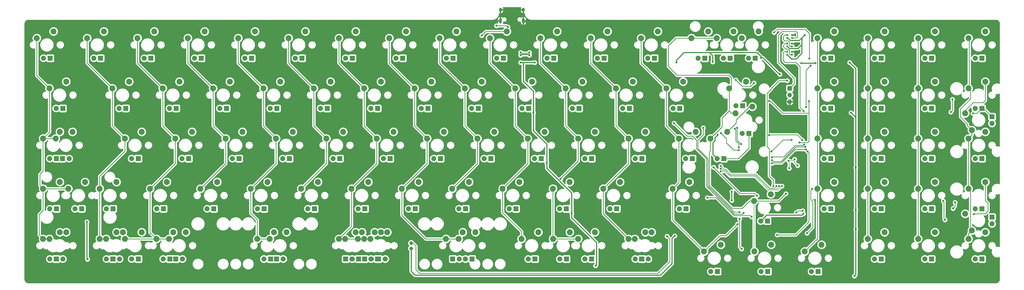
<source format=gbr>
G04 #@! TF.GenerationSoftware,KiCad,Pcbnew,(5.1.5)-3*
G04 #@! TF.CreationDate,2020-05-17T23:13:09+01:00*
G04 #@! TF.ProjectId,cypher,63797068-6572-42e6-9b69-6361645f7063,rev?*
G04 #@! TF.SameCoordinates,Original*
G04 #@! TF.FileFunction,Copper,L1,Top*
G04 #@! TF.FilePolarity,Positive*
%FSLAX46Y46*%
G04 Gerber Fmt 4.6, Leading zero omitted, Abs format (unit mm)*
G04 Created by KiCad (PCBNEW (5.1.5)-3) date 2020-05-17 23:13:09*
%MOMM*%
%LPD*%
G04 APERTURE LIST*
%ADD10R,0.700000X0.700000*%
%ADD11C,2.250000*%
%ADD12C,1.905000*%
%ADD13R,1.905000X1.905000*%
%ADD14O,1.000000X2.100000*%
%ADD15O,1.000000X1.600000*%
%ADD16R,1.700000X1.700000*%
%ADD17O,1.700000X1.700000*%
%ADD18C,1.350000*%
%ADD19O,1.350000X1.350000*%
%ADD20C,0.800000*%
%ADD21C,0.381000*%
%ADD22C,0.254000*%
%ADD23C,0.200000*%
G04 APERTURE END LIST*
D10*
X314895900Y-113707000D03*
X314895900Y-112607000D03*
X316725900Y-112607000D03*
X316725900Y-113707000D03*
X314832400Y-116945500D03*
X314832400Y-115845500D03*
X316662400Y-115845500D03*
X316662400Y-116945500D03*
X314832400Y-120057000D03*
X314832400Y-118957000D03*
X316662400Y-118957000D03*
X316662400Y-120057000D03*
D11*
X42121250Y-130295000D03*
X35771250Y-132835000D03*
D12*
X38311250Y-140455000D03*
D13*
X40851250Y-140455000D03*
D14*
X206404750Y-107221000D03*
X215044750Y-107221000D03*
D15*
X206404750Y-103041000D03*
X215044750Y-103041000D03*
D11*
X299292750Y-130295000D03*
X292942750Y-132835000D03*
D12*
X295482750Y-139455000D03*
D13*
X298022750Y-139455000D03*
D11*
X163569650Y-187452000D03*
X157219650Y-189992000D03*
D12*
X162799650Y-197612000D03*
D13*
X160259650Y-197612000D03*
D11*
X120707150Y-187452000D03*
X114357150Y-189992000D03*
D12*
X116897150Y-197612000D03*
D13*
X119437150Y-197612000D03*
D16*
X315810900Y-132842000D03*
D17*
X315810900Y-135382000D03*
X315810900Y-137922000D03*
D13*
X47993750Y-178555000D03*
D12*
X45453750Y-178555000D03*
D11*
X42913750Y-170935000D03*
X49263750Y-168395000D03*
X42120250Y-187445000D03*
X35770250Y-189985000D03*
D12*
X40850250Y-197605000D03*
D13*
X38310250Y-197605000D03*
X38468750Y-159505000D03*
D12*
X35928750Y-159505000D03*
D11*
X33388750Y-151885000D03*
X39738750Y-149345000D03*
D13*
X36088750Y-121405000D03*
D12*
X33548750Y-121405000D03*
D11*
X31008750Y-113785000D03*
X37358750Y-111245000D03*
X44501250Y-149345000D03*
X38151250Y-151885000D03*
D12*
X43231250Y-159505000D03*
D13*
X40691250Y-159505000D03*
X38468750Y-178555000D03*
D12*
X35928750Y-178555000D03*
D11*
X33388750Y-170935000D03*
X39738750Y-168395000D03*
D13*
X38468750Y-197605000D03*
D12*
X35928750Y-197605000D03*
D11*
X33388750Y-189985000D03*
X39738750Y-187445000D03*
D13*
X55138750Y-121405000D03*
D12*
X52598750Y-121405000D03*
D11*
X50058750Y-113785000D03*
X56408750Y-111245000D03*
X65931250Y-130295000D03*
X59581250Y-132835000D03*
D12*
X62121250Y-140455000D03*
D13*
X64661250Y-140455000D03*
D11*
X70693750Y-149345000D03*
X64343750Y-151885000D03*
D12*
X66883750Y-159505000D03*
D13*
X69423750Y-159505000D03*
X59898750Y-178555000D03*
D12*
X57358750Y-178555000D03*
D11*
X54818750Y-170935000D03*
X61168750Y-168395000D03*
X61169950Y-187445000D03*
X54819950Y-189985000D03*
D12*
X57359950Y-197605000D03*
D13*
X59899950Y-197605000D03*
X69425250Y-197605000D03*
D12*
X66885250Y-197605000D03*
D11*
X64345250Y-189985000D03*
X70695250Y-187445000D03*
X75458750Y-111245000D03*
X69108750Y-113785000D03*
D12*
X71648750Y-121405000D03*
D13*
X74188750Y-121405000D03*
X83711250Y-140455000D03*
D12*
X81171250Y-140455000D03*
D11*
X78631250Y-132835000D03*
X84981250Y-130295000D03*
D13*
X88473750Y-159505000D03*
D12*
X85933750Y-159505000D03*
D11*
X83393750Y-151885000D03*
X89743750Y-149345000D03*
X80219250Y-168395000D03*
X73869250Y-170935000D03*
D12*
X76409250Y-178555000D03*
D13*
X78949250Y-178555000D03*
D11*
X82601250Y-187445000D03*
X76251250Y-189985000D03*
D12*
X78791250Y-197605000D03*
D13*
X81331250Y-197605000D03*
X93238750Y-121405000D03*
D12*
X90698750Y-121405000D03*
D11*
X88158750Y-113785000D03*
X94508750Y-111245000D03*
X104031250Y-130295000D03*
X97681250Y-132835000D03*
D12*
X100221250Y-140455000D03*
D13*
X102761250Y-140455000D03*
D11*
X108793750Y-149345000D03*
X102443750Y-151885000D03*
D12*
X104983750Y-159505000D03*
D13*
X107523750Y-159505000D03*
D11*
X99268750Y-168395000D03*
X92918750Y-170935000D03*
D12*
X95458750Y-178555000D03*
D13*
X97998750Y-178555000D03*
X83553750Y-197605000D03*
D12*
X86093750Y-197605000D03*
D11*
X81013750Y-189985000D03*
X87363750Y-187445000D03*
X113558750Y-111245000D03*
X107208750Y-113785000D03*
D12*
X109748750Y-121405000D03*
D13*
X112288750Y-121405000D03*
X121811250Y-140455000D03*
D12*
X119271250Y-140455000D03*
D11*
X116731250Y-132835000D03*
X123081250Y-130295000D03*
D13*
X126573750Y-159505000D03*
D12*
X124033750Y-159505000D03*
D11*
X121493750Y-151885000D03*
X127843750Y-149345000D03*
D13*
X117048750Y-178555000D03*
D12*
X114508750Y-178555000D03*
D11*
X111968750Y-170935000D03*
X118318750Y-168395000D03*
D13*
X131338750Y-121405000D03*
D12*
X128798750Y-121405000D03*
D11*
X126258750Y-113785000D03*
X132608750Y-111245000D03*
X142131250Y-130295000D03*
X135781250Y-132835000D03*
D12*
X138321250Y-140455000D03*
D13*
X140861250Y-140455000D03*
D11*
X146898750Y-149345000D03*
X140548750Y-151885000D03*
D12*
X143088750Y-159505000D03*
D13*
X145628750Y-159505000D03*
X136098750Y-178555000D03*
D12*
X133558750Y-178555000D03*
D11*
X131018750Y-170935000D03*
X137368750Y-168395000D03*
X158801250Y-187445000D03*
X152451250Y-189985000D03*
D12*
X157531250Y-197605000D03*
D13*
X154991250Y-197605000D03*
D11*
X151658750Y-111245000D03*
X145308750Y-113785000D03*
D12*
X147848750Y-121405000D03*
D13*
X150388750Y-121405000D03*
D11*
X161181250Y-130295000D03*
X154831250Y-132835000D03*
D12*
X157371250Y-140455000D03*
D13*
X159911250Y-140455000D03*
X164678750Y-159505000D03*
D12*
X162138750Y-159505000D03*
D11*
X159598750Y-151885000D03*
X165948750Y-149345000D03*
X156418750Y-168395000D03*
X150068750Y-170935000D03*
D12*
X152608750Y-178555000D03*
D13*
X155148750Y-178555000D03*
D11*
X161182750Y-187445000D03*
X154832750Y-189985000D03*
D12*
X157372750Y-197605000D03*
D13*
X159912750Y-197605000D03*
X169438750Y-121405000D03*
D12*
X166898750Y-121405000D03*
D11*
X164358750Y-113785000D03*
X170708750Y-111245000D03*
D13*
X178961250Y-140455000D03*
D12*
X176421250Y-140455000D03*
D11*
X173881250Y-132835000D03*
X180231250Y-130295000D03*
X184998750Y-149345000D03*
X178648750Y-151885000D03*
D12*
X181188750Y-159505000D03*
D13*
X183728750Y-159505000D03*
X174198750Y-178555000D03*
D12*
X171658750Y-178555000D03*
D11*
X169118750Y-170935000D03*
X175468750Y-168395000D03*
X189758750Y-111245000D03*
X183408750Y-113785000D03*
D12*
X185948750Y-121405000D03*
D13*
X188488750Y-121405000D03*
D11*
X199281250Y-130295000D03*
X192931250Y-132835000D03*
D12*
X195471250Y-140455000D03*
D13*
X198011250Y-140455000D03*
X202778750Y-159505000D03*
D12*
X200238750Y-159505000D03*
D11*
X197698750Y-151885000D03*
X204048750Y-149345000D03*
X194518750Y-168395000D03*
X188168750Y-170935000D03*
D12*
X190708750Y-178555000D03*
D13*
X193248750Y-178555000D03*
X207538750Y-121405000D03*
D12*
X204998750Y-121405000D03*
D11*
X202458750Y-113785000D03*
X208808750Y-111245000D03*
D13*
X217061250Y-140455000D03*
D12*
X214521250Y-140455000D03*
D11*
X211981250Y-132835000D03*
X218331250Y-130295000D03*
X223098750Y-149345000D03*
X216748750Y-151885000D03*
D12*
X219288750Y-159505000D03*
D13*
X221828750Y-159505000D03*
X212298750Y-178555000D03*
D12*
X209758750Y-178555000D03*
D11*
X207218750Y-170935000D03*
X213568750Y-168395000D03*
X220713750Y-187445000D03*
X214363750Y-189985000D03*
D12*
X216903750Y-197605000D03*
D13*
X219443750Y-197605000D03*
X231350250Y-197605000D03*
D12*
X228810250Y-197605000D03*
D11*
X226270250Y-189985000D03*
X232620250Y-187445000D03*
X227858750Y-111245000D03*
X221508750Y-113785000D03*
D12*
X224048750Y-121405000D03*
D13*
X226588750Y-121405000D03*
D11*
X237381250Y-130295000D03*
X231031250Y-132835000D03*
D12*
X233571250Y-140455000D03*
D13*
X236111250Y-140455000D03*
X240878750Y-159505000D03*
D12*
X238338750Y-159505000D03*
D11*
X235798750Y-151885000D03*
X242148750Y-149345000D03*
D13*
X231348750Y-178555000D03*
D12*
X228808750Y-178555000D03*
D11*
X226268750Y-170935000D03*
X232618750Y-168395000D03*
X242144750Y-187445000D03*
X235794750Y-189985000D03*
D12*
X238334750Y-197605000D03*
D13*
X240874750Y-197605000D03*
D11*
X261195250Y-187445000D03*
X254845250Y-189985000D03*
D12*
X257385250Y-197605000D03*
D13*
X259925250Y-197605000D03*
X245638750Y-121405000D03*
D12*
X243098750Y-121405000D03*
D11*
X240558750Y-113785000D03*
X246908750Y-111245000D03*
D13*
X255161250Y-140455000D03*
D12*
X252621250Y-140455000D03*
D11*
X250081250Y-132835000D03*
X256431250Y-130295000D03*
D13*
X259928750Y-159505000D03*
D12*
X257388750Y-159505000D03*
D11*
X254848750Y-151885000D03*
X261198750Y-149345000D03*
X251668750Y-168395000D03*
X245318750Y-170935000D03*
D12*
X247858750Y-178555000D03*
D13*
X250398750Y-178555000D03*
D11*
X263575750Y-187445000D03*
X257225750Y-189985000D03*
D12*
X262305750Y-197605000D03*
D13*
X259765750Y-197605000D03*
X264688750Y-121405000D03*
D12*
X262148750Y-121405000D03*
D11*
X259608750Y-113785000D03*
X265958750Y-111245000D03*
X275480250Y-130295000D03*
X269130250Y-132835000D03*
D12*
X271670250Y-140455000D03*
D13*
X274210250Y-140455000D03*
X278978750Y-159505000D03*
D12*
X276438750Y-159505000D03*
D11*
X273898750Y-151885000D03*
X280248750Y-149345000D03*
X277862250Y-168395000D03*
X271512250Y-170935000D03*
D12*
X274052250Y-178555000D03*
D13*
X276592250Y-178555000D03*
X288498750Y-202365000D03*
D12*
X285958750Y-202365000D03*
D11*
X283418750Y-194745000D03*
X289768750Y-192205000D03*
X285008750Y-111245000D03*
X278658750Y-113785000D03*
D12*
X281198750Y-121405000D03*
D13*
X283738750Y-121405000D03*
D11*
X301680250Y-139820000D03*
X295330250Y-142360000D03*
D12*
X297870250Y-149980000D03*
D13*
X300410250Y-149980000D03*
D11*
X294533250Y-111245000D03*
X288183250Y-113785000D03*
D12*
X290723250Y-121405000D03*
D13*
X293263250Y-121405000D03*
D11*
X292154750Y-149345000D03*
X285804750Y-151885000D03*
D12*
X288344750Y-159505000D03*
D13*
X290884750Y-159505000D03*
X307388750Y-183205000D03*
D12*
X304848750Y-183205000D03*
D11*
X302308750Y-175585000D03*
X308658750Y-173045000D03*
X308818750Y-192205000D03*
X302468750Y-194745000D03*
D12*
X305008750Y-202365000D03*
D13*
X307548750Y-202365000D03*
X302788750Y-121405000D03*
D12*
X300248750Y-121405000D03*
D11*
X297708750Y-113785000D03*
X304058750Y-111245000D03*
X332638750Y-111245000D03*
X326288750Y-113785000D03*
D12*
X328828750Y-121405000D03*
D13*
X331368750Y-121405000D03*
X331368750Y-140455000D03*
D12*
X328828750Y-140455000D03*
D11*
X326288750Y-132835000D03*
X332638750Y-130295000D03*
D13*
X331368750Y-159505000D03*
D12*
X328828750Y-159505000D03*
D11*
X326288750Y-151885000D03*
X332638750Y-149345000D03*
X332638750Y-168395000D03*
X326288750Y-170935000D03*
D12*
X328828750Y-178555000D03*
D13*
X331368750Y-178555000D03*
D11*
X327868750Y-192205000D03*
X321518750Y-194745000D03*
D12*
X324058750Y-202365000D03*
D13*
X326598750Y-202365000D03*
X350418750Y-121405000D03*
D12*
X347878750Y-121405000D03*
D11*
X345338750Y-113785000D03*
X351688750Y-111245000D03*
X351688750Y-130295000D03*
X345338750Y-132835000D03*
D12*
X347878750Y-140455000D03*
D13*
X350418750Y-140455000D03*
D11*
X351688750Y-149345000D03*
X345338750Y-151885000D03*
D12*
X347878750Y-159505000D03*
D13*
X350418750Y-159505000D03*
D11*
X351688750Y-168395000D03*
X345338750Y-170935000D03*
D12*
X347878750Y-178555000D03*
D13*
X350418750Y-178555000D03*
X350418750Y-197605000D03*
D12*
X347878750Y-197605000D03*
D11*
X345338750Y-189985000D03*
X351688750Y-187445000D03*
X370738750Y-111245000D03*
X364388750Y-113785000D03*
D12*
X366928750Y-121405000D03*
D13*
X369468750Y-121405000D03*
X369468750Y-140455000D03*
D12*
X366928750Y-140455000D03*
D11*
X364388750Y-132835000D03*
X370738750Y-130295000D03*
X370738750Y-149345000D03*
X364388750Y-151885000D03*
D12*
X366928750Y-159505000D03*
D13*
X369468750Y-159505000D03*
D11*
X370738750Y-168395000D03*
X364388750Y-170935000D03*
D12*
X366928750Y-178555000D03*
D13*
X369468750Y-178555000D03*
X369468750Y-197605000D03*
D12*
X366928750Y-197605000D03*
D11*
X364388750Y-189985000D03*
X370738750Y-187445000D03*
D13*
X388518750Y-140452000D03*
D12*
X385978750Y-140452000D03*
D11*
X383438750Y-132832000D03*
X389788750Y-130292000D03*
X389788750Y-168395000D03*
X383438750Y-170935000D03*
D12*
X385978750Y-178555000D03*
D13*
X388518750Y-178555000D03*
D11*
X389788750Y-187445000D03*
X383438750Y-189985000D03*
D12*
X385978750Y-197605000D03*
D13*
X388518750Y-197605000D03*
X388518750Y-121405000D03*
D12*
X385978750Y-121405000D03*
D11*
X383438750Y-113785000D03*
X389788750Y-111245000D03*
X382168750Y-142355000D03*
X384708750Y-148705000D03*
D12*
X392328750Y-146165000D03*
D13*
X392328750Y-143625000D03*
D11*
X389788750Y-149345000D03*
X383438750Y-151885000D03*
D12*
X385978750Y-159505000D03*
D13*
X388518750Y-159505000D03*
X392328750Y-181725000D03*
D12*
X392328750Y-184265000D03*
D11*
X384708750Y-186805000D03*
X382168750Y-180455000D03*
X154044650Y-187452000D03*
X147694650Y-189992000D03*
D12*
X150234650Y-197612000D03*
D13*
X152774650Y-197612000D03*
X195637150Y-197612000D03*
D12*
X193097150Y-197612000D03*
D11*
X190557150Y-189992000D03*
X196907150Y-187452000D03*
X151657750Y-187445000D03*
X145307750Y-189985000D03*
D12*
X150387750Y-197605000D03*
D13*
X147847750Y-197605000D03*
D11*
X192144650Y-187452000D03*
X185794650Y-189992000D03*
D12*
X190874650Y-197612000D03*
D13*
X188334650Y-197612000D03*
D11*
X125469650Y-187452000D03*
X119119650Y-189992000D03*
D12*
X124199650Y-197612000D03*
D13*
X121659650Y-197612000D03*
D11*
X63550750Y-187445000D03*
X57200750Y-189985000D03*
D12*
X62280750Y-197605000D03*
D13*
X59740750Y-197605000D03*
D18*
X172618400Y-193611500D03*
D19*
X172618400Y-191611500D03*
D20*
X214020400Y-120269000D03*
X217322400Y-120269000D03*
X321462400Y-112649000D03*
X320954400Y-180467000D03*
X288569400Y-150495000D03*
X219608400Y-109093000D03*
X316890400Y-144907000D03*
X312064400Y-145669000D03*
X218211400Y-112014000D03*
X36014025Y-125857000D03*
X38395275Y-143716375D03*
X38395275Y-162766375D03*
X38395275Y-181816375D03*
X64589025Y-181816375D03*
X393201525Y-107997625D03*
X387248400Y-124666375D03*
X380104650Y-144907000D03*
X363435900Y-181816375D03*
X359864025Y-187769500D03*
X222942150Y-107997625D03*
X312775600Y-108534200D03*
X294690800Y-177266600D03*
X283819600Y-190982600D03*
X295351200Y-190830200D03*
X286766000Y-178384200D03*
X287578800Y-183108600D03*
X318541400Y-116205000D03*
X317906400Y-112776000D03*
X318541400Y-119380000D03*
X296824400Y-182372000D03*
X297586400Y-193802000D03*
X214020400Y-119253000D03*
X217322400Y-119253000D03*
X323240400Y-121539000D03*
X321970400Y-139954000D03*
X323748400Y-124206000D03*
X309905400Y-111633000D03*
X377342400Y-137033000D03*
X323113400Y-137795000D03*
X308000400Y-137668000D03*
X376783600Y-141859000D03*
X319557400Y-153416000D03*
X199288400Y-112776000D03*
X385470400Y-180594000D03*
X302285400Y-130810000D03*
X295427400Y-129667000D03*
X295935400Y-147828000D03*
X297459400Y-154051000D03*
X321335400Y-154178000D03*
X309143400Y-159004000D03*
X295046400Y-148209000D03*
X296570400Y-155321000D03*
X321716400Y-155067000D03*
X309143400Y-160147000D03*
X289839400Y-149860000D03*
X296570400Y-156337000D03*
X321970400Y-156083000D03*
X309143400Y-161290000D03*
X283108400Y-147828000D03*
X296824400Y-179832000D03*
X303428400Y-173609000D03*
X287045400Y-162814000D03*
X310794400Y-169926000D03*
X289712400Y-162306000D03*
X272059400Y-146050000D03*
X298348400Y-180213000D03*
X385114800Y-142367000D03*
X378358400Y-176149000D03*
X377596400Y-178435000D03*
X50190400Y-197739000D03*
X49936400Y-183515000D03*
X219354400Y-123063000D03*
X214020400Y-123063000D03*
X218846400Y-142113000D03*
X223926400Y-161163000D03*
X233324400Y-180213000D03*
X272948400Y-123063000D03*
X286664400Y-122809000D03*
X304952400Y-121285000D03*
X340766400Y-178943000D03*
X340766400Y-162941000D03*
X338480400Y-123063000D03*
X338988400Y-142113000D03*
X340766400Y-186309000D03*
X340258400Y-204089000D03*
X320192400Y-123317000D03*
X325526400Y-123317000D03*
X312064400Y-127508000D03*
X242366800Y-200177400D03*
X314858400Y-129921000D03*
X309651400Y-169926000D03*
X209194400Y-109601000D03*
X204876400Y-109093000D03*
X320700400Y-179324000D03*
X318287400Y-179959000D03*
X374548400Y-182753000D03*
X373913400Y-175641000D03*
X284632400Y-174371000D03*
X301396400Y-181610000D03*
X308000400Y-150622000D03*
X320573400Y-152527000D03*
X322605400Y-156845000D03*
X311048400Y-188468000D03*
X317652400Y-159766000D03*
X318795400Y-162179000D03*
X315366400Y-160401000D03*
X315620400Y-163195000D03*
X293903400Y-175387000D03*
X293903400Y-172085000D03*
X272313400Y-188849000D03*
X269392400Y-188976000D03*
X322351400Y-187833000D03*
X324256400Y-171069000D03*
X308889400Y-156845000D03*
X316509400Y-152400000D03*
X321081400Y-141478000D03*
X229133400Y-167259000D03*
X311810400Y-169926000D03*
X289712400Y-163322000D03*
X312826400Y-169926000D03*
X289712400Y-164338000D03*
X296062400Y-184404000D03*
X314350400Y-172847000D03*
D21*
X214274400Y-120015000D02*
X214020400Y-120269000D01*
X217322400Y-120269000D02*
X217068400Y-120015000D01*
X217068400Y-120015000D02*
X214274400Y-120015000D01*
X320404400Y-113707000D02*
X321462400Y-112649000D01*
X320404400Y-119549000D02*
X320404400Y-116247000D01*
X319896400Y-120057000D02*
X320404400Y-119549000D01*
X320954400Y-180467000D02*
X320446400Y-180975000D01*
X307078750Y-180975000D02*
X304848750Y-183205000D01*
X320446400Y-180975000D02*
X307078750Y-180975000D01*
X286791400Y-157951650D02*
X288344750Y-159505000D01*
X288569400Y-150622000D02*
X287553400Y-151638000D01*
X288569400Y-150495000D02*
X288569400Y-150622000D01*
X287553400Y-151638000D02*
X287553400Y-152781000D01*
X287553400Y-152781000D02*
X286791400Y-153543000D01*
X286791400Y-153543000D02*
X286791400Y-157951650D01*
X316441400Y-121666000D02*
X314832400Y-120057000D01*
X319896400Y-120057000D02*
X318287400Y-121666000D01*
X318287400Y-121666000D02*
X316441400Y-121666000D01*
X320404400Y-116247000D02*
X320446400Y-113665000D01*
X320446400Y-113665000D02*
X320404400Y-113707000D01*
X316001400Y-114681000D02*
X319430400Y-114681000D01*
X319430400Y-114681000D02*
X320446400Y-113665000D01*
X314895900Y-113707000D02*
X315027400Y-113707000D01*
X315027400Y-113707000D02*
X316001400Y-114681000D01*
X314832400Y-116945500D02*
X314963900Y-116945500D01*
X314963900Y-116945500D02*
X315747400Y-117729000D01*
X318922400Y-117729000D02*
X320404400Y-116247000D01*
X315747400Y-117729000D02*
X318922400Y-117729000D01*
X206404750Y-103041000D02*
X215044750Y-103041000D01*
X206404750Y-107221000D02*
X206404750Y-103041000D01*
X215044750Y-107221000D02*
X215044750Y-103041000D01*
X215044750Y-107221000D02*
X215450400Y-107221000D01*
X215450400Y-107221000D02*
X217322400Y-109093000D01*
X217322400Y-109093000D02*
X219608400Y-109093000D01*
X316890400Y-144907000D02*
X312826400Y-144907000D01*
X312826400Y-144907000D02*
X312064400Y-145669000D01*
X219608400Y-110617000D02*
X219608400Y-109093000D01*
X218211400Y-112014000D02*
X219608400Y-110617000D01*
X286766000Y-178384200D02*
X287578800Y-179197000D01*
X287578800Y-179197000D02*
X287578800Y-183108600D01*
D22*
X297586400Y-193802000D02*
X296824400Y-193040000D01*
X296824400Y-193040000D02*
X296824400Y-182372000D01*
X217068400Y-119507000D02*
X214274400Y-119507000D01*
X214274400Y-119507000D02*
X214020400Y-119253000D01*
X217322400Y-119253000D02*
X217068400Y-119507000D01*
X321970400Y-139954000D02*
X321970400Y-125984000D01*
X321970400Y-125984000D02*
X323748400Y-124206000D01*
X309905400Y-111633000D02*
X311048400Y-110490000D01*
X311048400Y-110490000D02*
X321716400Y-110490000D01*
X323240400Y-112014000D02*
X323240400Y-121539000D01*
X321716400Y-110490000D02*
X323240400Y-112014000D01*
X323113400Y-142240000D02*
X323113400Y-137795000D01*
X313080400Y-142240000D02*
X323113400Y-142240000D01*
X308508400Y-137668000D02*
X313080400Y-142240000D01*
X308000400Y-137668000D02*
X308508400Y-137668000D01*
X377342400Y-141300200D02*
X376783600Y-141859000D01*
X377342400Y-137033000D02*
X377342400Y-141300200D01*
X323113400Y-152908000D02*
X323113400Y-142240000D01*
X319557400Y-153416000D02*
X322605400Y-153416000D01*
X322605400Y-153416000D02*
X323113400Y-152908000D01*
X208808750Y-111245000D02*
X200819400Y-111245000D01*
X200819400Y-111245000D02*
X199288400Y-112776000D01*
X301680250Y-139820000D02*
X300641400Y-139820000D01*
X300641400Y-139820000D02*
X295554400Y-144907000D01*
X295554400Y-145945350D02*
X292154750Y-149345000D01*
X295554400Y-144907000D02*
X295554400Y-145945350D01*
X382168750Y-141299850D02*
X382168750Y-142355000D01*
X385165600Y-138303000D02*
X382168750Y-141299850D01*
X389788750Y-130292000D02*
X389788750Y-137439050D01*
X388924800Y-138303000D02*
X385165600Y-138303000D01*
X389788750Y-137439050D02*
X388924800Y-138303000D01*
X389788750Y-175387350D02*
X389788750Y-168395000D01*
X385470400Y-180594000D02*
X385597400Y-180467000D01*
X390804400Y-176403000D02*
X389788750Y-175387350D01*
X385597400Y-180467000D02*
X389788400Y-180467000D01*
X390804400Y-179451000D02*
X390804400Y-176403000D01*
X389788400Y-180467000D02*
X390804400Y-179451000D01*
X35770250Y-189985000D02*
X33388750Y-189985000D01*
X33388750Y-170935000D02*
X33388750Y-179234650D01*
X33388750Y-179234650D02*
X31902400Y-180721000D01*
X31902400Y-188498650D02*
X33388750Y-189985000D01*
X31902400Y-180721000D02*
X31902400Y-188498650D01*
X33388750Y-151885000D02*
X33388750Y-164248650D01*
X33388750Y-164248650D02*
X32156400Y-165481000D01*
X32156400Y-169702650D02*
X33388750Y-170935000D01*
X32156400Y-165481000D02*
X32156400Y-169702650D01*
X42913750Y-170935000D02*
X33388750Y-170935000D01*
X38151250Y-151885000D02*
X33388750Y-151885000D01*
X35771250Y-149502500D02*
X33388750Y-151885000D01*
X35771250Y-132835000D02*
X35771250Y-149502500D01*
X31008750Y-128072500D02*
X35771250Y-132835000D01*
X31008750Y-113785000D02*
X31008750Y-128072500D01*
X50058750Y-123312500D02*
X59581250Y-132835000D01*
X50058750Y-113785000D02*
X50058750Y-123312500D01*
X59581250Y-147122500D02*
X64343750Y-151885000D01*
X59581250Y-132835000D02*
X59581250Y-147122500D01*
X64343750Y-151885000D02*
X64343750Y-156661650D01*
X54818750Y-166186650D02*
X54818750Y-170935000D01*
X64343750Y-156661650D02*
X54818750Y-166186650D01*
X54818750Y-189983800D02*
X54819950Y-189985000D01*
X54818750Y-170935000D02*
X54818750Y-189983800D01*
X57200750Y-189985000D02*
X54819950Y-189985000D01*
X73869250Y-187603000D02*
X76251250Y-189985000D01*
X73869250Y-170935000D02*
X73869250Y-187603000D01*
X81013750Y-189985000D02*
X75470400Y-189985000D01*
X64345250Y-189985000D02*
X76251250Y-189985000D01*
X83393750Y-161410500D02*
X73869250Y-170935000D01*
X83393750Y-151885000D02*
X83393750Y-161410500D01*
X78631250Y-147122500D02*
X83393750Y-151885000D01*
X78631250Y-132835000D02*
X78631250Y-147122500D01*
X69108750Y-123312500D02*
X78631250Y-132835000D01*
X69108750Y-113785000D02*
X69108750Y-123312500D01*
X302285400Y-130810000D02*
X300888400Y-132207000D01*
X300888400Y-132207000D02*
X297967400Y-132207000D01*
X297967400Y-132207000D02*
X295427400Y-129667000D01*
X88158750Y-123312500D02*
X97681250Y-132835000D01*
X88158750Y-113785000D02*
X88158750Y-123312500D01*
X97681250Y-147122500D02*
X102443750Y-151885000D01*
X97681250Y-132835000D02*
X97681250Y-147122500D01*
X102443750Y-161410000D02*
X92918750Y-170935000D01*
X102443750Y-151885000D02*
X102443750Y-161410000D01*
X295935400Y-152527000D02*
X295935400Y-147828000D01*
X297459400Y-154051000D02*
X295935400Y-152527000D01*
X317906400Y-154559000D02*
X320954400Y-154559000D01*
X309270400Y-158877000D02*
X313588400Y-158877000D01*
X320954400Y-154559000D02*
X321335400Y-154178000D01*
X313588400Y-158877000D02*
X317906400Y-154559000D01*
X309143400Y-159004000D02*
X309270400Y-158877000D01*
X119119650Y-189992000D02*
X114357150Y-189992000D01*
X111968750Y-170935000D02*
X111968750Y-180269350D01*
X114357150Y-182657750D02*
X114357150Y-189992000D01*
X111968750Y-180269350D02*
X114357150Y-182657750D01*
X121493750Y-161410000D02*
X111968750Y-170935000D01*
X121493750Y-151885000D02*
X121493750Y-161410000D01*
X116731250Y-147122500D02*
X121493750Y-151885000D01*
X116731250Y-132835000D02*
X116731250Y-147122500D01*
X107208750Y-123312500D02*
X116731250Y-132835000D01*
X107208750Y-113785000D02*
X107208750Y-123312500D01*
X296570400Y-155321000D02*
X296570400Y-153924000D01*
X296570400Y-153924000D02*
X295427400Y-152781000D01*
X295427400Y-152781000D02*
X295427400Y-148590000D01*
X295427400Y-148590000D02*
X295046400Y-148209000D01*
X309143400Y-160147000D02*
X309651400Y-160655000D01*
X309651400Y-160655000D02*
X312572400Y-160655000D01*
X312572400Y-160655000D02*
X318160400Y-155067000D01*
X318160400Y-155067000D02*
X321716400Y-155067000D01*
X126258750Y-123312500D02*
X135781250Y-132835000D01*
X126258750Y-113785000D02*
X126258750Y-123312500D01*
X135781250Y-147117500D02*
X140548750Y-151885000D01*
X135781250Y-132835000D02*
X135781250Y-147117500D01*
X140548750Y-161405000D02*
X131018750Y-170935000D01*
X140548750Y-151885000D02*
X140548750Y-161405000D01*
X291871400Y-153543000D02*
X291871400Y-151892000D01*
X296570400Y-156337000D02*
X294665400Y-156337000D01*
X294665400Y-156337000D02*
X291871400Y-153543000D01*
X291871400Y-151892000D02*
X289839400Y-149860000D01*
X317779400Y-156083000D02*
X321970400Y-156083000D01*
X312699400Y-161163000D02*
X317779400Y-156083000D01*
X309143400Y-161290000D02*
X309270400Y-161163000D01*
X309270400Y-161163000D02*
X312699400Y-161163000D01*
X150068750Y-185224000D02*
X145307750Y-189985000D01*
X150068750Y-170935000D02*
X150068750Y-185224000D01*
X145314750Y-189992000D02*
X145307750Y-189985000D01*
X147694650Y-189992000D02*
X145314750Y-189992000D01*
X154839750Y-189992000D02*
X154832750Y-189985000D01*
X157219650Y-189992000D02*
X154839750Y-189992000D01*
X154832750Y-189985000D02*
X152451250Y-189985000D01*
X147701650Y-189985000D02*
X147694650Y-189992000D01*
X152451250Y-189985000D02*
X147701650Y-189985000D01*
X145308750Y-123312500D02*
X154831250Y-132835000D01*
X145308750Y-113785000D02*
X145308750Y-123312500D01*
X154831250Y-147117500D02*
X159598750Y-151885000D01*
X154831250Y-132835000D02*
X154831250Y-147117500D01*
X159598750Y-161405000D02*
X150068750Y-170935000D01*
X159598750Y-151885000D02*
X159598750Y-161405000D01*
X281076400Y-152527000D02*
X283108400Y-150495000D01*
X284886400Y-169926000D02*
X284886400Y-159512000D01*
X296824400Y-179832000D02*
X294792400Y-179832000D01*
X283108400Y-150495000D02*
X283108400Y-147828000D01*
X284886400Y-159512000D02*
X281076400Y-155702000D01*
X294792400Y-179832000D02*
X284886400Y-169926000D01*
X281076400Y-155702000D02*
X281076400Y-152527000D01*
X183408750Y-123312500D02*
X192931250Y-132835000D01*
X183408750Y-113785000D02*
X183408750Y-123312500D01*
X192931250Y-147117500D02*
X197698750Y-151885000D01*
X192931250Y-132835000D02*
X192931250Y-147117500D01*
X197698750Y-161405000D02*
X188168750Y-170935000D01*
X197698750Y-151885000D02*
X197698750Y-161405000D01*
X302539400Y-172720000D02*
X303428400Y-173609000D01*
X287045400Y-162814000D02*
X296951400Y-172720000D01*
X296951400Y-172720000D02*
X302539400Y-172720000D01*
X207218750Y-170935000D02*
X207218750Y-180015350D01*
X214363750Y-187160350D02*
X214363750Y-189985000D01*
X207218750Y-180015350D02*
X214363750Y-187160350D01*
X202458750Y-123312500D02*
X211981250Y-132835000D01*
X202458750Y-113785000D02*
X202458750Y-123312500D01*
X211981250Y-147117500D02*
X216748750Y-151885000D01*
X211981250Y-132835000D02*
X211981250Y-147117500D01*
X216748750Y-161405000D02*
X207218750Y-170935000D01*
X216748750Y-151885000D02*
X216748750Y-161405000D01*
D23*
X310032400Y-170688000D02*
X310794400Y-169926000D01*
X308254400Y-170688000D02*
X310032400Y-170688000D01*
X290982400Y-163576000D02*
X291617400Y-163576000D01*
X289712400Y-162306000D02*
X290982400Y-163576000D01*
X291617400Y-163576000D02*
X293522400Y-165481000D01*
X303047400Y-165481000D02*
X308254400Y-170688000D01*
X293522400Y-165481000D02*
X303047400Y-165481000D01*
D22*
X300410250Y-149980000D02*
X300410250Y-155545150D01*
X296450400Y-159505000D02*
X290884750Y-159505000D01*
X300410250Y-155545150D02*
X296450400Y-159505000D01*
X190557150Y-189992000D02*
X185794650Y-189992000D01*
X169118750Y-170935000D02*
X169118750Y-181031350D01*
X178079400Y-189992000D02*
X185794650Y-189992000D01*
X169118750Y-181031350D02*
X178079400Y-189992000D01*
X164358750Y-123312500D02*
X173881250Y-132835000D01*
X164358750Y-113785000D02*
X164358750Y-123312500D01*
X173881250Y-147117500D02*
X178648750Y-151885000D01*
X173881250Y-132835000D02*
X173881250Y-147117500D01*
X178648750Y-161405000D02*
X169118750Y-170935000D01*
X178648750Y-151885000D02*
X178648750Y-161405000D01*
X294919400Y-180594000D02*
X297967400Y-180594000D01*
X284378400Y-170053000D02*
X294919400Y-180594000D01*
X284378400Y-159639000D02*
X284378400Y-170053000D01*
X277012400Y-151003000D02*
X279044400Y-151003000D01*
X272059400Y-146050000D02*
X277012400Y-151003000D01*
X280568400Y-152527000D02*
X280568400Y-155829000D01*
X297967400Y-180594000D02*
X298348400Y-180213000D01*
X279044400Y-151003000D02*
X280568400Y-152527000D01*
X280568400Y-155829000D02*
X284378400Y-159639000D01*
X386603750Y-142367000D02*
X388518750Y-140452000D01*
X385114800Y-142367000D02*
X386603750Y-142367000D01*
X389155750Y-140452000D02*
X392328750Y-143625000D01*
X388518750Y-140452000D02*
X389155750Y-140452000D01*
X378358400Y-176149000D02*
X378358400Y-177673000D01*
X378358400Y-177673000D02*
X377596400Y-178435000D01*
D21*
X50190400Y-197739000D02*
X49936400Y-197485000D01*
X49936400Y-197485000D02*
X49936400Y-183515000D01*
X215036400Y-123063000D02*
X215036400Y-130175000D01*
X215036400Y-123063000D02*
X214020400Y-123063000D01*
X219354400Y-123063000D02*
X215036400Y-123063000D01*
X215036400Y-130175000D02*
X218846400Y-133985000D01*
X218846400Y-133985000D02*
X218846400Y-142113000D01*
X218846400Y-142113000D02*
X218846400Y-148971000D01*
X223926400Y-154051000D02*
X223926400Y-161163000D01*
X218846400Y-148971000D02*
X223926400Y-154051000D01*
X223926400Y-161163000D02*
X223926400Y-163195000D01*
X233324400Y-172593000D02*
X233324400Y-180213000D01*
X223926400Y-163195000D02*
X233324400Y-172593000D01*
X286664400Y-122809000D02*
X286664400Y-120523000D01*
X286664400Y-120523000D02*
X285394400Y-119253000D01*
X304952400Y-121285000D02*
X304952400Y-120777000D01*
X304952400Y-120777000D02*
X303428400Y-119253000D01*
X303428400Y-119253000D02*
X285394400Y-119253000D01*
X340766400Y-178943000D02*
X340766400Y-162941000D01*
X340766400Y-125349000D02*
X338480400Y-123063000D01*
X340766400Y-144653000D02*
X340766400Y-143891000D01*
X340766400Y-162941000D02*
X340766400Y-144653000D01*
X340766400Y-144653000D02*
X340766400Y-125349000D01*
X340766400Y-143891000D02*
X338988400Y-142113000D01*
X340766400Y-178943000D02*
X340766400Y-186309000D01*
X340766400Y-186309000D02*
X340766400Y-203581000D01*
X340766400Y-203581000D02*
X340258400Y-204089000D01*
X320192400Y-123317000D02*
X325526400Y-123317000D01*
X305714400Y-121285000D02*
X304952400Y-121285000D01*
X312064400Y-127508000D02*
X311937400Y-127508000D01*
X311937400Y-127508000D02*
X305714400Y-121285000D01*
X242366800Y-200177400D02*
X242722400Y-199821800D01*
X242722400Y-199821800D02*
X242722400Y-191389000D01*
X242722400Y-191389000D02*
X233324400Y-181991000D01*
X233324400Y-181991000D02*
X233324400Y-180213000D01*
X272948400Y-123063000D02*
X272948400Y-122174000D01*
X275869400Y-119253000D02*
X285394400Y-119253000D01*
X272948400Y-122174000D02*
X275869400Y-119253000D01*
D22*
X308127400Y-155829000D02*
X307238400Y-154940000D01*
X309651400Y-167640000D02*
X308127400Y-166116000D01*
X307238400Y-134747000D02*
X308762400Y-133223000D01*
X308127400Y-166116000D02*
X308127400Y-155829000D01*
X309651400Y-169926000D02*
X309651400Y-167640000D01*
X307238400Y-154940000D02*
X307238400Y-134747000D01*
X308762400Y-133223000D02*
X308762400Y-132969000D01*
X308762400Y-132969000D02*
X311810400Y-129921000D01*
X311810400Y-129921000D02*
X314858400Y-129921000D01*
X209194400Y-109601000D02*
X208686400Y-109093000D01*
X208686400Y-109093000D02*
X204876400Y-109093000D01*
X320700400Y-179324000D02*
X318922400Y-179324000D01*
X318922400Y-179324000D02*
X318287400Y-179959000D01*
X318414400Y-180086000D02*
X318287400Y-179959000D01*
X300888400Y-181102000D02*
X301396400Y-181610000D01*
X294792400Y-181102000D02*
X300888400Y-181102000D01*
X284632400Y-174371000D02*
X288061400Y-174371000D01*
X288061400Y-174371000D02*
X294792400Y-181102000D01*
X374167400Y-175895000D02*
X373913400Y-175641000D01*
X374548400Y-182753000D02*
X374167400Y-182372000D01*
X374167400Y-182372000D02*
X374167400Y-175895000D01*
X320573400Y-152400000D02*
X318668400Y-150495000D01*
X308127400Y-150495000D02*
X308000400Y-150622000D01*
X318668400Y-150495000D02*
X308127400Y-150495000D01*
X320573400Y-152527000D02*
X320573400Y-152400000D01*
X323113400Y-183515000D02*
X323113400Y-157353000D01*
X318160400Y-188468000D02*
X323113400Y-183515000D01*
X323113400Y-157353000D02*
X322605400Y-156845000D01*
X311048400Y-188468000D02*
X318160400Y-188468000D01*
D23*
X317652400Y-159766000D02*
X317652400Y-161036000D01*
X317652400Y-161036000D02*
X318795400Y-162179000D01*
X317017400Y-160401000D02*
X317652400Y-159766000D01*
X315366400Y-160401000D02*
X317017400Y-160401000D01*
X315620400Y-160655000D02*
X315366400Y-160401000D01*
X315620400Y-163195000D02*
X315620400Y-160655000D01*
D21*
X293903400Y-172085000D02*
X293903400Y-175387000D01*
X266979400Y-203708000D02*
X174015400Y-203708000D01*
X271297400Y-199390000D02*
X266979400Y-203708000D01*
X271297400Y-189865000D02*
X271297400Y-199390000D01*
X272313400Y-188849000D02*
X271297400Y-189865000D01*
X174015400Y-203708000D02*
X172618400Y-202311000D01*
X172618400Y-202311000D02*
X172618400Y-193611500D01*
D22*
X265963400Y-203073000D02*
X175793400Y-203073000D01*
X270408400Y-198628000D02*
X265963400Y-203073000D01*
X174396400Y-192659000D02*
X173348900Y-191611500D01*
X269392400Y-188976000D02*
X270408400Y-189992000D01*
X175793400Y-203073000D02*
X174396400Y-201676000D01*
X270408400Y-189992000D02*
X270408400Y-198628000D01*
X173348900Y-191611500D02*
X172618400Y-191611500D01*
X174396400Y-201676000D02*
X174396400Y-192659000D01*
X317525400Y-129032000D02*
X317525400Y-131127500D01*
X311556400Y-123063000D02*
X317525400Y-129032000D01*
X311556400Y-112649000D02*
X311556400Y-123063000D01*
X312953400Y-111252000D02*
X311556400Y-112649000D01*
X318372400Y-113707000D02*
X318795400Y-113284000D01*
X318795400Y-111760000D02*
X318287400Y-111252000D01*
X316725900Y-113707000D02*
X318372400Y-113707000D01*
X318795400Y-113284000D02*
X318795400Y-111760000D01*
X317525400Y-131127500D02*
X315810900Y-132842000D01*
X318287400Y-111252000D02*
X312953400Y-111252000D01*
X322351400Y-187833000D02*
X324510400Y-185674000D01*
X324510400Y-185674000D02*
X324510400Y-175768000D01*
X324510400Y-175768000D02*
X323748400Y-175006000D01*
X323748400Y-175006000D02*
X323748400Y-171577000D01*
X323748400Y-171577000D02*
X324256400Y-171069000D01*
X313884400Y-112607000D02*
X314895900Y-112607000D01*
X313461400Y-113030000D02*
X313884400Y-112607000D01*
X313461400Y-114427000D02*
X313461400Y-113030000D01*
X313842400Y-114808000D02*
X313461400Y-114427000D01*
X316662400Y-116945500D02*
X315979900Y-116945500D01*
X315620400Y-116586000D02*
X315620400Y-115189000D01*
X315620400Y-115189000D02*
X315239400Y-114808000D01*
X315979900Y-116945500D02*
X315620400Y-116586000D01*
X315239400Y-114808000D02*
X313842400Y-114808000D01*
X314074900Y-115845500D02*
X314832400Y-115845500D01*
X314350400Y-117983000D02*
X313461400Y-117094000D01*
X313461400Y-117094000D02*
X313461400Y-116459000D01*
X315747400Y-119888000D02*
X315747400Y-118491000D01*
X316662400Y-120057000D02*
X315916400Y-120057000D01*
X313461400Y-116459000D02*
X314074900Y-115845500D01*
X315916400Y-120057000D02*
X315747400Y-119888000D01*
X315747400Y-118491000D02*
X315239400Y-117983000D01*
X315239400Y-117983000D02*
X314350400Y-117983000D01*
X308889400Y-156845000D02*
X313334400Y-152400000D01*
X313334400Y-152400000D02*
X316509400Y-152400000D01*
X321081400Y-141478000D02*
X319684400Y-140081000D01*
X319684400Y-140081000D02*
X319684400Y-124587000D01*
X318160400Y-123063000D02*
X314096400Y-123063000D01*
X319684400Y-124587000D02*
X318160400Y-123063000D01*
X314096400Y-123063000D02*
X313334400Y-122301000D01*
X313334400Y-122301000D02*
X313334400Y-119253000D01*
X313630400Y-118957000D02*
X314832400Y-118957000D01*
X313334400Y-119253000D02*
X313630400Y-118957000D01*
X235794750Y-189985000D02*
X226270250Y-189985000D01*
X226268750Y-189983500D02*
X226270250Y-189985000D01*
X226268750Y-170935000D02*
X226268750Y-189983500D01*
X231031250Y-147117500D02*
X235798750Y-151885000D01*
X231031250Y-132835000D02*
X231031250Y-147117500D01*
X221508750Y-123312500D02*
X231031250Y-132835000D01*
X221508750Y-113785000D02*
X221508750Y-123312500D01*
X229133400Y-167259000D02*
X229133400Y-167132000D01*
X229133400Y-167132000D02*
X235798750Y-160466650D01*
X235798750Y-160466650D02*
X235798750Y-151885000D01*
D23*
X311810400Y-170053000D02*
X311810400Y-169926000D01*
X308127400Y-171069000D02*
X310794400Y-171069000D01*
X302920400Y-165862000D02*
X308127400Y-171069000D01*
X289839400Y-163322000D02*
X290474400Y-163957000D01*
X289712400Y-163322000D02*
X289839400Y-163322000D01*
X290474400Y-163957000D02*
X291490400Y-163957000D01*
X293395400Y-165862000D02*
X302920400Y-165862000D01*
X310794400Y-171069000D02*
X311810400Y-170053000D01*
X291490400Y-163957000D02*
X293395400Y-165862000D01*
D22*
X240558750Y-123312500D02*
X250081250Y-132835000D01*
X240558750Y-113785000D02*
X240558750Y-123312500D01*
X250081250Y-147117500D02*
X254848750Y-151885000D01*
X250081250Y-132835000D02*
X250081250Y-147117500D01*
X254848750Y-161405000D02*
X245318750Y-170935000D01*
X254848750Y-151885000D02*
X254848750Y-161405000D01*
X245318750Y-180458500D02*
X254845250Y-189985000D01*
X245318750Y-170935000D02*
X245318750Y-180458500D01*
X257225750Y-189985000D02*
X254845250Y-189985000D01*
D23*
X289712400Y-164338000D02*
X291363400Y-164338000D01*
X291363400Y-164338000D02*
X293268400Y-166243000D01*
X293268400Y-166243000D02*
X302666400Y-166243000D01*
X302666400Y-166243000D02*
X307873400Y-171450000D01*
X311302400Y-171450000D02*
X312826400Y-169926000D01*
X307873400Y-171450000D02*
X311302400Y-171450000D01*
D22*
X269130250Y-147116500D02*
X273898750Y-151885000D01*
X269130250Y-132835000D02*
X269130250Y-147116500D01*
X259608750Y-123313500D02*
X269130250Y-132835000D01*
X259608750Y-113785000D02*
X259608750Y-123313500D01*
X273898750Y-168548500D02*
X271512250Y-170935000D01*
X273898750Y-151885000D02*
X273898750Y-168548500D01*
X271512250Y-182838500D02*
X283418750Y-194745000D01*
X271512250Y-170935000D02*
X271512250Y-182838500D01*
X296062400Y-184404000D02*
X291744400Y-188722000D01*
X289441750Y-188722000D02*
X283418750Y-194745000D01*
X291744400Y-188722000D02*
X289441750Y-188722000D01*
X278658750Y-113785000D02*
X288183250Y-113785000D01*
X290220400Y-147469350D02*
X285804750Y-151885000D01*
X290220400Y-144145000D02*
X290220400Y-147469350D01*
X292942750Y-132835000D02*
X292942750Y-141422650D01*
X292942750Y-141422650D02*
X290220400Y-144145000D01*
X293880100Y-142360000D02*
X292942750Y-141422650D01*
X295330250Y-142360000D02*
X293880100Y-142360000D01*
X293776400Y-132001350D02*
X292942750Y-132835000D01*
X292760400Y-127889000D02*
X293776400Y-128905000D01*
X272828400Y-113785000D02*
X269900400Y-116713000D01*
X273202400Y-127889000D02*
X292760400Y-127889000D01*
X278658750Y-113785000D02*
X272828400Y-113785000D01*
X293776400Y-128905000D02*
X293776400Y-132001350D01*
X269900400Y-116713000D02*
X269900400Y-124587000D01*
X269900400Y-124587000D02*
X273202400Y-127889000D01*
D23*
X302308750Y-194585000D02*
X302468750Y-194745000D01*
X302308750Y-175585000D02*
X302308750Y-194585000D01*
D22*
X302308750Y-175585000D02*
X311612400Y-175585000D01*
X311612400Y-175585000D02*
X314350400Y-172847000D01*
X300690400Y-175585000D02*
X302308750Y-175585000D01*
X297840400Y-178435000D02*
X300690400Y-175585000D01*
X285394400Y-169799000D02*
X294030400Y-178435000D01*
X285394400Y-156972000D02*
X285394400Y-169799000D01*
X285775400Y-156591000D02*
X285394400Y-156972000D01*
X294030400Y-178435000D02*
X297840400Y-178435000D01*
X285804750Y-151885000D02*
X285775400Y-156591000D01*
X326288750Y-189975000D02*
X321518750Y-194745000D01*
X326288750Y-170935000D02*
X326288750Y-189975000D01*
X326288750Y-151885000D02*
X326288750Y-170935000D01*
X326288750Y-132835000D02*
X326288750Y-151885000D01*
X326288750Y-113785000D02*
X326288750Y-132835000D01*
X345338750Y-151885000D02*
X345338750Y-170935000D01*
X345338750Y-189985000D02*
X345338750Y-170935000D01*
X345338750Y-132835000D02*
X345338750Y-151885000D01*
X345338750Y-113785000D02*
X345338750Y-132835000D01*
X364388750Y-113785000D02*
X364388750Y-132835000D01*
X364388750Y-132835000D02*
X364388750Y-151885000D01*
X364388750Y-151885000D02*
X364388750Y-171322650D01*
X364388750Y-171322650D02*
X364388750Y-170935000D01*
X364388750Y-170935000D02*
X364388750Y-189985000D01*
X383438750Y-188075000D02*
X384708750Y-186805000D01*
X383438750Y-189985000D02*
X383438750Y-188075000D01*
X384200400Y-171696650D02*
X383438750Y-170935000D01*
X384708750Y-186805000D02*
X384200400Y-186296650D01*
X384200400Y-186296650D02*
X384200400Y-171696650D01*
X383438750Y-170935000D02*
X383438750Y-151885000D01*
X384708750Y-150615000D02*
X383438750Y-151885000D01*
X384708750Y-148705000D02*
X384708750Y-150615000D01*
X383692400Y-114038650D02*
X383438750Y-113785000D01*
X383438750Y-132832000D02*
X383692400Y-132578350D01*
X383692400Y-132578350D02*
X383692400Y-114038650D01*
X383057400Y-147053650D02*
X384708750Y-148705000D01*
X383057400Y-146354800D02*
X383057400Y-147053650D01*
X380441200Y-140639800D02*
X380441200Y-143738600D01*
X383438750Y-132832000D02*
X384200400Y-133593650D01*
X384200400Y-136880600D02*
X380441200Y-140639800D01*
X384200400Y-133593650D02*
X384200400Y-136880600D01*
X380441200Y-143738600D02*
X383057400Y-146354800D01*
G36*
X214097321Y-102112854D02*
G01*
X214044747Y-102189322D01*
X213956335Y-102395013D01*
X213909750Y-102614000D01*
X213909750Y-102914000D01*
X214917750Y-102914000D01*
X214917750Y-102894000D01*
X215171750Y-102894000D01*
X215171750Y-102914000D01*
X215191750Y-102914000D01*
X215191750Y-103168000D01*
X215171750Y-103168000D01*
X215171750Y-104308954D01*
X215346624Y-104435119D01*
X215449325Y-104398365D01*
X215481526Y-104704735D01*
X215494927Y-104770017D01*
X215507405Y-104835427D01*
X215510370Y-104845251D01*
X215625794Y-105218126D01*
X215651638Y-105279606D01*
X215676565Y-105341303D01*
X215681382Y-105350364D01*
X215867033Y-105693719D01*
X215904303Y-105748974D01*
X215940763Y-105804691D01*
X215947249Y-105812644D01*
X216196055Y-106113398D01*
X216243362Y-106160376D01*
X216289933Y-106207933D01*
X216297840Y-106214475D01*
X216600325Y-106461176D01*
X216655833Y-106498055D01*
X216710778Y-106535677D01*
X216719805Y-106540558D01*
X217064446Y-106723808D01*
X217126076Y-106749210D01*
X217187268Y-106775437D01*
X217197071Y-106778472D01*
X217570743Y-106891290D01*
X217636110Y-106904233D01*
X217701251Y-106918079D01*
X217711457Y-106919152D01*
X218099926Y-106957242D01*
X218099930Y-106957242D01*
X218135568Y-106960751D01*
X393831154Y-106955303D01*
X394112120Y-106982852D01*
X394347811Y-107054011D01*
X394565188Y-107169594D01*
X394755978Y-107325198D01*
X394912910Y-107514896D01*
X395030005Y-107731460D01*
X395102808Y-107966647D01*
X395132099Y-108245331D01*
X395132099Y-130992224D01*
X394863507Y-130880970D01*
X394446393Y-130798000D01*
X394021107Y-130798000D01*
X393603993Y-130880970D01*
X393211080Y-131043719D01*
X392857468Y-131279996D01*
X392556746Y-131580718D01*
X392320469Y-131934330D01*
X392157720Y-132327243D01*
X392074750Y-132744357D01*
X392074750Y-133169643D01*
X392157720Y-133586757D01*
X392271729Y-133862000D01*
X392180028Y-133862000D01*
X391888299Y-133920029D01*
X391613497Y-134033856D01*
X391366181Y-134199107D01*
X391155857Y-134409431D01*
X390990606Y-134656747D01*
X390876779Y-134931549D01*
X390818750Y-135223278D01*
X390818750Y-135520722D01*
X390876779Y-135812451D01*
X390990606Y-136087253D01*
X391155857Y-136334569D01*
X391366181Y-136544893D01*
X391613497Y-136710144D01*
X391888299Y-136823971D01*
X392180028Y-136882000D01*
X392477472Y-136882000D01*
X392769201Y-136823971D01*
X393044003Y-136710144D01*
X393291319Y-136544893D01*
X393501643Y-136334569D01*
X393666894Y-136087253D01*
X393780721Y-135812451D01*
X393838750Y-135520722D01*
X393838750Y-135223278D01*
X393809019Y-135073813D01*
X394021107Y-135116000D01*
X394446393Y-135116000D01*
X394863507Y-135033030D01*
X395132099Y-134921776D01*
X395132099Y-154868224D01*
X394863507Y-154756970D01*
X394446393Y-154674000D01*
X394021107Y-154674000D01*
X393810469Y-154715899D01*
X393838750Y-154573722D01*
X393838750Y-154276278D01*
X393780721Y-153984549D01*
X393666894Y-153709747D01*
X393501643Y-153462431D01*
X393291319Y-153252107D01*
X393044003Y-153086856D01*
X392769201Y-152973029D01*
X392477472Y-152915000D01*
X392180028Y-152915000D01*
X391888299Y-152973029D01*
X391613497Y-153086856D01*
X391366181Y-153252107D01*
X391155857Y-153462431D01*
X390990606Y-153709747D01*
X390876779Y-153984549D01*
X390818750Y-154276278D01*
X390818750Y-154573722D01*
X390876779Y-154865451D01*
X390990606Y-155140253D01*
X391155857Y-155387569D01*
X391366181Y-155597893D01*
X391613497Y-155763144D01*
X391888299Y-155876971D01*
X392180028Y-155935000D01*
X392268829Y-155935000D01*
X392157720Y-156203243D01*
X392074750Y-156620357D01*
X392074750Y-157045643D01*
X392157720Y-157462757D01*
X392320469Y-157855670D01*
X392556746Y-158209282D01*
X392857468Y-158510004D01*
X393211080Y-158746281D01*
X393603993Y-158909030D01*
X394021107Y-158992000D01*
X394446393Y-158992000D01*
X394863507Y-158909030D01*
X395132100Y-158797776D01*
X395132100Y-169092224D01*
X394863507Y-168980970D01*
X394446393Y-168898000D01*
X394021107Y-168898000D01*
X393603993Y-168980970D01*
X393211080Y-169143719D01*
X392857468Y-169379996D01*
X392556746Y-169680718D01*
X392320469Y-170034330D01*
X392157720Y-170427243D01*
X392074750Y-170844357D01*
X392074750Y-171269643D01*
X392157720Y-171686757D01*
X392272971Y-171965000D01*
X392180028Y-171965000D01*
X391888299Y-172023029D01*
X391613497Y-172136856D01*
X391366181Y-172302107D01*
X391155857Y-172512431D01*
X390990606Y-172759747D01*
X390876779Y-173034549D01*
X390818750Y-173326278D01*
X390818750Y-173623722D01*
X390876779Y-173915451D01*
X390990606Y-174190253D01*
X391155857Y-174437569D01*
X391366181Y-174647893D01*
X391613497Y-174813144D01*
X391888299Y-174926971D01*
X392180028Y-174985000D01*
X392477472Y-174985000D01*
X392769201Y-174926971D01*
X393044003Y-174813144D01*
X393291319Y-174647893D01*
X393501643Y-174437569D01*
X393666894Y-174190253D01*
X393780721Y-173915451D01*
X393838750Y-173623722D01*
X393838750Y-173326278D01*
X393808398Y-173173689D01*
X394021107Y-173216000D01*
X394446393Y-173216000D01*
X394863507Y-173133030D01*
X395132100Y-173021776D01*
X395132100Y-192968224D01*
X394863507Y-192856970D01*
X394446393Y-192774000D01*
X394021107Y-192774000D01*
X393810469Y-192815899D01*
X393838750Y-192673722D01*
X393838750Y-192376278D01*
X393780721Y-192084549D01*
X393666894Y-191809747D01*
X393501643Y-191562431D01*
X393291319Y-191352107D01*
X393044003Y-191186856D01*
X392769201Y-191073029D01*
X392477472Y-191015000D01*
X392180028Y-191015000D01*
X391888299Y-191073029D01*
X391613497Y-191186856D01*
X391366181Y-191352107D01*
X391155857Y-191562431D01*
X390990606Y-191809747D01*
X390876779Y-192084549D01*
X390818750Y-192376278D01*
X390818750Y-192673722D01*
X390876779Y-192965451D01*
X390990606Y-193240253D01*
X391155857Y-193487569D01*
X391366181Y-193697893D01*
X391613497Y-193863144D01*
X391888299Y-193976971D01*
X392180028Y-194035000D01*
X392268829Y-194035000D01*
X392157720Y-194303243D01*
X392074750Y-194720357D01*
X392074750Y-195145643D01*
X392157720Y-195562757D01*
X392320469Y-195955670D01*
X392556746Y-196309282D01*
X392857468Y-196610004D01*
X393211080Y-196846281D01*
X393603993Y-197009030D01*
X394021107Y-197092000D01*
X394446393Y-197092000D01*
X394863507Y-197009030D01*
X395132100Y-196897776D01*
X395132100Y-205346420D01*
X395104550Y-205627398D01*
X395033390Y-205863089D01*
X394917810Y-206080465D01*
X394762203Y-206271256D01*
X394572507Y-206428188D01*
X394355942Y-206545283D01*
X394120755Y-206618086D01*
X393842071Y-206647377D01*
X27753131Y-206647377D01*
X27472163Y-206619828D01*
X27236472Y-206548668D01*
X27019096Y-206433088D01*
X26828305Y-206277481D01*
X26671373Y-206087785D01*
X26554278Y-205871220D01*
X26481475Y-205636033D01*
X26452184Y-205357349D01*
X26452184Y-199297357D01*
X89808750Y-199297357D01*
X89808750Y-199722643D01*
X89891720Y-200139757D01*
X90054469Y-200532670D01*
X90290746Y-200886282D01*
X90591468Y-201187004D01*
X90945080Y-201423281D01*
X91337993Y-201586030D01*
X91755107Y-201669000D01*
X92180393Y-201669000D01*
X92597507Y-201586030D01*
X92990420Y-201423281D01*
X93344032Y-201187004D01*
X93644754Y-200886282D01*
X93881031Y-200532670D01*
X94043780Y-200139757D01*
X94126750Y-199722643D01*
X94126750Y-199297357D01*
X99333750Y-199297357D01*
X99333750Y-199722643D01*
X99416720Y-200139757D01*
X99579469Y-200532670D01*
X99815746Y-200886282D01*
X100116468Y-201187004D01*
X100470080Y-201423281D01*
X100862993Y-201586030D01*
X101280107Y-201669000D01*
X101705393Y-201669000D01*
X102122507Y-201586030D01*
X102515420Y-201423281D01*
X102869032Y-201187004D01*
X103169754Y-200886282D01*
X103406031Y-200532670D01*
X103568780Y-200139757D01*
X103651750Y-199722643D01*
X103651750Y-199304357D01*
X104070150Y-199304357D01*
X104070150Y-199729643D01*
X104153120Y-200146757D01*
X104315869Y-200539670D01*
X104552146Y-200893282D01*
X104852868Y-201194004D01*
X105206480Y-201430281D01*
X105599393Y-201593030D01*
X106016507Y-201676000D01*
X106441793Y-201676000D01*
X106858907Y-201593030D01*
X106861670Y-201591885D01*
X106891107Y-201586030D01*
X107284020Y-201423281D01*
X107637632Y-201187004D01*
X107938354Y-200886282D01*
X108174631Y-200532670D01*
X108337380Y-200139757D01*
X108420350Y-199722643D01*
X108420350Y-199304357D01*
X108832650Y-199304357D01*
X108832650Y-199729643D01*
X108915620Y-200146757D01*
X109078369Y-200539670D01*
X109314646Y-200893282D01*
X109615368Y-201194004D01*
X109968980Y-201430281D01*
X110361893Y-201593030D01*
X110779007Y-201676000D01*
X111204293Y-201676000D01*
X111621407Y-201593030D01*
X112014320Y-201430281D01*
X112367932Y-201194004D01*
X112668654Y-200893282D01*
X112904931Y-200539670D01*
X113067680Y-200146757D01*
X113150650Y-199729643D01*
X113150650Y-199304357D01*
X127946150Y-199304357D01*
X127946150Y-199729643D01*
X128029120Y-200146757D01*
X128191869Y-200539670D01*
X128428146Y-200893282D01*
X128728868Y-201194004D01*
X129082480Y-201430281D01*
X129475393Y-201593030D01*
X129892507Y-201676000D01*
X130317793Y-201676000D01*
X130734907Y-201593030D01*
X131127820Y-201430281D01*
X131481432Y-201194004D01*
X131782154Y-200893282D01*
X132018431Y-200539670D01*
X132181180Y-200146757D01*
X132264150Y-199729643D01*
X132264150Y-199304357D01*
X132708650Y-199304357D01*
X132708650Y-199729643D01*
X132791620Y-200146757D01*
X132954369Y-200539670D01*
X133190646Y-200893282D01*
X133491368Y-201194004D01*
X133844980Y-201430281D01*
X134237893Y-201593030D01*
X134655007Y-201676000D01*
X135080293Y-201676000D01*
X135497407Y-201593030D01*
X135890320Y-201430281D01*
X136243932Y-201194004D01*
X136544654Y-200893282D01*
X136780931Y-200539670D01*
X136943680Y-200146757D01*
X137026650Y-199729643D01*
X137026650Y-199304357D01*
X136943680Y-198887243D01*
X136780931Y-198494330D01*
X136544654Y-198140718D01*
X136243932Y-197839996D01*
X135890320Y-197603719D01*
X135497407Y-197440970D01*
X135080293Y-197358000D01*
X134655007Y-197358000D01*
X134237893Y-197440970D01*
X133844980Y-197603719D01*
X133491368Y-197839996D01*
X133190646Y-198140718D01*
X132954369Y-198494330D01*
X132791620Y-198887243D01*
X132708650Y-199304357D01*
X132264150Y-199304357D01*
X132181180Y-198887243D01*
X132018431Y-198494330D01*
X131782154Y-198140718D01*
X131481432Y-197839996D01*
X131127820Y-197603719D01*
X130734907Y-197440970D01*
X130317793Y-197358000D01*
X129892507Y-197358000D01*
X129475393Y-197440970D01*
X129082480Y-197603719D01*
X128728868Y-197839996D01*
X128428146Y-198140718D01*
X128191869Y-198494330D01*
X128029120Y-198887243D01*
X127946150Y-199304357D01*
X113150650Y-199304357D01*
X113067680Y-198887243D01*
X112904931Y-198494330D01*
X112668654Y-198140718D01*
X112367932Y-197839996D01*
X112014320Y-197603719D01*
X111656836Y-197455645D01*
X115309650Y-197455645D01*
X115309650Y-197768355D01*
X115370657Y-198075057D01*
X115490326Y-198363963D01*
X115664058Y-198623972D01*
X115885178Y-198845092D01*
X116145187Y-199018824D01*
X116434093Y-199138493D01*
X116740795Y-199199500D01*
X117053505Y-199199500D01*
X117360207Y-199138493D01*
X117649113Y-199018824D01*
X117909122Y-198845092D01*
X117912699Y-198841515D01*
X117954113Y-198918994D01*
X118033465Y-199015685D01*
X118130156Y-199095037D01*
X118240470Y-199154002D01*
X118360168Y-199190312D01*
X118484650Y-199202572D01*
X120389650Y-199202572D01*
X120514132Y-199190312D01*
X120548400Y-199179917D01*
X120582668Y-199190312D01*
X120707150Y-199202572D01*
X122612150Y-199202572D01*
X122736632Y-199190312D01*
X122856330Y-199154002D01*
X122966644Y-199095037D01*
X123063335Y-199015685D01*
X123142687Y-198918994D01*
X123184101Y-198841515D01*
X123187678Y-198845092D01*
X123447687Y-199018824D01*
X123736593Y-199138493D01*
X124043295Y-199199500D01*
X124356005Y-199199500D01*
X124662707Y-199138493D01*
X124951613Y-199018824D01*
X125211622Y-198845092D01*
X125432742Y-198623972D01*
X125606474Y-198363963D01*
X125726143Y-198075057D01*
X125787150Y-197768355D01*
X125787150Y-197455645D01*
X125726143Y-197148943D01*
X125606474Y-196860037D01*
X125467803Y-196652500D01*
X146257178Y-196652500D01*
X146257178Y-198557500D01*
X146269438Y-198681982D01*
X146305748Y-198801680D01*
X146364713Y-198911994D01*
X146444065Y-199008685D01*
X146540756Y-199088037D01*
X146651070Y-199147002D01*
X146770768Y-199183312D01*
X146895250Y-199195572D01*
X148800250Y-199195572D01*
X148924732Y-199183312D01*
X149044430Y-199147002D01*
X149154744Y-199088037D01*
X149251435Y-199008685D01*
X149327960Y-198915439D01*
X149482687Y-199018824D01*
X149771593Y-199138493D01*
X150078295Y-199199500D01*
X150391005Y-199199500D01*
X150426196Y-199192500D01*
X150544105Y-199192500D01*
X150850807Y-199131493D01*
X151139713Y-199011824D01*
X151288200Y-198912609D01*
X151291613Y-198918994D01*
X151370965Y-199015685D01*
X151467656Y-199095037D01*
X151577970Y-199154002D01*
X151697668Y-199190312D01*
X151822150Y-199202572D01*
X153727150Y-199202572D01*
X153851632Y-199190312D01*
X153894488Y-199177312D01*
X153914268Y-199183312D01*
X154038750Y-199195572D01*
X155943750Y-199195572D01*
X156068232Y-199183312D01*
X156187930Y-199147002D01*
X156298244Y-199088037D01*
X156394935Y-199008685D01*
X156473258Y-198913248D01*
X156620787Y-199011824D01*
X156909693Y-199131493D01*
X157216395Y-199192500D01*
X157687605Y-199192500D01*
X157994307Y-199131493D01*
X158283213Y-199011824D01*
X158430742Y-198913248D01*
X158509065Y-199008685D01*
X158605756Y-199088037D01*
X158716070Y-199147002D01*
X158835768Y-199183312D01*
X158960250Y-199195572D01*
X159236075Y-199195572D01*
X159307150Y-199202572D01*
X161212150Y-199202572D01*
X161336632Y-199190312D01*
X161456330Y-199154002D01*
X161566644Y-199095037D01*
X161663335Y-199015685D01*
X161742687Y-198918994D01*
X161784101Y-198841515D01*
X161787678Y-198845092D01*
X162047687Y-199018824D01*
X162336593Y-199138493D01*
X162643295Y-199199500D01*
X162956005Y-199199500D01*
X163262707Y-199138493D01*
X163551613Y-199018824D01*
X163811622Y-198845092D01*
X164032742Y-198623972D01*
X164206474Y-198363963D01*
X164326143Y-198075057D01*
X164387150Y-197768355D01*
X164387150Y-197455645D01*
X164326143Y-197148943D01*
X164206474Y-196860037D01*
X164032742Y-196600028D01*
X163811622Y-196378908D01*
X163551613Y-196205176D01*
X163262707Y-196085507D01*
X162956005Y-196024500D01*
X162643295Y-196024500D01*
X162336593Y-196085507D01*
X162047687Y-196205176D01*
X161787678Y-196378908D01*
X161784101Y-196382485D01*
X161742687Y-196305006D01*
X161663335Y-196208315D01*
X161566644Y-196128963D01*
X161456330Y-196069998D01*
X161336632Y-196033688D01*
X161212150Y-196021428D01*
X160936325Y-196021428D01*
X160865250Y-196014428D01*
X158960250Y-196014428D01*
X158835768Y-196026688D01*
X158716070Y-196062998D01*
X158605756Y-196121963D01*
X158509065Y-196201315D01*
X158430742Y-196296752D01*
X158283213Y-196198176D01*
X157994307Y-196078507D01*
X157687605Y-196017500D01*
X157216395Y-196017500D01*
X156909693Y-196078507D01*
X156620787Y-196198176D01*
X156473258Y-196296752D01*
X156394935Y-196201315D01*
X156298244Y-196121963D01*
X156187930Y-196062998D01*
X156068232Y-196026688D01*
X155943750Y-196014428D01*
X154038750Y-196014428D01*
X153914268Y-196026688D01*
X153871412Y-196039688D01*
X153851632Y-196033688D01*
X153727150Y-196021428D01*
X151822150Y-196021428D01*
X151697668Y-196033688D01*
X151577970Y-196069998D01*
X151467656Y-196128963D01*
X151370965Y-196208315D01*
X151294440Y-196301561D01*
X151139713Y-196198176D01*
X150850807Y-196078507D01*
X150544105Y-196017500D01*
X150231395Y-196017500D01*
X150196204Y-196024500D01*
X150078295Y-196024500D01*
X149771593Y-196085507D01*
X149482687Y-196205176D01*
X149334200Y-196304391D01*
X149330787Y-196298006D01*
X149251435Y-196201315D01*
X149154744Y-196121963D01*
X149044430Y-196062998D01*
X148924732Y-196026688D01*
X148800250Y-196014428D01*
X146895250Y-196014428D01*
X146770768Y-196026688D01*
X146651070Y-196062998D01*
X146540756Y-196121963D01*
X146444065Y-196201315D01*
X146364713Y-196298006D01*
X146305748Y-196408320D01*
X146269438Y-196528018D01*
X146257178Y-196652500D01*
X125467803Y-196652500D01*
X125432742Y-196600028D01*
X125211622Y-196378908D01*
X124951613Y-196205176D01*
X124662707Y-196085507D01*
X124356005Y-196024500D01*
X124043295Y-196024500D01*
X123736593Y-196085507D01*
X123447687Y-196205176D01*
X123187678Y-196378908D01*
X123184101Y-196382485D01*
X123142687Y-196305006D01*
X123063335Y-196208315D01*
X122966644Y-196128963D01*
X122856330Y-196069998D01*
X122736632Y-196033688D01*
X122612150Y-196021428D01*
X120707150Y-196021428D01*
X120582668Y-196033688D01*
X120548400Y-196044083D01*
X120514132Y-196033688D01*
X120389650Y-196021428D01*
X118484650Y-196021428D01*
X118360168Y-196033688D01*
X118240470Y-196069998D01*
X118130156Y-196128963D01*
X118033465Y-196208315D01*
X117954113Y-196305006D01*
X117912699Y-196382485D01*
X117909122Y-196378908D01*
X117649113Y-196205176D01*
X117360207Y-196085507D01*
X117053505Y-196024500D01*
X116740795Y-196024500D01*
X116434093Y-196085507D01*
X116145187Y-196205176D01*
X115885178Y-196378908D01*
X115664058Y-196600028D01*
X115490326Y-196860037D01*
X115370657Y-197148943D01*
X115309650Y-197455645D01*
X111656836Y-197455645D01*
X111621407Y-197440970D01*
X111204293Y-197358000D01*
X110779007Y-197358000D01*
X110361893Y-197440970D01*
X109968980Y-197603719D01*
X109615368Y-197839996D01*
X109314646Y-198140718D01*
X109078369Y-198494330D01*
X108915620Y-198887243D01*
X108832650Y-199304357D01*
X108420350Y-199304357D01*
X108420350Y-199297357D01*
X108337380Y-198880243D01*
X108174631Y-198487330D01*
X107938354Y-198133718D01*
X107637632Y-197832996D01*
X107284020Y-197596719D01*
X106891107Y-197433970D01*
X106473993Y-197351000D01*
X106048707Y-197351000D01*
X105631593Y-197433970D01*
X105628830Y-197435115D01*
X105599393Y-197440970D01*
X105206480Y-197603719D01*
X104852868Y-197839996D01*
X104552146Y-198140718D01*
X104315869Y-198494330D01*
X104153120Y-198887243D01*
X104070150Y-199304357D01*
X103651750Y-199304357D01*
X103651750Y-199297357D01*
X103568780Y-198880243D01*
X103406031Y-198487330D01*
X103169754Y-198133718D01*
X102869032Y-197832996D01*
X102515420Y-197596719D01*
X102122507Y-197433970D01*
X101705393Y-197351000D01*
X101280107Y-197351000D01*
X100862993Y-197433970D01*
X100470080Y-197596719D01*
X100116468Y-197832996D01*
X99815746Y-198133718D01*
X99579469Y-198487330D01*
X99416720Y-198880243D01*
X99333750Y-199297357D01*
X94126750Y-199297357D01*
X94043780Y-198880243D01*
X93881031Y-198487330D01*
X93644754Y-198133718D01*
X93344032Y-197832996D01*
X92990420Y-197596719D01*
X92597507Y-197433970D01*
X92180393Y-197351000D01*
X91755107Y-197351000D01*
X91337993Y-197433970D01*
X90945080Y-197596719D01*
X90591468Y-197832996D01*
X90290746Y-198133718D01*
X90054469Y-198487330D01*
X89891720Y-198880243D01*
X89808750Y-199297357D01*
X26452184Y-199297357D01*
X26452184Y-197448645D01*
X34341250Y-197448645D01*
X34341250Y-197761355D01*
X34402257Y-198068057D01*
X34521926Y-198356963D01*
X34695658Y-198616972D01*
X34916778Y-198838092D01*
X35176787Y-199011824D01*
X35465693Y-199131493D01*
X35772395Y-199192500D01*
X36085105Y-199192500D01*
X36391807Y-199131493D01*
X36680713Y-199011824D01*
X36828242Y-198913248D01*
X36906565Y-199008685D01*
X37003256Y-199088037D01*
X37113570Y-199147002D01*
X37233268Y-199183312D01*
X37357750Y-199195572D01*
X39421250Y-199195572D01*
X39545732Y-199183312D01*
X39665430Y-199147002D01*
X39775744Y-199088037D01*
X39872435Y-199008685D01*
X39950758Y-198913248D01*
X40098287Y-199011824D01*
X40387193Y-199131493D01*
X40693895Y-199192500D01*
X41006605Y-199192500D01*
X41313307Y-199131493D01*
X41602213Y-199011824D01*
X41862222Y-198838092D01*
X42083342Y-198616972D01*
X42257074Y-198356963D01*
X42376743Y-198068057D01*
X42437750Y-197761355D01*
X42437750Y-197448645D01*
X42376743Y-197141943D01*
X42257074Y-196853037D01*
X42083342Y-196593028D01*
X41862222Y-196371908D01*
X41602213Y-196198176D01*
X41313307Y-196078507D01*
X41006605Y-196017500D01*
X40693895Y-196017500D01*
X40387193Y-196078507D01*
X40098287Y-196198176D01*
X39950758Y-196296752D01*
X39872435Y-196201315D01*
X39775744Y-196121963D01*
X39665430Y-196062998D01*
X39545732Y-196026688D01*
X39421250Y-196014428D01*
X37357750Y-196014428D01*
X37233268Y-196026688D01*
X37113570Y-196062998D01*
X37003256Y-196121963D01*
X36906565Y-196201315D01*
X36828242Y-196296752D01*
X36680713Y-196198176D01*
X36391807Y-196078507D01*
X36085105Y-196017500D01*
X35772395Y-196017500D01*
X35465693Y-196078507D01*
X35176787Y-196198176D01*
X34916778Y-196371908D01*
X34695658Y-196593028D01*
X34521926Y-196853037D01*
X34402257Y-197141943D01*
X34341250Y-197448645D01*
X26452184Y-197448645D01*
X26452184Y-116176278D01*
X28228750Y-116176278D01*
X28228750Y-116473722D01*
X28286779Y-116765451D01*
X28400606Y-117040253D01*
X28565857Y-117287569D01*
X28776181Y-117497893D01*
X29023497Y-117663144D01*
X29298299Y-117776971D01*
X29590028Y-117835000D01*
X29887472Y-117835000D01*
X30179201Y-117776971D01*
X30246750Y-117748991D01*
X30246751Y-128035067D01*
X30243064Y-128072500D01*
X30257777Y-128221878D01*
X30301349Y-128365515D01*
X30372105Y-128497892D01*
X30443471Y-128584851D01*
X30467329Y-128613922D01*
X30496399Y-128637779D01*
X34108574Y-132249954D01*
X34078886Y-132321627D01*
X34011250Y-132661655D01*
X34011250Y-133008345D01*
X34078886Y-133348373D01*
X34211558Y-133668673D01*
X34343888Y-133866719D01*
X34060799Y-133923029D01*
X33785997Y-134036856D01*
X33538681Y-134202107D01*
X33328357Y-134412431D01*
X33163106Y-134659747D01*
X33049279Y-134934549D01*
X32991250Y-135226278D01*
X32991250Y-135523722D01*
X33049279Y-135815451D01*
X33163106Y-136090253D01*
X33328357Y-136337569D01*
X33538681Y-136547893D01*
X33785997Y-136713144D01*
X34060799Y-136826971D01*
X34352528Y-136885000D01*
X34649972Y-136885000D01*
X34941701Y-136826971D01*
X35009250Y-136798991D01*
X35009251Y-149186868D01*
X33973796Y-150222324D01*
X33902123Y-150192636D01*
X33562095Y-150125000D01*
X33215405Y-150125000D01*
X32875377Y-150192636D01*
X32555077Y-150325308D01*
X32266815Y-150517919D01*
X32021669Y-150763065D01*
X31829058Y-151051327D01*
X31696386Y-151371627D01*
X31628750Y-151711655D01*
X31628750Y-152058345D01*
X31696386Y-152398373D01*
X31829058Y-152718673D01*
X31961388Y-152916719D01*
X31678299Y-152973029D01*
X31403497Y-153086856D01*
X31156181Y-153252107D01*
X30945857Y-153462431D01*
X30780606Y-153709747D01*
X30666779Y-153984549D01*
X30608750Y-154276278D01*
X30608750Y-154573722D01*
X30666779Y-154865451D01*
X30780606Y-155140253D01*
X30945857Y-155387569D01*
X31156181Y-155597893D01*
X31403497Y-155763144D01*
X31678299Y-155876971D01*
X31970028Y-155935000D01*
X32267472Y-155935000D01*
X32559201Y-155876971D01*
X32626750Y-155848991D01*
X32626751Y-163933018D01*
X31644054Y-164915716D01*
X31614978Y-164939578D01*
X31565700Y-164999624D01*
X31519755Y-165055608D01*
X31510459Y-165073000D01*
X31448998Y-165187986D01*
X31405426Y-165331623D01*
X31401351Y-165373000D01*
X31390714Y-165481000D01*
X31394400Y-165518423D01*
X31394401Y-169665217D01*
X31390714Y-169702650D01*
X31405427Y-169852028D01*
X31448999Y-169995665D01*
X31519755Y-170128042D01*
X31585896Y-170208634D01*
X31614979Y-170244072D01*
X31644049Y-170267929D01*
X31726074Y-170349954D01*
X31696386Y-170421627D01*
X31628750Y-170761655D01*
X31628750Y-171108345D01*
X31696386Y-171448373D01*
X31829058Y-171768673D01*
X31961388Y-171966719D01*
X31678299Y-172023029D01*
X31403497Y-172136856D01*
X31156181Y-172302107D01*
X30945857Y-172512431D01*
X30780606Y-172759747D01*
X30666779Y-173034549D01*
X30608750Y-173326278D01*
X30608750Y-173623722D01*
X30666779Y-173915451D01*
X30780606Y-174190253D01*
X30945857Y-174437569D01*
X31156181Y-174647893D01*
X31403497Y-174813144D01*
X31678299Y-174926971D01*
X31970028Y-174985000D01*
X32267472Y-174985000D01*
X32559201Y-174926971D01*
X32626750Y-174898991D01*
X32626751Y-178919018D01*
X31390054Y-180155716D01*
X31360978Y-180179578D01*
X31333549Y-180213001D01*
X31265755Y-180295608D01*
X31236134Y-180351026D01*
X31194998Y-180427986D01*
X31151426Y-180571623D01*
X31141359Y-180673842D01*
X31136714Y-180721000D01*
X31140400Y-180758423D01*
X31140401Y-188461217D01*
X31136714Y-188498650D01*
X31151427Y-188648028D01*
X31194999Y-188791665D01*
X31265755Y-188924042D01*
X31331943Y-189004692D01*
X31360979Y-189040072D01*
X31390049Y-189063929D01*
X31726074Y-189399954D01*
X31696386Y-189471627D01*
X31628750Y-189811655D01*
X31628750Y-190158345D01*
X31696386Y-190498373D01*
X31829058Y-190818673D01*
X31961388Y-191016719D01*
X31678299Y-191073029D01*
X31403497Y-191186856D01*
X31156181Y-191352107D01*
X30945857Y-191562431D01*
X30780606Y-191809747D01*
X30666779Y-192084549D01*
X30608750Y-192376278D01*
X30608750Y-192673722D01*
X30666779Y-192965451D01*
X30780606Y-193240253D01*
X30945857Y-193487569D01*
X31156181Y-193697893D01*
X31403497Y-193863144D01*
X31678299Y-193976971D01*
X31970028Y-194035000D01*
X32267472Y-194035000D01*
X32559201Y-193976971D01*
X32834003Y-193863144D01*
X33081319Y-193697893D01*
X33291643Y-193487569D01*
X33309500Y-193460844D01*
X33327357Y-193487569D01*
X33537681Y-193697893D01*
X33784997Y-193863144D01*
X34059799Y-193976971D01*
X34351528Y-194035000D01*
X34648972Y-194035000D01*
X34940701Y-193976971D01*
X34992765Y-193955405D01*
X35156750Y-194200826D01*
X35522924Y-194567000D01*
X35953499Y-194854701D01*
X36431928Y-195052873D01*
X36939826Y-195153900D01*
X37457674Y-195153900D01*
X37965572Y-195052873D01*
X38389500Y-194877276D01*
X38813428Y-195052873D01*
X39321326Y-195153900D01*
X39839174Y-195153900D01*
X40347072Y-195052873D01*
X40825501Y-194854701D01*
X41256076Y-194567000D01*
X41622250Y-194200826D01*
X41786235Y-193955405D01*
X41838299Y-193976971D01*
X42130028Y-194035000D01*
X42427472Y-194035000D01*
X42719201Y-193976971D01*
X42994003Y-193863144D01*
X43241319Y-193697893D01*
X43451643Y-193487569D01*
X43469500Y-193460844D01*
X43487357Y-193487569D01*
X43697681Y-193697893D01*
X43944997Y-193863144D01*
X44219799Y-193976971D01*
X44511528Y-194035000D01*
X44808972Y-194035000D01*
X45100701Y-193976971D01*
X45375503Y-193863144D01*
X45622819Y-193697893D01*
X45833143Y-193487569D01*
X45998394Y-193240253D01*
X46112221Y-192965451D01*
X46170250Y-192673722D01*
X46170250Y-192376278D01*
X46112221Y-192084549D01*
X45998394Y-191809747D01*
X45833143Y-191562431D01*
X45622819Y-191352107D01*
X45375503Y-191186856D01*
X45100701Y-191073029D01*
X44808972Y-191015000D01*
X44511528Y-191015000D01*
X44219799Y-191073029D01*
X43944997Y-191186856D01*
X43697681Y-191352107D01*
X43487357Y-191562431D01*
X43469500Y-191589156D01*
X43451643Y-191562431D01*
X43241319Y-191352107D01*
X42994003Y-191186856D01*
X42719201Y-191073029D01*
X42427472Y-191015000D01*
X42130028Y-191015000D01*
X41838299Y-191073029D01*
X41786235Y-191094595D01*
X41622250Y-190849174D01*
X41256076Y-190483000D01*
X40825501Y-190195299D01*
X40347072Y-189997127D01*
X39839174Y-189896100D01*
X39321326Y-189896100D01*
X38813428Y-189997127D01*
X38389500Y-190172724D01*
X37965572Y-189997127D01*
X37530250Y-189910536D01*
X37530250Y-189811655D01*
X37462614Y-189471627D01*
X37329942Y-189151327D01*
X37137331Y-188863065D01*
X36892185Y-188617919D01*
X36603923Y-188425308D01*
X36283623Y-188292636D01*
X35943595Y-188225000D01*
X35596905Y-188225000D01*
X35256877Y-188292636D01*
X34936577Y-188425308D01*
X34648315Y-188617919D01*
X34579500Y-188686734D01*
X34510685Y-188617919D01*
X34222423Y-188425308D01*
X33902123Y-188292636D01*
X33562095Y-188225000D01*
X33215405Y-188225000D01*
X32875377Y-188292636D01*
X32803704Y-188322324D01*
X32664400Y-188183020D01*
X32664400Y-187271655D01*
X37978750Y-187271655D01*
X37978750Y-187618345D01*
X38046386Y-187958373D01*
X38179058Y-188278673D01*
X38371669Y-188566935D01*
X38616815Y-188812081D01*
X38905077Y-189004692D01*
X39225377Y-189137364D01*
X39565405Y-189205000D01*
X39912095Y-189205000D01*
X40252123Y-189137364D01*
X40572423Y-189004692D01*
X40860685Y-188812081D01*
X40929500Y-188743266D01*
X40998315Y-188812081D01*
X41286577Y-189004692D01*
X41606877Y-189137364D01*
X41946905Y-189205000D01*
X42293595Y-189205000D01*
X42633623Y-189137364D01*
X42953923Y-189004692D01*
X43242185Y-188812081D01*
X43487331Y-188566935D01*
X43679942Y-188278673D01*
X43812614Y-187958373D01*
X43880250Y-187618345D01*
X43880250Y-187271655D01*
X43812614Y-186931627D01*
X43679942Y-186611327D01*
X43487331Y-186323065D01*
X43242185Y-186077919D01*
X42953923Y-185885308D01*
X42633623Y-185752636D01*
X42293595Y-185685000D01*
X41946905Y-185685000D01*
X41606877Y-185752636D01*
X41286577Y-185885308D01*
X40998315Y-186077919D01*
X40929500Y-186146734D01*
X40860685Y-186077919D01*
X40572423Y-185885308D01*
X40252123Y-185752636D01*
X39912095Y-185685000D01*
X39565405Y-185685000D01*
X39225377Y-185752636D01*
X38905077Y-185885308D01*
X38616815Y-186077919D01*
X38371669Y-186323065D01*
X38179058Y-186611327D01*
X38046386Y-186931627D01*
X37978750Y-187271655D01*
X32664400Y-187271655D01*
X32664400Y-183287070D01*
X32743750Y-183405826D01*
X33109924Y-183772000D01*
X33540499Y-184059701D01*
X34018928Y-184257873D01*
X34526826Y-184358900D01*
X35044674Y-184358900D01*
X35552572Y-184257873D01*
X36031001Y-184059701D01*
X36461576Y-183772000D01*
X36820515Y-183413061D01*
X48901400Y-183413061D01*
X48901400Y-183616939D01*
X48941174Y-183816898D01*
X49019195Y-184005256D01*
X49110901Y-184142504D01*
X49110900Y-197444450D01*
X49106906Y-197485000D01*
X49110900Y-197525550D01*
X49110900Y-197525552D01*
X49122844Y-197646825D01*
X49146695Y-197725451D01*
X49155400Y-197754147D01*
X49155400Y-197840939D01*
X49195174Y-198040898D01*
X49273195Y-198229256D01*
X49386463Y-198398774D01*
X49530626Y-198542937D01*
X49700144Y-198656205D01*
X49888502Y-198734226D01*
X50088461Y-198774000D01*
X50292339Y-198774000D01*
X50492298Y-198734226D01*
X50680656Y-198656205D01*
X50850174Y-198542937D01*
X50994337Y-198398774D01*
X51107605Y-198229256D01*
X51185626Y-198040898D01*
X51225400Y-197840939D01*
X51225400Y-197637061D01*
X51187923Y-197448645D01*
X55772450Y-197448645D01*
X55772450Y-197761355D01*
X55833457Y-198068057D01*
X55953126Y-198356963D01*
X56126858Y-198616972D01*
X56347978Y-198838092D01*
X56607987Y-199011824D01*
X56896893Y-199131493D01*
X57203595Y-199192500D01*
X57516305Y-199192500D01*
X57823007Y-199131493D01*
X58111913Y-199011824D01*
X58258990Y-198913550D01*
X58337065Y-199008685D01*
X58433756Y-199088037D01*
X58544070Y-199147002D01*
X58663768Y-199183312D01*
X58788250Y-199195572D01*
X60852450Y-199195572D01*
X60976932Y-199183312D01*
X61096630Y-199147002D01*
X61206944Y-199088037D01*
X61303635Y-199008685D01*
X61381710Y-198913550D01*
X61528787Y-199011824D01*
X61817693Y-199131493D01*
X62124395Y-199192500D01*
X62437105Y-199192500D01*
X62743807Y-199131493D01*
X63032713Y-199011824D01*
X63292722Y-198838092D01*
X63513842Y-198616972D01*
X63687574Y-198356963D01*
X63807243Y-198068057D01*
X63868250Y-197761355D01*
X63868250Y-197448645D01*
X65297750Y-197448645D01*
X65297750Y-197761355D01*
X65358757Y-198068057D01*
X65478426Y-198356963D01*
X65652158Y-198616972D01*
X65873278Y-198838092D01*
X66133287Y-199011824D01*
X66422193Y-199131493D01*
X66728895Y-199192500D01*
X67041605Y-199192500D01*
X67348307Y-199131493D01*
X67637213Y-199011824D01*
X67897222Y-198838092D01*
X67900799Y-198834515D01*
X67942213Y-198911994D01*
X68021565Y-199008685D01*
X68118256Y-199088037D01*
X68228570Y-199147002D01*
X68348268Y-199183312D01*
X68472750Y-199195572D01*
X70377750Y-199195572D01*
X70502232Y-199183312D01*
X70621930Y-199147002D01*
X70732244Y-199088037D01*
X70828935Y-199008685D01*
X70908287Y-198911994D01*
X70967252Y-198801680D01*
X71003562Y-198681982D01*
X71015822Y-198557500D01*
X71015822Y-197448645D01*
X77203750Y-197448645D01*
X77203750Y-197761355D01*
X77264757Y-198068057D01*
X77384426Y-198356963D01*
X77558158Y-198616972D01*
X77779278Y-198838092D01*
X78039287Y-199011824D01*
X78328193Y-199131493D01*
X78634895Y-199192500D01*
X78947605Y-199192500D01*
X79254307Y-199131493D01*
X79543213Y-199011824D01*
X79803222Y-198838092D01*
X79806799Y-198834515D01*
X79848213Y-198911994D01*
X79927565Y-199008685D01*
X80024256Y-199088037D01*
X80134570Y-199147002D01*
X80254268Y-199183312D01*
X80378750Y-199195572D01*
X82283750Y-199195572D01*
X82408232Y-199183312D01*
X82442500Y-199172917D01*
X82476768Y-199183312D01*
X82601250Y-199195572D01*
X84506250Y-199195572D01*
X84630732Y-199183312D01*
X84750430Y-199147002D01*
X84860744Y-199088037D01*
X84957435Y-199008685D01*
X85036787Y-198911994D01*
X85078201Y-198834515D01*
X85081778Y-198838092D01*
X85341787Y-199011824D01*
X85630693Y-199131493D01*
X85937395Y-199192500D01*
X86250105Y-199192500D01*
X86556807Y-199131493D01*
X86845713Y-199011824D01*
X87105722Y-198838092D01*
X87326842Y-198616972D01*
X87500574Y-198356963D01*
X87620243Y-198068057D01*
X87681250Y-197761355D01*
X87681250Y-197448645D01*
X87620243Y-197141943D01*
X87500574Y-196853037D01*
X87326842Y-196593028D01*
X87105722Y-196371908D01*
X86845713Y-196198176D01*
X86556807Y-196078507D01*
X86250105Y-196017500D01*
X85937395Y-196017500D01*
X85630693Y-196078507D01*
X85341787Y-196198176D01*
X85081778Y-196371908D01*
X85078201Y-196375485D01*
X85036787Y-196298006D01*
X84957435Y-196201315D01*
X84860744Y-196121963D01*
X84750430Y-196062998D01*
X84630732Y-196026688D01*
X84506250Y-196014428D01*
X82601250Y-196014428D01*
X82476768Y-196026688D01*
X82442500Y-196037083D01*
X82408232Y-196026688D01*
X82283750Y-196014428D01*
X80378750Y-196014428D01*
X80254268Y-196026688D01*
X80134570Y-196062998D01*
X80024256Y-196121963D01*
X79927565Y-196201315D01*
X79848213Y-196298006D01*
X79806799Y-196375485D01*
X79803222Y-196371908D01*
X79543213Y-196198176D01*
X79254307Y-196078507D01*
X78947605Y-196017500D01*
X78634895Y-196017500D01*
X78328193Y-196078507D01*
X78039287Y-196198176D01*
X77779278Y-196371908D01*
X77558158Y-196593028D01*
X77384426Y-196853037D01*
X77264757Y-197141943D01*
X77203750Y-197448645D01*
X71015822Y-197448645D01*
X71015822Y-196652500D01*
X71003562Y-196528018D01*
X70967252Y-196408320D01*
X70908287Y-196298006D01*
X70828935Y-196201315D01*
X70732244Y-196121963D01*
X70621930Y-196062998D01*
X70502232Y-196026688D01*
X70377750Y-196014428D01*
X68472750Y-196014428D01*
X68348268Y-196026688D01*
X68228570Y-196062998D01*
X68118256Y-196121963D01*
X68021565Y-196201315D01*
X67942213Y-196298006D01*
X67900799Y-196375485D01*
X67897222Y-196371908D01*
X67637213Y-196198176D01*
X67348307Y-196078507D01*
X67041605Y-196017500D01*
X66728895Y-196017500D01*
X66422193Y-196078507D01*
X66133287Y-196198176D01*
X65873278Y-196371908D01*
X65652158Y-196593028D01*
X65478426Y-196853037D01*
X65358757Y-197141943D01*
X65297750Y-197448645D01*
X63868250Y-197448645D01*
X63807243Y-197141943D01*
X63687574Y-196853037D01*
X63513842Y-196593028D01*
X63292722Y-196371908D01*
X63032713Y-196198176D01*
X62743807Y-196078507D01*
X62437105Y-196017500D01*
X62124395Y-196017500D01*
X61817693Y-196078507D01*
X61528787Y-196198176D01*
X61381710Y-196296450D01*
X61303635Y-196201315D01*
X61206944Y-196121963D01*
X61096630Y-196062998D01*
X60976932Y-196026688D01*
X60852450Y-196014428D01*
X58788250Y-196014428D01*
X58663768Y-196026688D01*
X58544070Y-196062998D01*
X58433756Y-196121963D01*
X58337065Y-196201315D01*
X58258990Y-196296450D01*
X58111913Y-196198176D01*
X57823007Y-196078507D01*
X57516305Y-196017500D01*
X57203595Y-196017500D01*
X56896893Y-196078507D01*
X56607987Y-196198176D01*
X56347978Y-196371908D01*
X56126858Y-196593028D01*
X55953126Y-196853037D01*
X55833457Y-197141943D01*
X55772450Y-197448645D01*
X51187923Y-197448645D01*
X51185626Y-197437102D01*
X51107605Y-197248744D01*
X50994337Y-197079226D01*
X50850174Y-196935063D01*
X50761900Y-196876080D01*
X50761900Y-184142503D01*
X50853605Y-184005256D01*
X50931626Y-183816898D01*
X50971400Y-183616939D01*
X50971400Y-183413061D01*
X50931626Y-183213102D01*
X50853605Y-183024744D01*
X50740337Y-182855226D01*
X50596174Y-182711063D01*
X50426656Y-182597795D01*
X50238298Y-182519774D01*
X50038339Y-182480000D01*
X49834461Y-182480000D01*
X49634502Y-182519774D01*
X49446144Y-182597795D01*
X49276626Y-182711063D01*
X49132463Y-182855226D01*
X49019195Y-183024744D01*
X48941174Y-183213102D01*
X48901400Y-183413061D01*
X36820515Y-183413061D01*
X36827750Y-183405826D01*
X37115451Y-182975251D01*
X37313623Y-182496822D01*
X37414650Y-181988924D01*
X37414650Y-181471076D01*
X37313623Y-180963178D01*
X37115451Y-180484749D01*
X36827750Y-180054174D01*
X36713495Y-179939919D01*
X36940722Y-179788092D01*
X36944299Y-179784515D01*
X36985713Y-179861994D01*
X37065065Y-179958685D01*
X37161756Y-180038037D01*
X37272070Y-180097002D01*
X37391768Y-180133312D01*
X37516250Y-180145572D01*
X39421250Y-180145572D01*
X39545732Y-180133312D01*
X39665430Y-180097002D01*
X39775744Y-180038037D01*
X39872435Y-179958685D01*
X39951787Y-179861994D01*
X40010752Y-179751680D01*
X40047062Y-179631982D01*
X40059322Y-179507500D01*
X40059322Y-178398645D01*
X43866250Y-178398645D01*
X43866250Y-178711355D01*
X43927257Y-179018057D01*
X44046926Y-179306963D01*
X44220658Y-179566972D01*
X44441778Y-179788092D01*
X44701787Y-179961824D01*
X44990693Y-180081493D01*
X45297395Y-180142500D01*
X45610105Y-180142500D01*
X45916807Y-180081493D01*
X46205713Y-179961824D01*
X46465722Y-179788092D01*
X46469299Y-179784515D01*
X46510713Y-179861994D01*
X46590065Y-179958685D01*
X46686756Y-180038037D01*
X46797070Y-180097002D01*
X46916768Y-180133312D01*
X47041250Y-180145572D01*
X48946250Y-180145572D01*
X49070732Y-180133312D01*
X49190430Y-180097002D01*
X49300744Y-180038037D01*
X49397435Y-179958685D01*
X49476787Y-179861994D01*
X49535752Y-179751680D01*
X49572062Y-179631982D01*
X49584322Y-179507500D01*
X49584322Y-177602500D01*
X49572062Y-177478018D01*
X49535752Y-177358320D01*
X49476787Y-177248006D01*
X49397435Y-177151315D01*
X49300744Y-177071963D01*
X49190430Y-177012998D01*
X49070732Y-176976688D01*
X48946250Y-176964428D01*
X47041250Y-176964428D01*
X46916768Y-176976688D01*
X46797070Y-177012998D01*
X46686756Y-177071963D01*
X46590065Y-177151315D01*
X46510713Y-177248006D01*
X46469299Y-177325485D01*
X46465722Y-177321908D01*
X46205713Y-177148176D01*
X45916807Y-177028507D01*
X45610105Y-176967500D01*
X45297395Y-176967500D01*
X44990693Y-177028507D01*
X44701787Y-177148176D01*
X44441778Y-177321908D01*
X44220658Y-177543028D01*
X44046926Y-177803037D01*
X43927257Y-178091943D01*
X43866250Y-178398645D01*
X40059322Y-178398645D01*
X40059322Y-177602500D01*
X40047062Y-177478018D01*
X40010752Y-177358320D01*
X39951787Y-177248006D01*
X39872435Y-177151315D01*
X39775744Y-177071963D01*
X39665430Y-177012998D01*
X39545732Y-176976688D01*
X39421250Y-176964428D01*
X37516250Y-176964428D01*
X37391768Y-176976688D01*
X37272070Y-177012998D01*
X37161756Y-177071963D01*
X37065065Y-177151315D01*
X36985713Y-177248006D01*
X36944299Y-177325485D01*
X36940722Y-177321908D01*
X36680713Y-177148176D01*
X36391807Y-177028507D01*
X36085105Y-176967500D01*
X35772395Y-176967500D01*
X35465693Y-177028507D01*
X35176787Y-177148176D01*
X34916778Y-177321908D01*
X34695658Y-177543028D01*
X34521926Y-177803037D01*
X34402257Y-178091943D01*
X34341250Y-178398645D01*
X34341250Y-178711355D01*
X34402257Y-179018057D01*
X34443518Y-179117671D01*
X34150750Y-179175906D01*
X34150750Y-172524380D01*
X34222423Y-172494692D01*
X34510685Y-172302081D01*
X34755831Y-172056935D01*
X34948442Y-171768673D01*
X34978130Y-171697000D01*
X35258924Y-171697000D01*
X35156750Y-171799174D01*
X34869049Y-172229749D01*
X34670877Y-172708178D01*
X34569850Y-173216076D01*
X34569850Y-173733924D01*
X34670877Y-174241822D01*
X34869049Y-174720251D01*
X35156750Y-175150826D01*
X35522924Y-175517000D01*
X35953499Y-175804701D01*
X36431928Y-176002873D01*
X36939826Y-176103900D01*
X37457674Y-176103900D01*
X37965572Y-176002873D01*
X38444001Y-175804701D01*
X38874576Y-175517000D01*
X39240750Y-175150826D01*
X39528451Y-174720251D01*
X39726623Y-174241822D01*
X39827650Y-173733924D01*
X39827650Y-173216076D01*
X39726623Y-172708178D01*
X39528451Y-172229749D01*
X39240750Y-171799174D01*
X39138576Y-171697000D01*
X41324370Y-171697000D01*
X41354058Y-171768673D01*
X41486388Y-171966719D01*
X41203299Y-172023029D01*
X40928497Y-172136856D01*
X40681181Y-172302107D01*
X40470857Y-172512431D01*
X40305606Y-172759747D01*
X40191779Y-173034549D01*
X40133750Y-173326278D01*
X40133750Y-173623722D01*
X40191779Y-173915451D01*
X40305606Y-174190253D01*
X40470857Y-174437569D01*
X40681181Y-174647893D01*
X40928497Y-174813144D01*
X41203299Y-174926971D01*
X41495028Y-174985000D01*
X41792472Y-174985000D01*
X41961250Y-174951428D01*
X42130028Y-174985000D01*
X42427472Y-174985000D01*
X42719201Y-174926971D01*
X42994003Y-174813144D01*
X43241319Y-174647893D01*
X43451643Y-174437569D01*
X43616894Y-174190253D01*
X43730721Y-173915451D01*
X43788750Y-173623722D01*
X43788750Y-173326278D01*
X43766830Y-173216076D01*
X44094850Y-173216076D01*
X44094850Y-173733924D01*
X44195877Y-174241822D01*
X44394049Y-174720251D01*
X44681750Y-175150826D01*
X45047924Y-175517000D01*
X45478499Y-175804701D01*
X45956928Y-176002873D01*
X46464826Y-176103900D01*
X46982674Y-176103900D01*
X47490572Y-176002873D01*
X47969001Y-175804701D01*
X48399576Y-175517000D01*
X48765750Y-175150826D01*
X49053451Y-174720251D01*
X49251623Y-174241822D01*
X49352650Y-173733924D01*
X49352650Y-173216076D01*
X49251623Y-172708178D01*
X49053451Y-172229749D01*
X48765750Y-171799174D01*
X48399576Y-171433000D01*
X47969001Y-171145299D01*
X47490572Y-170947127D01*
X46982674Y-170846100D01*
X46464826Y-170846100D01*
X45956928Y-170947127D01*
X45478499Y-171145299D01*
X45047924Y-171433000D01*
X44681750Y-171799174D01*
X44394049Y-172229749D01*
X44195877Y-172708178D01*
X44094850Y-173216076D01*
X43766830Y-173216076D01*
X43730721Y-173034549D01*
X43616894Y-172759747D01*
X43506476Y-172594495D01*
X43747423Y-172494692D01*
X44035685Y-172302081D01*
X44280831Y-172056935D01*
X44473442Y-171768673D01*
X44606114Y-171448373D01*
X44673750Y-171108345D01*
X44673750Y-170761655D01*
X44606114Y-170421627D01*
X44473442Y-170101327D01*
X44280831Y-169813065D01*
X44035685Y-169567919D01*
X43747423Y-169375308D01*
X43427123Y-169242636D01*
X43087095Y-169175000D01*
X42740405Y-169175000D01*
X42400377Y-169242636D01*
X42080077Y-169375308D01*
X41791815Y-169567919D01*
X41546669Y-169813065D01*
X41354058Y-170101327D01*
X41324370Y-170173000D01*
X34978130Y-170173000D01*
X34948442Y-170101327D01*
X34755831Y-169813065D01*
X34510685Y-169567919D01*
X34222423Y-169375308D01*
X33902123Y-169242636D01*
X33562095Y-169175000D01*
X33215405Y-169175000D01*
X32918400Y-169234078D01*
X32918400Y-167581410D01*
X33108746Y-167866282D01*
X33409468Y-168167004D01*
X33763080Y-168403281D01*
X34155993Y-168566030D01*
X34573107Y-168649000D01*
X34998393Y-168649000D01*
X35415507Y-168566030D01*
X35808420Y-168403281D01*
X36080241Y-168221655D01*
X37978750Y-168221655D01*
X37978750Y-168568345D01*
X38046386Y-168908373D01*
X38179058Y-169228673D01*
X38371669Y-169516935D01*
X38616815Y-169762081D01*
X38905077Y-169954692D01*
X39225377Y-170087364D01*
X39565405Y-170155000D01*
X39912095Y-170155000D01*
X40252123Y-170087364D01*
X40572423Y-169954692D01*
X40860685Y-169762081D01*
X41105831Y-169516935D01*
X41298442Y-169228673D01*
X41431114Y-168908373D01*
X41498750Y-168568345D01*
X41498750Y-168221655D01*
X47503750Y-168221655D01*
X47503750Y-168568345D01*
X47571386Y-168908373D01*
X47704058Y-169228673D01*
X47896669Y-169516935D01*
X48141815Y-169762081D01*
X48430077Y-169954692D01*
X48750377Y-170087364D01*
X49090405Y-170155000D01*
X49437095Y-170155000D01*
X49777123Y-170087364D01*
X50097423Y-169954692D01*
X50385685Y-169762081D01*
X50630831Y-169516935D01*
X50823442Y-169228673D01*
X50956114Y-168908373D01*
X51023750Y-168568345D01*
X51023750Y-168221655D01*
X50956114Y-167881627D01*
X50823442Y-167561327D01*
X50630831Y-167273065D01*
X50385685Y-167027919D01*
X50097423Y-166835308D01*
X49777123Y-166702636D01*
X49437095Y-166635000D01*
X49090405Y-166635000D01*
X48750377Y-166702636D01*
X48430077Y-166835308D01*
X48141815Y-167027919D01*
X47896669Y-167273065D01*
X47704058Y-167561327D01*
X47571386Y-167881627D01*
X47503750Y-168221655D01*
X41498750Y-168221655D01*
X41431114Y-167881627D01*
X41298442Y-167561327D01*
X41105831Y-167273065D01*
X40860685Y-167027919D01*
X40572423Y-166835308D01*
X40252123Y-166702636D01*
X39912095Y-166635000D01*
X39565405Y-166635000D01*
X39225377Y-166702636D01*
X38905077Y-166835308D01*
X38616815Y-167027919D01*
X38371669Y-167273065D01*
X38179058Y-167561327D01*
X38046386Y-167881627D01*
X37978750Y-168221655D01*
X36080241Y-168221655D01*
X36162032Y-168167004D01*
X36462754Y-167866282D01*
X36699031Y-167512670D01*
X36861780Y-167119757D01*
X36944750Y-166702643D01*
X36944750Y-166277357D01*
X36861780Y-165860243D01*
X36699031Y-165467330D01*
X36462754Y-165113718D01*
X36162032Y-164812996D01*
X35808420Y-164576719D01*
X35415507Y-164413970D01*
X34998393Y-164331000D01*
X34573107Y-164331000D01*
X34155993Y-164413970D01*
X34131855Y-164423968D01*
X34139724Y-164398028D01*
X34150750Y-164286076D01*
X34150750Y-164286074D01*
X34154436Y-164248651D01*
X34150750Y-164211228D01*
X34150750Y-159348645D01*
X34341250Y-159348645D01*
X34341250Y-159661355D01*
X34402257Y-159968057D01*
X34521926Y-160256963D01*
X34695658Y-160516972D01*
X34916778Y-160738092D01*
X35176787Y-160911824D01*
X35465693Y-161031493D01*
X35772395Y-161092500D01*
X36085105Y-161092500D01*
X36391807Y-161031493D01*
X36680713Y-160911824D01*
X36940722Y-160738092D01*
X36944299Y-160734515D01*
X36985713Y-160811994D01*
X37065065Y-160908685D01*
X37161756Y-160988037D01*
X37272070Y-161047002D01*
X37391768Y-161083312D01*
X37516250Y-161095572D01*
X39421250Y-161095572D01*
X39545732Y-161083312D01*
X39580000Y-161072917D01*
X39614268Y-161083312D01*
X39738750Y-161095572D01*
X41643750Y-161095572D01*
X41768232Y-161083312D01*
X41887930Y-161047002D01*
X41998244Y-160988037D01*
X42094935Y-160908685D01*
X42174287Y-160811994D01*
X42215701Y-160734515D01*
X42219278Y-160738092D01*
X42479287Y-160911824D01*
X42768193Y-161031493D01*
X43074895Y-161092500D01*
X43387605Y-161092500D01*
X43694307Y-161031493D01*
X43983213Y-160911824D01*
X44243222Y-160738092D01*
X44464342Y-160516972D01*
X44638074Y-160256963D01*
X44757743Y-159968057D01*
X44818750Y-159661355D01*
X44818750Y-159348645D01*
X44757743Y-159041943D01*
X44638074Y-158753037D01*
X44464342Y-158493028D01*
X44243222Y-158271908D01*
X43983213Y-158098176D01*
X43694307Y-157978507D01*
X43387605Y-157917500D01*
X43074895Y-157917500D01*
X42768193Y-157978507D01*
X42479287Y-158098176D01*
X42219278Y-158271908D01*
X42215701Y-158275485D01*
X42174287Y-158198006D01*
X42094935Y-158101315D01*
X41998244Y-158021963D01*
X41887930Y-157962998D01*
X41768232Y-157926688D01*
X41643750Y-157914428D01*
X39738750Y-157914428D01*
X39614268Y-157926688D01*
X39580000Y-157937083D01*
X39545732Y-157926688D01*
X39421250Y-157914428D01*
X37516250Y-157914428D01*
X37391768Y-157926688D01*
X37272070Y-157962998D01*
X37161756Y-158021963D01*
X37065065Y-158101315D01*
X36985713Y-158198006D01*
X36944299Y-158275485D01*
X36940722Y-158271908D01*
X36680713Y-158098176D01*
X36391807Y-157978507D01*
X36085105Y-157917500D01*
X35772395Y-157917500D01*
X35465693Y-157978507D01*
X35176787Y-158098176D01*
X34916778Y-158271908D01*
X34695658Y-158493028D01*
X34521926Y-158753037D01*
X34402257Y-159041943D01*
X34341250Y-159348645D01*
X34150750Y-159348645D01*
X34150750Y-153474380D01*
X34222423Y-153444692D01*
X34510685Y-153252081D01*
X34755831Y-153006935D01*
X34948442Y-152718673D01*
X34978130Y-152647000D01*
X35258924Y-152647000D01*
X35156750Y-152749174D01*
X34869049Y-153179749D01*
X34670877Y-153658178D01*
X34569850Y-154166076D01*
X34569850Y-154683924D01*
X34670877Y-155191822D01*
X34869049Y-155670251D01*
X35156750Y-156100826D01*
X35522924Y-156467000D01*
X35953499Y-156754701D01*
X36431928Y-156952873D01*
X36939826Y-157053900D01*
X37457674Y-157053900D01*
X37965572Y-156952873D01*
X38444001Y-156754701D01*
X38874576Y-156467000D01*
X39240750Y-156100826D01*
X39528451Y-155670251D01*
X39580000Y-155545801D01*
X39631549Y-155670251D01*
X39919250Y-156100826D01*
X40285424Y-156467000D01*
X40715999Y-156754701D01*
X41194428Y-156952873D01*
X41702326Y-157053900D01*
X42220174Y-157053900D01*
X42728072Y-156952873D01*
X43206501Y-156754701D01*
X43637076Y-156467000D01*
X44003250Y-156100826D01*
X44290951Y-155670251D01*
X44489123Y-155191822D01*
X44590150Y-154683924D01*
X44590150Y-154276278D01*
X45531250Y-154276278D01*
X45531250Y-154573722D01*
X45589279Y-154865451D01*
X45703106Y-155140253D01*
X45868357Y-155387569D01*
X46078681Y-155597893D01*
X46325997Y-155763144D01*
X46600799Y-155876971D01*
X46892528Y-155935000D01*
X47189972Y-155935000D01*
X47481701Y-155876971D01*
X47756503Y-155763144D01*
X48003819Y-155597893D01*
X48214143Y-155387569D01*
X48379394Y-155140253D01*
X48493221Y-154865451D01*
X48551250Y-154573722D01*
X48551250Y-154276278D01*
X48493221Y-153984549D01*
X48379394Y-153709747D01*
X48214143Y-153462431D01*
X48003819Y-153252107D01*
X47756503Y-153086856D01*
X47481701Y-152973029D01*
X47189972Y-152915000D01*
X46892528Y-152915000D01*
X46600799Y-152973029D01*
X46325997Y-153086856D01*
X46078681Y-153252107D01*
X45868357Y-153462431D01*
X45703106Y-153709747D01*
X45589279Y-153984549D01*
X45531250Y-154276278D01*
X44590150Y-154276278D01*
X44590150Y-154166076D01*
X44489123Y-153658178D01*
X44290951Y-153179749D01*
X44003250Y-152749174D01*
X43637076Y-152383000D01*
X43206501Y-152095299D01*
X42728072Y-151897127D01*
X42220174Y-151796100D01*
X41702326Y-151796100D01*
X41194428Y-151897127D01*
X40715999Y-152095299D01*
X40285424Y-152383000D01*
X39919250Y-152749174D01*
X39631549Y-153179749D01*
X39580000Y-153304199D01*
X39528451Y-153179749D01*
X39455178Y-153070088D01*
X39518331Y-153006935D01*
X39710942Y-152718673D01*
X39843614Y-152398373D01*
X39911250Y-152058345D01*
X39911250Y-151711655D01*
X39843614Y-151371627D01*
X39733174Y-151105000D01*
X39912095Y-151105000D01*
X40252123Y-151037364D01*
X40572423Y-150904692D01*
X40860685Y-150712081D01*
X41105831Y-150466935D01*
X41298442Y-150178673D01*
X41431114Y-149858373D01*
X41498750Y-149518345D01*
X41498750Y-149171655D01*
X42741250Y-149171655D01*
X42741250Y-149518345D01*
X42808886Y-149858373D01*
X42941558Y-150178673D01*
X43134169Y-150466935D01*
X43379315Y-150712081D01*
X43667577Y-150904692D01*
X43987877Y-151037364D01*
X44327905Y-151105000D01*
X44674595Y-151105000D01*
X45014623Y-151037364D01*
X45334923Y-150904692D01*
X45623185Y-150712081D01*
X45868331Y-150466935D01*
X46060942Y-150178673D01*
X46193614Y-149858373D01*
X46261250Y-149518345D01*
X46261250Y-149171655D01*
X46193614Y-148831627D01*
X46060942Y-148511327D01*
X45868331Y-148223065D01*
X45623185Y-147977919D01*
X45334923Y-147785308D01*
X45014623Y-147652636D01*
X44674595Y-147585000D01*
X44327905Y-147585000D01*
X43987877Y-147652636D01*
X43667577Y-147785308D01*
X43379315Y-147977919D01*
X43134169Y-148223065D01*
X42941558Y-148511327D01*
X42808886Y-148831627D01*
X42741250Y-149171655D01*
X41498750Y-149171655D01*
X41431114Y-148831627D01*
X41298442Y-148511327D01*
X41105831Y-148223065D01*
X40860685Y-147977919D01*
X40572423Y-147785308D01*
X40252123Y-147652636D01*
X39912095Y-147585000D01*
X39565405Y-147585000D01*
X39225377Y-147652636D01*
X38905077Y-147785308D01*
X38616815Y-147977919D01*
X38371669Y-148223065D01*
X38179058Y-148511327D01*
X38046386Y-148831627D01*
X37978750Y-149171655D01*
X37978750Y-149518345D01*
X38046386Y-149858373D01*
X38156826Y-150125000D01*
X37977905Y-150125000D01*
X37637877Y-150192636D01*
X37317577Y-150325308D01*
X37029315Y-150517919D01*
X36784169Y-150763065D01*
X36591558Y-151051327D01*
X36561870Y-151123000D01*
X35228381Y-151123000D01*
X36283602Y-150067779D01*
X36312672Y-150043922D01*
X36344824Y-150004744D01*
X36407895Y-149927893D01*
X36459887Y-149830622D01*
X36478652Y-149795515D01*
X36522224Y-149651878D01*
X36533250Y-149539926D01*
X36533250Y-149539923D01*
X36536936Y-149502500D01*
X36533250Y-149465077D01*
X36533250Y-140298645D01*
X36723750Y-140298645D01*
X36723750Y-140611355D01*
X36784757Y-140918057D01*
X36904426Y-141206963D01*
X37078158Y-141466972D01*
X37299278Y-141688092D01*
X37559287Y-141861824D01*
X37848193Y-141981493D01*
X38154895Y-142042500D01*
X38467605Y-142042500D01*
X38774307Y-141981493D01*
X39063213Y-141861824D01*
X39323222Y-141688092D01*
X39326799Y-141684515D01*
X39368213Y-141761994D01*
X39447565Y-141858685D01*
X39544256Y-141938037D01*
X39654570Y-141997002D01*
X39774268Y-142033312D01*
X39898750Y-142045572D01*
X41803750Y-142045572D01*
X41928232Y-142033312D01*
X42047930Y-141997002D01*
X42158244Y-141938037D01*
X42254935Y-141858685D01*
X42334287Y-141761994D01*
X42393252Y-141651680D01*
X42429562Y-141531982D01*
X42441822Y-141407500D01*
X42441822Y-139502500D01*
X42429562Y-139378018D01*
X42393252Y-139258320D01*
X42334287Y-139148006D01*
X42254935Y-139051315D01*
X42158244Y-138971963D01*
X42047930Y-138912998D01*
X41928232Y-138876688D01*
X41803750Y-138864428D01*
X39898750Y-138864428D01*
X39774268Y-138876688D01*
X39654570Y-138912998D01*
X39544256Y-138971963D01*
X39447565Y-139051315D01*
X39368213Y-139148006D01*
X39326799Y-139225485D01*
X39323222Y-139221908D01*
X39063213Y-139048176D01*
X38774307Y-138928507D01*
X38467605Y-138867500D01*
X38154895Y-138867500D01*
X37848193Y-138928507D01*
X37559287Y-139048176D01*
X37299278Y-139221908D01*
X37078158Y-139443028D01*
X36904426Y-139703037D01*
X36784757Y-139991943D01*
X36723750Y-140298645D01*
X36533250Y-140298645D01*
X36533250Y-135116076D01*
X36952350Y-135116076D01*
X36952350Y-135633924D01*
X37053377Y-136141822D01*
X37251549Y-136620251D01*
X37539250Y-137050826D01*
X37905424Y-137417000D01*
X38335999Y-137704701D01*
X38814428Y-137902873D01*
X39322326Y-138003900D01*
X39840174Y-138003900D01*
X40348072Y-137902873D01*
X40826501Y-137704701D01*
X41257076Y-137417000D01*
X41623250Y-137050826D01*
X41910951Y-136620251D01*
X42109123Y-136141822D01*
X42210150Y-135633924D01*
X42210150Y-135226278D01*
X43151250Y-135226278D01*
X43151250Y-135523722D01*
X43209279Y-135815451D01*
X43323106Y-136090253D01*
X43488357Y-136337569D01*
X43698681Y-136547893D01*
X43945997Y-136713144D01*
X44220799Y-136826971D01*
X44512528Y-136885000D01*
X44809972Y-136885000D01*
X45101701Y-136826971D01*
X45376503Y-136713144D01*
X45623819Y-136547893D01*
X45834143Y-136337569D01*
X45999394Y-136090253D01*
X46113221Y-135815451D01*
X46171250Y-135523722D01*
X46171250Y-135226278D01*
X46113221Y-134934549D01*
X45999394Y-134659747D01*
X45834143Y-134412431D01*
X45623819Y-134202107D01*
X45376503Y-134036856D01*
X45101701Y-133923029D01*
X44809972Y-133865000D01*
X44512528Y-133865000D01*
X44220799Y-133923029D01*
X43945997Y-134036856D01*
X43698681Y-134202107D01*
X43488357Y-134412431D01*
X43323106Y-134659747D01*
X43209279Y-134934549D01*
X43151250Y-135226278D01*
X42210150Y-135226278D01*
X42210150Y-135116076D01*
X42109123Y-134608178D01*
X41910951Y-134129749D01*
X41623250Y-133699174D01*
X41257076Y-133333000D01*
X40826501Y-133045299D01*
X40348072Y-132847127D01*
X39840174Y-132746100D01*
X39322326Y-132746100D01*
X38814428Y-132847127D01*
X38335999Y-133045299D01*
X37905424Y-133333000D01*
X37539250Y-133699174D01*
X37251549Y-134129749D01*
X37053377Y-134608178D01*
X36952350Y-135116076D01*
X36533250Y-135116076D01*
X36533250Y-134424380D01*
X36604923Y-134394692D01*
X36893185Y-134202081D01*
X37138331Y-133956935D01*
X37330942Y-133668673D01*
X37463614Y-133348373D01*
X37531250Y-133008345D01*
X37531250Y-132661655D01*
X37463614Y-132321627D01*
X37330942Y-132001327D01*
X37138331Y-131713065D01*
X36893185Y-131467919D01*
X36604923Y-131275308D01*
X36284623Y-131142636D01*
X35944595Y-131075000D01*
X35597905Y-131075000D01*
X35257877Y-131142636D01*
X35186204Y-131172324D01*
X34135535Y-130121655D01*
X40361250Y-130121655D01*
X40361250Y-130468345D01*
X40428886Y-130808373D01*
X40561558Y-131128673D01*
X40754169Y-131416935D01*
X40999315Y-131662081D01*
X41287577Y-131854692D01*
X41607877Y-131987364D01*
X41947905Y-132055000D01*
X42294595Y-132055000D01*
X42634623Y-131987364D01*
X42954923Y-131854692D01*
X43243185Y-131662081D01*
X43488331Y-131416935D01*
X43680942Y-131128673D01*
X43813614Y-130808373D01*
X43881250Y-130468345D01*
X43881250Y-130121655D01*
X43813614Y-129781627D01*
X43680942Y-129461327D01*
X43488331Y-129173065D01*
X43243185Y-128927919D01*
X42954923Y-128735308D01*
X42634623Y-128602636D01*
X42294595Y-128535000D01*
X41947905Y-128535000D01*
X41607877Y-128602636D01*
X41287577Y-128735308D01*
X40999315Y-128927919D01*
X40754169Y-129173065D01*
X40561558Y-129461327D01*
X40428886Y-129781627D01*
X40361250Y-130121655D01*
X34135535Y-130121655D01*
X31770750Y-127756870D01*
X31770750Y-121248645D01*
X31961250Y-121248645D01*
X31961250Y-121561355D01*
X32022257Y-121868057D01*
X32141926Y-122156963D01*
X32315658Y-122416972D01*
X32536778Y-122638092D01*
X32796787Y-122811824D01*
X33085693Y-122931493D01*
X33392395Y-122992500D01*
X33705105Y-122992500D01*
X34011807Y-122931493D01*
X34300713Y-122811824D01*
X34560722Y-122638092D01*
X34564299Y-122634515D01*
X34605713Y-122711994D01*
X34685065Y-122808685D01*
X34781756Y-122888037D01*
X34892070Y-122947002D01*
X35011768Y-122983312D01*
X35136250Y-122995572D01*
X37041250Y-122995572D01*
X37165732Y-122983312D01*
X37285430Y-122947002D01*
X37395744Y-122888037D01*
X37492435Y-122808685D01*
X37571787Y-122711994D01*
X37630752Y-122601680D01*
X37667062Y-122481982D01*
X37679322Y-122357500D01*
X37679322Y-120452500D01*
X37667062Y-120328018D01*
X37630752Y-120208320D01*
X37571787Y-120098006D01*
X37492435Y-120001315D01*
X37395744Y-119921963D01*
X37285430Y-119862998D01*
X37165732Y-119826688D01*
X37041250Y-119814428D01*
X35136250Y-119814428D01*
X35011768Y-119826688D01*
X34892070Y-119862998D01*
X34781756Y-119921963D01*
X34685065Y-120001315D01*
X34605713Y-120098006D01*
X34564299Y-120175485D01*
X34560722Y-120171908D01*
X34300713Y-119998176D01*
X34011807Y-119878507D01*
X33705105Y-119817500D01*
X33392395Y-119817500D01*
X33085693Y-119878507D01*
X32796787Y-119998176D01*
X32536778Y-120171908D01*
X32315658Y-120393028D01*
X32141926Y-120653037D01*
X32022257Y-120941943D01*
X31961250Y-121248645D01*
X31770750Y-121248645D01*
X31770750Y-116066076D01*
X32189850Y-116066076D01*
X32189850Y-116583924D01*
X32290877Y-117091822D01*
X32489049Y-117570251D01*
X32776750Y-118000826D01*
X33142924Y-118367000D01*
X33573499Y-118654701D01*
X34051928Y-118852873D01*
X34559826Y-118953900D01*
X35077674Y-118953900D01*
X35585572Y-118852873D01*
X36064001Y-118654701D01*
X36494576Y-118367000D01*
X36860750Y-118000826D01*
X37148451Y-117570251D01*
X37346623Y-117091822D01*
X37447650Y-116583924D01*
X37447650Y-116176278D01*
X38388750Y-116176278D01*
X38388750Y-116473722D01*
X38446779Y-116765451D01*
X38560606Y-117040253D01*
X38725857Y-117287569D01*
X38936181Y-117497893D01*
X39183497Y-117663144D01*
X39458299Y-117776971D01*
X39750028Y-117835000D01*
X40047472Y-117835000D01*
X40339201Y-117776971D01*
X40614003Y-117663144D01*
X40861319Y-117497893D01*
X41071643Y-117287569D01*
X41236894Y-117040253D01*
X41350721Y-116765451D01*
X41408750Y-116473722D01*
X41408750Y-116176278D01*
X47278750Y-116176278D01*
X47278750Y-116473722D01*
X47336779Y-116765451D01*
X47450606Y-117040253D01*
X47615857Y-117287569D01*
X47826181Y-117497893D01*
X48073497Y-117663144D01*
X48348299Y-117776971D01*
X48640028Y-117835000D01*
X48937472Y-117835000D01*
X49229201Y-117776971D01*
X49296750Y-117748991D01*
X49296751Y-123275067D01*
X49293064Y-123312500D01*
X49307777Y-123461878D01*
X49351349Y-123605515D01*
X49422105Y-123737892D01*
X49490568Y-123821314D01*
X49517329Y-123853922D01*
X49546399Y-123877779D01*
X57918574Y-132249954D01*
X57888886Y-132321627D01*
X57821250Y-132661655D01*
X57821250Y-133008345D01*
X57888886Y-133348373D01*
X58021558Y-133668673D01*
X58153888Y-133866719D01*
X57870799Y-133923029D01*
X57595997Y-134036856D01*
X57348681Y-134202107D01*
X57138357Y-134412431D01*
X56973106Y-134659747D01*
X56859279Y-134934549D01*
X56801250Y-135226278D01*
X56801250Y-135523722D01*
X56859279Y-135815451D01*
X56973106Y-136090253D01*
X57138357Y-136337569D01*
X57348681Y-136547893D01*
X57595997Y-136713144D01*
X57870799Y-136826971D01*
X58162528Y-136885000D01*
X58459972Y-136885000D01*
X58751701Y-136826971D01*
X58819250Y-136798991D01*
X58819251Y-147085067D01*
X58815564Y-147122500D01*
X58830277Y-147271878D01*
X58873849Y-147415515D01*
X58944605Y-147547892D01*
X58983325Y-147595072D01*
X59039829Y-147663922D01*
X59068899Y-147687779D01*
X62681074Y-151299954D01*
X62651386Y-151371627D01*
X62583750Y-151711655D01*
X62583750Y-152058345D01*
X62651386Y-152398373D01*
X62784058Y-152718673D01*
X62916388Y-152916719D01*
X62633299Y-152973029D01*
X62358497Y-153086856D01*
X62111181Y-153252107D01*
X61900857Y-153462431D01*
X61735606Y-153709747D01*
X61621779Y-153984549D01*
X61563750Y-154276278D01*
X61563750Y-154573722D01*
X61621779Y-154865451D01*
X61735606Y-155140253D01*
X61900857Y-155387569D01*
X62111181Y-155597893D01*
X62358497Y-155763144D01*
X62633299Y-155876971D01*
X62925028Y-155935000D01*
X63222472Y-155935000D01*
X63514201Y-155876971D01*
X63581751Y-155848991D01*
X63581751Y-156346018D01*
X54306404Y-165621366D01*
X54277328Y-165645228D01*
X54221733Y-165712972D01*
X54182105Y-165761258D01*
X54149112Y-165822985D01*
X54111348Y-165893636D01*
X54067776Y-166037273D01*
X54057202Y-166144633D01*
X54053064Y-166186650D01*
X54056750Y-166224073D01*
X54056751Y-169345620D01*
X53985077Y-169375308D01*
X53696815Y-169567919D01*
X53451669Y-169813065D01*
X53259058Y-170101327D01*
X53126386Y-170421627D01*
X53058750Y-170761655D01*
X53058750Y-171108345D01*
X53126386Y-171448373D01*
X53259058Y-171768673D01*
X53391388Y-171966719D01*
X53108299Y-172023029D01*
X52833497Y-172136856D01*
X52676250Y-172241925D01*
X52519003Y-172136856D01*
X52244201Y-172023029D01*
X51952472Y-171965000D01*
X51655028Y-171965000D01*
X51363299Y-172023029D01*
X51088497Y-172136856D01*
X50841181Y-172302107D01*
X50630857Y-172512431D01*
X50465606Y-172759747D01*
X50351779Y-173034549D01*
X50293750Y-173326278D01*
X50293750Y-173623722D01*
X50351779Y-173915451D01*
X50465606Y-174190253D01*
X50630857Y-174437569D01*
X50841181Y-174647893D01*
X51088497Y-174813144D01*
X51363299Y-174926971D01*
X51655028Y-174985000D01*
X51952472Y-174985000D01*
X52244201Y-174926971D01*
X52519003Y-174813144D01*
X52676250Y-174708075D01*
X52833497Y-174813144D01*
X53108299Y-174926971D01*
X53400028Y-174985000D01*
X53697472Y-174985000D01*
X53989201Y-174926971D01*
X54056750Y-174898991D01*
X54056751Y-188396117D01*
X53986277Y-188425308D01*
X53698015Y-188617919D01*
X53452869Y-188863065D01*
X53260258Y-189151327D01*
X53127586Y-189471627D01*
X53059950Y-189811655D01*
X53059950Y-190158345D01*
X53127586Y-190498373D01*
X53260258Y-190818673D01*
X53392588Y-191016719D01*
X53109499Y-191073029D01*
X52834697Y-191186856D01*
X52587381Y-191352107D01*
X52377057Y-191562431D01*
X52211806Y-191809747D01*
X52097979Y-192084549D01*
X52039950Y-192376278D01*
X52039950Y-192673722D01*
X52097979Y-192965451D01*
X52211806Y-193240253D01*
X52377057Y-193487569D01*
X52587381Y-193697893D01*
X52834697Y-193863144D01*
X53109499Y-193976971D01*
X53401228Y-194035000D01*
X53698672Y-194035000D01*
X53990401Y-193976971D01*
X54265203Y-193863144D01*
X54512519Y-193697893D01*
X54722843Y-193487569D01*
X54740350Y-193461368D01*
X54757857Y-193487569D01*
X54968181Y-193697893D01*
X55215497Y-193863144D01*
X55490299Y-193976971D01*
X55782028Y-194035000D01*
X56079472Y-194035000D01*
X56371201Y-193976971D01*
X56423813Y-193955178D01*
X56587950Y-194200826D01*
X56954124Y-194567000D01*
X57384699Y-194854701D01*
X57863128Y-195052873D01*
X58371026Y-195153900D01*
X58888874Y-195153900D01*
X59396772Y-195052873D01*
X59820350Y-194877421D01*
X60243928Y-195052873D01*
X60751826Y-195153900D01*
X61269674Y-195153900D01*
X61777572Y-195052873D01*
X62256001Y-194854701D01*
X62686576Y-194567000D01*
X63052750Y-194200826D01*
X63163551Y-194035000D01*
X63223972Y-194035000D01*
X63392600Y-194001458D01*
X63561228Y-194035000D01*
X63858672Y-194035000D01*
X64150401Y-193976971D01*
X64425203Y-193863144D01*
X64672519Y-193697893D01*
X64882843Y-193487569D01*
X64900350Y-193461368D01*
X64917857Y-193487569D01*
X65128181Y-193697893D01*
X65375497Y-193863144D01*
X65650299Y-193976971D01*
X65942028Y-194035000D01*
X66002449Y-194035000D01*
X66113250Y-194200826D01*
X66479424Y-194567000D01*
X66909999Y-194854701D01*
X67388428Y-195052873D01*
X67896326Y-195153900D01*
X68414174Y-195153900D01*
X68922072Y-195052873D01*
X69400501Y-194854701D01*
X69831076Y-194567000D01*
X70197250Y-194200826D01*
X70484951Y-193770251D01*
X70683123Y-193291822D01*
X70784150Y-192783924D01*
X70784150Y-192266076D01*
X70683123Y-191758178D01*
X70484951Y-191279749D01*
X70197250Y-190849174D01*
X70095076Y-190747000D01*
X74661870Y-190747000D01*
X74691558Y-190818673D01*
X74823888Y-191016719D01*
X74540799Y-191073029D01*
X74265997Y-191186856D01*
X74108250Y-191292259D01*
X73950503Y-191186856D01*
X73675701Y-191073029D01*
X73383972Y-191015000D01*
X73086528Y-191015000D01*
X72794799Y-191073029D01*
X72519997Y-191186856D01*
X72272681Y-191352107D01*
X72062357Y-191562431D01*
X71897106Y-191809747D01*
X71783279Y-192084549D01*
X71725250Y-192376278D01*
X71725250Y-192673722D01*
X71783279Y-192965451D01*
X71897106Y-193240253D01*
X72062357Y-193487569D01*
X72272681Y-193697893D01*
X72519997Y-193863144D01*
X72794799Y-193976971D01*
X73086528Y-194035000D01*
X73383972Y-194035000D01*
X73675701Y-193976971D01*
X73950503Y-193863144D01*
X74108250Y-193757741D01*
X74265997Y-193863144D01*
X74540799Y-193976971D01*
X74832528Y-194035000D01*
X75129972Y-194035000D01*
X75421701Y-193976971D01*
X75696503Y-193863144D01*
X75943819Y-193697893D01*
X76154143Y-193487569D01*
X76319394Y-193240253D01*
X76433221Y-192965451D01*
X76491250Y-192673722D01*
X76491250Y-192376278D01*
X76433221Y-192084549D01*
X76319394Y-191809747D01*
X76276132Y-191745000D01*
X76424595Y-191745000D01*
X76764623Y-191677364D01*
X77084923Y-191544692D01*
X77373185Y-191352081D01*
X77618331Y-191106935D01*
X77810942Y-190818673D01*
X77840630Y-190747000D01*
X78121424Y-190747000D01*
X78019250Y-190849174D01*
X77731549Y-191279749D01*
X77533377Y-191758178D01*
X77432350Y-192266076D01*
X77432350Y-192783924D01*
X77533377Y-193291822D01*
X77731549Y-193770251D01*
X78019250Y-194200826D01*
X78385424Y-194567000D01*
X78815999Y-194854701D01*
X79294428Y-195052873D01*
X79802326Y-195153900D01*
X80320174Y-195153900D01*
X80828072Y-195052873D01*
X81306501Y-194854701D01*
X81737076Y-194567000D01*
X82103250Y-194200826D01*
X82390951Y-193770251D01*
X82442500Y-193645801D01*
X82494049Y-193770251D01*
X82781750Y-194200826D01*
X83147924Y-194567000D01*
X83578499Y-194854701D01*
X84056928Y-195052873D01*
X84564826Y-195153900D01*
X85082674Y-195153900D01*
X85590572Y-195052873D01*
X86069001Y-194854701D01*
X86499576Y-194567000D01*
X86865750Y-194200826D01*
X87153451Y-193770251D01*
X87351623Y-193291822D01*
X87452650Y-192783924D01*
X87452650Y-192376278D01*
X88393750Y-192376278D01*
X88393750Y-192673722D01*
X88451779Y-192965451D01*
X88565606Y-193240253D01*
X88730857Y-193487569D01*
X88941181Y-193697893D01*
X89188497Y-193863144D01*
X89463299Y-193976971D01*
X89755028Y-194035000D01*
X90052472Y-194035000D01*
X90344201Y-193976971D01*
X90619003Y-193863144D01*
X90866319Y-193697893D01*
X91076643Y-193487569D01*
X91241894Y-193240253D01*
X91355721Y-192965451D01*
X91413750Y-192673722D01*
X91413750Y-192376278D01*
X91355721Y-192084549D01*
X91241894Y-191809747D01*
X91076643Y-191562431D01*
X90866319Y-191352107D01*
X90619003Y-191186856D01*
X90344201Y-191073029D01*
X90052472Y-191015000D01*
X89755028Y-191015000D01*
X89463299Y-191073029D01*
X89188497Y-191186856D01*
X88941181Y-191352107D01*
X88730857Y-191562431D01*
X88565606Y-191809747D01*
X88451779Y-192084549D01*
X88393750Y-192376278D01*
X87452650Y-192376278D01*
X87452650Y-192266076D01*
X87351623Y-191758178D01*
X87153451Y-191279749D01*
X86865750Y-190849174D01*
X86499576Y-190483000D01*
X86069001Y-190195299D01*
X85590572Y-189997127D01*
X85082674Y-189896100D01*
X84564826Y-189896100D01*
X84056928Y-189997127D01*
X83578499Y-190195299D01*
X83147924Y-190483000D01*
X82781750Y-190849174D01*
X82494049Y-191279749D01*
X82442500Y-191404199D01*
X82390951Y-191279749D01*
X82317678Y-191170088D01*
X82380831Y-191106935D01*
X82573442Y-190818673D01*
X82706114Y-190498373D01*
X82773750Y-190158345D01*
X82773750Y-189811655D01*
X82706114Y-189471627D01*
X82595674Y-189205000D01*
X82774595Y-189205000D01*
X83114623Y-189137364D01*
X83434923Y-189004692D01*
X83723185Y-188812081D01*
X83968331Y-188566935D01*
X84160942Y-188278673D01*
X84293614Y-187958373D01*
X84361250Y-187618345D01*
X84361250Y-187271655D01*
X85603750Y-187271655D01*
X85603750Y-187618345D01*
X85671386Y-187958373D01*
X85804058Y-188278673D01*
X85996669Y-188566935D01*
X86241815Y-188812081D01*
X86530077Y-189004692D01*
X86850377Y-189137364D01*
X87190405Y-189205000D01*
X87537095Y-189205000D01*
X87877123Y-189137364D01*
X88197423Y-189004692D01*
X88485685Y-188812081D01*
X88730831Y-188566935D01*
X88923442Y-188278673D01*
X89056114Y-187958373D01*
X89123750Y-187618345D01*
X89123750Y-187271655D01*
X89056114Y-186931627D01*
X88923442Y-186611327D01*
X88730831Y-186323065D01*
X88485685Y-186077919D01*
X88197423Y-185885308D01*
X87877123Y-185752636D01*
X87537095Y-185685000D01*
X87190405Y-185685000D01*
X86850377Y-185752636D01*
X86530077Y-185885308D01*
X86241815Y-186077919D01*
X85996669Y-186323065D01*
X85804058Y-186611327D01*
X85671386Y-186931627D01*
X85603750Y-187271655D01*
X84361250Y-187271655D01*
X84293614Y-186931627D01*
X84160942Y-186611327D01*
X83968331Y-186323065D01*
X83723185Y-186077919D01*
X83434923Y-185885308D01*
X83114623Y-185752636D01*
X82774595Y-185685000D01*
X82427905Y-185685000D01*
X82087877Y-185752636D01*
X81767577Y-185885308D01*
X81479315Y-186077919D01*
X81234169Y-186323065D01*
X81041558Y-186611327D01*
X80908886Y-186931627D01*
X80841250Y-187271655D01*
X80841250Y-187618345D01*
X80908886Y-187958373D01*
X81019326Y-188225000D01*
X80840405Y-188225000D01*
X80500377Y-188292636D01*
X80180077Y-188425308D01*
X79891815Y-188617919D01*
X79646669Y-188863065D01*
X79454058Y-189151327D01*
X79424370Y-189223000D01*
X77840630Y-189223000D01*
X77810942Y-189151327D01*
X77618331Y-188863065D01*
X77373185Y-188617919D01*
X77084923Y-188425308D01*
X76764623Y-188292636D01*
X76424595Y-188225000D01*
X76077905Y-188225000D01*
X75737877Y-188292636D01*
X75666204Y-188322324D01*
X74631250Y-187287370D01*
X74631250Y-184011076D01*
X89338850Y-184011076D01*
X89338850Y-184528924D01*
X89439877Y-185036822D01*
X89638049Y-185515251D01*
X89925750Y-185945826D01*
X90291924Y-186312000D01*
X90722499Y-186599701D01*
X91200928Y-186797873D01*
X91708826Y-186898900D01*
X92226674Y-186898900D01*
X92734572Y-186797873D01*
X93213001Y-186599701D01*
X93643576Y-186312000D01*
X94009750Y-185945826D01*
X94297451Y-185515251D01*
X94495623Y-185036822D01*
X94596650Y-184528924D01*
X94596650Y-184011076D01*
X98863850Y-184011076D01*
X98863850Y-184528924D01*
X98964877Y-185036822D01*
X99163049Y-185515251D01*
X99450750Y-185945826D01*
X99816924Y-186312000D01*
X100247499Y-186599701D01*
X100725928Y-186797873D01*
X101233826Y-186898900D01*
X101751674Y-186898900D01*
X102259572Y-186797873D01*
X102738001Y-186599701D01*
X103168576Y-186312000D01*
X103534750Y-185945826D01*
X103822451Y-185515251D01*
X103859500Y-185425806D01*
X103899449Y-185522251D01*
X104187150Y-185952826D01*
X104553324Y-186319000D01*
X104983899Y-186606701D01*
X105462328Y-186804873D01*
X105970226Y-186905900D01*
X106488074Y-186905900D01*
X106995972Y-186804873D01*
X106998736Y-186803728D01*
X107028172Y-186797873D01*
X107506601Y-186599701D01*
X107937176Y-186312000D01*
X108303350Y-185945826D01*
X108591051Y-185515251D01*
X108625050Y-185433170D01*
X108661949Y-185522251D01*
X108949650Y-185952826D01*
X109315824Y-186319000D01*
X109746399Y-186606701D01*
X110224828Y-186804873D01*
X110732726Y-186905900D01*
X111250574Y-186905900D01*
X111758472Y-186804873D01*
X112236901Y-186606701D01*
X112667476Y-186319000D01*
X113033650Y-185952826D01*
X113321351Y-185522251D01*
X113519523Y-185043822D01*
X113595150Y-184663617D01*
X113595151Y-188402620D01*
X113523477Y-188432308D01*
X113235215Y-188624919D01*
X112990069Y-188870065D01*
X112797458Y-189158327D01*
X112664786Y-189478627D01*
X112597150Y-189818655D01*
X112597150Y-190165345D01*
X112664786Y-190505373D01*
X112797458Y-190825673D01*
X112929788Y-191023719D01*
X112646699Y-191080029D01*
X112371897Y-191193856D01*
X112124581Y-191359107D01*
X111914257Y-191569431D01*
X111749006Y-191816747D01*
X111635179Y-192091549D01*
X111577150Y-192383278D01*
X111577150Y-192680722D01*
X111635179Y-192972451D01*
X111749006Y-193247253D01*
X111914257Y-193494569D01*
X112124581Y-193704893D01*
X112371897Y-193870144D01*
X112646699Y-193983971D01*
X112938428Y-194042000D01*
X113235872Y-194042000D01*
X113527601Y-193983971D01*
X113802403Y-193870144D01*
X114049719Y-193704893D01*
X114260043Y-193494569D01*
X114425294Y-193247253D01*
X114539121Y-192972451D01*
X114597150Y-192680722D01*
X114597150Y-192383278D01*
X114539121Y-192091549D01*
X114425294Y-191816747D01*
X114382032Y-191752000D01*
X114530495Y-191752000D01*
X114870523Y-191684364D01*
X115190823Y-191551692D01*
X115479085Y-191359081D01*
X115724231Y-191113935D01*
X115916842Y-190825673D01*
X115946530Y-190754000D01*
X116227324Y-190754000D01*
X116125150Y-190856174D01*
X115837449Y-191286749D01*
X115639277Y-191765178D01*
X115538250Y-192273076D01*
X115538250Y-192790924D01*
X115639277Y-193298822D01*
X115837449Y-193777251D01*
X116125150Y-194207826D01*
X116491324Y-194574000D01*
X116921899Y-194861701D01*
X117400328Y-195059873D01*
X117908226Y-195160900D01*
X118426074Y-195160900D01*
X118933972Y-195059873D01*
X119412401Y-194861701D01*
X119842976Y-194574000D01*
X120209150Y-194207826D01*
X120496851Y-193777251D01*
X120548400Y-193652801D01*
X120599949Y-193777251D01*
X120887650Y-194207826D01*
X121253824Y-194574000D01*
X121684399Y-194861701D01*
X122162828Y-195059873D01*
X122670726Y-195160900D01*
X123188574Y-195160900D01*
X123696472Y-195059873D01*
X124174901Y-194861701D01*
X124605476Y-194574000D01*
X124971650Y-194207826D01*
X125259351Y-193777251D01*
X125457523Y-193298822D01*
X125558550Y-192790924D01*
X125558550Y-192383278D01*
X126499650Y-192383278D01*
X126499650Y-192680722D01*
X126557679Y-192972451D01*
X126671506Y-193247253D01*
X126836757Y-193494569D01*
X127047081Y-193704893D01*
X127294397Y-193870144D01*
X127569199Y-193983971D01*
X127860928Y-194042000D01*
X128158372Y-194042000D01*
X128450101Y-193983971D01*
X128724903Y-193870144D01*
X128972219Y-193704893D01*
X129182543Y-193494569D01*
X129347794Y-193247253D01*
X129461621Y-192972451D01*
X129519650Y-192680722D01*
X129519650Y-192383278D01*
X129518258Y-192376278D01*
X142527750Y-192376278D01*
X142527750Y-192673722D01*
X142585779Y-192965451D01*
X142699606Y-193240253D01*
X142864857Y-193487569D01*
X143075181Y-193697893D01*
X143322497Y-193863144D01*
X143597299Y-193976971D01*
X143889028Y-194035000D01*
X144186472Y-194035000D01*
X144478201Y-193976971D01*
X144753003Y-193863144D01*
X145000319Y-193697893D01*
X145210643Y-193487569D01*
X145228861Y-193460303D01*
X145251757Y-193494569D01*
X145462081Y-193704893D01*
X145709397Y-193870144D01*
X145984199Y-193983971D01*
X146275928Y-194042000D01*
X146573372Y-194042000D01*
X146865101Y-193983971D01*
X146916599Y-193962640D01*
X147075750Y-194200826D01*
X147441924Y-194567000D01*
X147872499Y-194854701D01*
X148350928Y-195052873D01*
X148858826Y-195153900D01*
X149376674Y-195153900D01*
X149884572Y-195052873D01*
X150302750Y-194879658D01*
X150737828Y-195059873D01*
X151245726Y-195160900D01*
X151763574Y-195160900D01*
X152271472Y-195059873D01*
X152749901Y-194861701D01*
X153180476Y-194574000D01*
X153546650Y-194207826D01*
X153662129Y-194035000D01*
X153711472Y-194035000D01*
X153880250Y-194001428D01*
X154049028Y-194035000D01*
X154108449Y-194035000D01*
X154219250Y-194200826D01*
X154585424Y-194567000D01*
X155015999Y-194854701D01*
X155494428Y-195052873D01*
X156002326Y-195153900D01*
X156520174Y-195153900D01*
X157028072Y-195052873D01*
X157452000Y-194877276D01*
X157875928Y-195052873D01*
X158383826Y-195153900D01*
X158901674Y-195153900D01*
X159409572Y-195052873D01*
X159827750Y-194879658D01*
X160262828Y-195059873D01*
X160770726Y-195160900D01*
X161288574Y-195160900D01*
X161796472Y-195059873D01*
X162274901Y-194861701D01*
X162705476Y-194574000D01*
X163071650Y-194207826D01*
X163238128Y-193958675D01*
X163282299Y-193976971D01*
X163574028Y-194035000D01*
X163871472Y-194035000D01*
X164163201Y-193976971D01*
X164438003Y-193863144D01*
X164685319Y-193697893D01*
X164895643Y-193487569D01*
X164913861Y-193460303D01*
X164936757Y-193494569D01*
X165147081Y-193704893D01*
X165394397Y-193870144D01*
X165669199Y-193983971D01*
X165960928Y-194042000D01*
X166258372Y-194042000D01*
X166550101Y-193983971D01*
X166824903Y-193870144D01*
X167072219Y-193704893D01*
X167282543Y-193494569D01*
X167447794Y-193247253D01*
X167561621Y-192972451D01*
X167619650Y-192680722D01*
X167619650Y-192383278D01*
X167561621Y-192091549D01*
X167447794Y-191816747D01*
X167282543Y-191569431D01*
X167195588Y-191482476D01*
X171308400Y-191482476D01*
X171308400Y-191740524D01*
X171358742Y-191993613D01*
X171457493Y-192232018D01*
X171600856Y-192446577D01*
X171765779Y-192611500D01*
X171600856Y-192776423D01*
X171457493Y-192990982D01*
X171358742Y-193229387D01*
X171308400Y-193482476D01*
X171308400Y-193740524D01*
X171358742Y-193993613D01*
X171457493Y-194232018D01*
X171600856Y-194446577D01*
X171783323Y-194629044D01*
X171792901Y-194635444D01*
X171792900Y-202270449D01*
X171788906Y-202311000D01*
X171792900Y-202351550D01*
X171792900Y-202351552D01*
X171804844Y-202472825D01*
X171831485Y-202560648D01*
X171852047Y-202628433D01*
X171928701Y-202771842D01*
X171962614Y-202813165D01*
X172031859Y-202897541D01*
X172063366Y-202923398D01*
X173403006Y-204263039D01*
X173428859Y-204294541D01*
X173554558Y-204397699D01*
X173697966Y-204474353D01*
X173853574Y-204521556D01*
X173974847Y-204533500D01*
X173974856Y-204533500D01*
X174015399Y-204537493D01*
X174055942Y-204533500D01*
X266938850Y-204533500D01*
X266979400Y-204537494D01*
X267019950Y-204533500D01*
X267019953Y-204533500D01*
X267141226Y-204521556D01*
X267296834Y-204474353D01*
X267440242Y-204397699D01*
X267565941Y-204294541D01*
X267591798Y-204263034D01*
X269646187Y-202208645D01*
X284371250Y-202208645D01*
X284371250Y-202521355D01*
X284432257Y-202828057D01*
X284551926Y-203116963D01*
X284725658Y-203376972D01*
X284946778Y-203598092D01*
X285206787Y-203771824D01*
X285495693Y-203891493D01*
X285802395Y-203952500D01*
X286115105Y-203952500D01*
X286421807Y-203891493D01*
X286710713Y-203771824D01*
X286970722Y-203598092D01*
X286974299Y-203594515D01*
X287015713Y-203671994D01*
X287095065Y-203768685D01*
X287191756Y-203848037D01*
X287302070Y-203907002D01*
X287421768Y-203943312D01*
X287546250Y-203955572D01*
X289451250Y-203955572D01*
X289575732Y-203943312D01*
X289695430Y-203907002D01*
X289805744Y-203848037D01*
X289902435Y-203768685D01*
X289981787Y-203671994D01*
X290040752Y-203561680D01*
X290077062Y-203441982D01*
X290089322Y-203317500D01*
X290089322Y-202208645D01*
X303421250Y-202208645D01*
X303421250Y-202521355D01*
X303482257Y-202828057D01*
X303601926Y-203116963D01*
X303775658Y-203376972D01*
X303996778Y-203598092D01*
X304256787Y-203771824D01*
X304545693Y-203891493D01*
X304852395Y-203952500D01*
X305165105Y-203952500D01*
X305471807Y-203891493D01*
X305760713Y-203771824D01*
X306020722Y-203598092D01*
X306024299Y-203594515D01*
X306065713Y-203671994D01*
X306145065Y-203768685D01*
X306241756Y-203848037D01*
X306352070Y-203907002D01*
X306471768Y-203943312D01*
X306596250Y-203955572D01*
X308501250Y-203955572D01*
X308625732Y-203943312D01*
X308745430Y-203907002D01*
X308855744Y-203848037D01*
X308952435Y-203768685D01*
X309031787Y-203671994D01*
X309090752Y-203561680D01*
X309127062Y-203441982D01*
X309139322Y-203317500D01*
X309139322Y-202208645D01*
X322471250Y-202208645D01*
X322471250Y-202521355D01*
X322532257Y-202828057D01*
X322651926Y-203116963D01*
X322825658Y-203376972D01*
X323046778Y-203598092D01*
X323306787Y-203771824D01*
X323595693Y-203891493D01*
X323902395Y-203952500D01*
X324215105Y-203952500D01*
X324521807Y-203891493D01*
X324810713Y-203771824D01*
X325070722Y-203598092D01*
X325074299Y-203594515D01*
X325115713Y-203671994D01*
X325195065Y-203768685D01*
X325291756Y-203848037D01*
X325402070Y-203907002D01*
X325521768Y-203943312D01*
X325646250Y-203955572D01*
X327551250Y-203955572D01*
X327675732Y-203943312D01*
X327795430Y-203907002D01*
X327905744Y-203848037D01*
X328002435Y-203768685D01*
X328081787Y-203671994D01*
X328140752Y-203561680D01*
X328177062Y-203441982D01*
X328189322Y-203317500D01*
X328189322Y-201412500D01*
X328177062Y-201288018D01*
X328140752Y-201168320D01*
X328081787Y-201058006D01*
X328002435Y-200961315D01*
X327905744Y-200881963D01*
X327795430Y-200822998D01*
X327675732Y-200786688D01*
X327551250Y-200774428D01*
X325646250Y-200774428D01*
X325521768Y-200786688D01*
X325402070Y-200822998D01*
X325291756Y-200881963D01*
X325195065Y-200961315D01*
X325115713Y-201058006D01*
X325074299Y-201135485D01*
X325070722Y-201131908D01*
X324810713Y-200958176D01*
X324521807Y-200838507D01*
X324215105Y-200777500D01*
X323902395Y-200777500D01*
X323595693Y-200838507D01*
X323306787Y-200958176D01*
X323046778Y-201131908D01*
X322825658Y-201353028D01*
X322651926Y-201613037D01*
X322532257Y-201901943D01*
X322471250Y-202208645D01*
X309139322Y-202208645D01*
X309139322Y-201412500D01*
X309127062Y-201288018D01*
X309090752Y-201168320D01*
X309031787Y-201058006D01*
X308952435Y-200961315D01*
X308855744Y-200881963D01*
X308745430Y-200822998D01*
X308625732Y-200786688D01*
X308501250Y-200774428D01*
X306596250Y-200774428D01*
X306471768Y-200786688D01*
X306352070Y-200822998D01*
X306241756Y-200881963D01*
X306145065Y-200961315D01*
X306065713Y-201058006D01*
X306024299Y-201135485D01*
X306020722Y-201131908D01*
X305760713Y-200958176D01*
X305471807Y-200838507D01*
X305165105Y-200777500D01*
X304852395Y-200777500D01*
X304545693Y-200838507D01*
X304256787Y-200958176D01*
X303996778Y-201131908D01*
X303775658Y-201353028D01*
X303601926Y-201613037D01*
X303482257Y-201901943D01*
X303421250Y-202208645D01*
X290089322Y-202208645D01*
X290089322Y-201412500D01*
X290077062Y-201288018D01*
X290040752Y-201168320D01*
X289981787Y-201058006D01*
X289902435Y-200961315D01*
X289805744Y-200881963D01*
X289695430Y-200822998D01*
X289575732Y-200786688D01*
X289451250Y-200774428D01*
X287546250Y-200774428D01*
X287421768Y-200786688D01*
X287302070Y-200822998D01*
X287191756Y-200881963D01*
X287095065Y-200961315D01*
X287015713Y-201058006D01*
X286974299Y-201135485D01*
X286970722Y-201131908D01*
X286710713Y-200958176D01*
X286421807Y-200838507D01*
X286115105Y-200777500D01*
X285802395Y-200777500D01*
X285495693Y-200838507D01*
X285206787Y-200958176D01*
X284946778Y-201131908D01*
X284725658Y-201353028D01*
X284551926Y-201613037D01*
X284432257Y-201901943D01*
X284371250Y-202208645D01*
X269646187Y-202208645D01*
X271852440Y-200002393D01*
X271883941Y-199976541D01*
X271936577Y-199912404D01*
X271987099Y-199850843D01*
X272063753Y-199707434D01*
X272091883Y-199614701D01*
X272110956Y-199551826D01*
X272122900Y-199430553D01*
X272122900Y-199430551D01*
X272126894Y-199390001D01*
X272122900Y-199349450D01*
X272122900Y-190206932D01*
X272453404Y-189876428D01*
X272615298Y-189844226D01*
X272803656Y-189766205D01*
X272973174Y-189652937D01*
X273117337Y-189508774D01*
X273230605Y-189339256D01*
X273308626Y-189150898D01*
X273348400Y-188950939D01*
X273348400Y-188747061D01*
X273308626Y-188547102D01*
X273230605Y-188358744D01*
X273117337Y-188189226D01*
X272973174Y-188045063D01*
X272803656Y-187931795D01*
X272615298Y-187853774D01*
X272415339Y-187814000D01*
X272211461Y-187814000D01*
X272011502Y-187853774D01*
X271823144Y-187931795D01*
X271653626Y-188045063D01*
X271509463Y-188189226D01*
X271396195Y-188358744D01*
X271318174Y-188547102D01*
X271285972Y-188708996D01*
X270744499Y-189250469D01*
X270427400Y-188933370D01*
X270427400Y-188874061D01*
X270387626Y-188674102D01*
X270309605Y-188485744D01*
X270196337Y-188316226D01*
X270052174Y-188172063D01*
X269882656Y-188058795D01*
X269694298Y-187980774D01*
X269494339Y-187941000D01*
X269290461Y-187941000D01*
X269090502Y-187980774D01*
X268902144Y-188058795D01*
X268732626Y-188172063D01*
X268588463Y-188316226D01*
X268475195Y-188485744D01*
X268397174Y-188674102D01*
X268357400Y-188874061D01*
X268357400Y-189077939D01*
X268397174Y-189277898D01*
X268475195Y-189466256D01*
X268588463Y-189635774D01*
X268732626Y-189779937D01*
X268902144Y-189893205D01*
X269090502Y-189971226D01*
X269290461Y-190011000D01*
X269349770Y-190011000D01*
X269646400Y-190307631D01*
X269646401Y-198312368D01*
X265647770Y-202311000D01*
X176109031Y-202311000D01*
X175158400Y-201360370D01*
X175158400Y-199304357D01*
X175507650Y-199304357D01*
X175507650Y-199729643D01*
X175590620Y-200146757D01*
X175753369Y-200539670D01*
X175989646Y-200893282D01*
X176290368Y-201194004D01*
X176643980Y-201430281D01*
X177036893Y-201593030D01*
X177454007Y-201676000D01*
X177879293Y-201676000D01*
X178296407Y-201593030D01*
X178689320Y-201430281D01*
X179042932Y-201194004D01*
X179343654Y-200893282D01*
X179579931Y-200539670D01*
X179742680Y-200146757D01*
X179825650Y-199729643D01*
X179825650Y-199304357D01*
X180270150Y-199304357D01*
X180270150Y-199729643D01*
X180353120Y-200146757D01*
X180515869Y-200539670D01*
X180752146Y-200893282D01*
X181052868Y-201194004D01*
X181406480Y-201430281D01*
X181799393Y-201593030D01*
X182216507Y-201676000D01*
X182641793Y-201676000D01*
X183058907Y-201593030D01*
X183451820Y-201430281D01*
X183805432Y-201194004D01*
X184106154Y-200893282D01*
X184342431Y-200539670D01*
X184505180Y-200146757D01*
X184588150Y-199729643D01*
X184588150Y-199304357D01*
X184505180Y-198887243D01*
X184342431Y-198494330D01*
X184106154Y-198140718D01*
X183805432Y-197839996D01*
X183451820Y-197603719D01*
X183058907Y-197440970D01*
X182641793Y-197358000D01*
X182216507Y-197358000D01*
X181799393Y-197440970D01*
X181406480Y-197603719D01*
X181052868Y-197839996D01*
X180752146Y-198140718D01*
X180515869Y-198494330D01*
X180353120Y-198887243D01*
X180270150Y-199304357D01*
X179825650Y-199304357D01*
X179742680Y-198887243D01*
X179579931Y-198494330D01*
X179343654Y-198140718D01*
X179042932Y-197839996D01*
X178689320Y-197603719D01*
X178296407Y-197440970D01*
X177879293Y-197358000D01*
X177454007Y-197358000D01*
X177036893Y-197440970D01*
X176643980Y-197603719D01*
X176290368Y-197839996D01*
X175989646Y-198140718D01*
X175753369Y-198494330D01*
X175590620Y-198887243D01*
X175507650Y-199304357D01*
X175158400Y-199304357D01*
X175158400Y-196659500D01*
X186744078Y-196659500D01*
X186744078Y-198564500D01*
X186756338Y-198688982D01*
X186792648Y-198808680D01*
X186851613Y-198918994D01*
X186930965Y-199015685D01*
X187027656Y-199095037D01*
X187137970Y-199154002D01*
X187257668Y-199190312D01*
X187382150Y-199202572D01*
X189287150Y-199202572D01*
X189411632Y-199190312D01*
X189531330Y-199154002D01*
X189641644Y-199095037D01*
X189738335Y-199015685D01*
X189817687Y-198918994D01*
X189859101Y-198841515D01*
X189862678Y-198845092D01*
X190122687Y-199018824D01*
X190411593Y-199138493D01*
X190718295Y-199199500D01*
X191031005Y-199199500D01*
X191337707Y-199138493D01*
X191626613Y-199018824D01*
X191886622Y-198845092D01*
X191985900Y-198745814D01*
X192085178Y-198845092D01*
X192345187Y-199018824D01*
X192634093Y-199138493D01*
X192940795Y-199199500D01*
X193253505Y-199199500D01*
X193560207Y-199138493D01*
X193849113Y-199018824D01*
X194109122Y-198845092D01*
X194112699Y-198841515D01*
X194154113Y-198918994D01*
X194233465Y-199015685D01*
X194330156Y-199095037D01*
X194440470Y-199154002D01*
X194560168Y-199190312D01*
X194604181Y-199194647D01*
X194583750Y-199297357D01*
X194583750Y-199722643D01*
X194666720Y-200139757D01*
X194829469Y-200532670D01*
X195065746Y-200886282D01*
X195366468Y-201187004D01*
X195720080Y-201423281D01*
X196112993Y-201586030D01*
X196530107Y-201669000D01*
X196955393Y-201669000D01*
X197372507Y-201586030D01*
X197765420Y-201423281D01*
X198119032Y-201187004D01*
X198419754Y-200886282D01*
X198656031Y-200532670D01*
X198818780Y-200139757D01*
X198901750Y-199722643D01*
X198901750Y-199304357D01*
X199383650Y-199304357D01*
X199383650Y-199729643D01*
X199466620Y-200146757D01*
X199629369Y-200539670D01*
X199865646Y-200893282D01*
X200166368Y-201194004D01*
X200519980Y-201430281D01*
X200912893Y-201593030D01*
X201330007Y-201676000D01*
X201755293Y-201676000D01*
X202172407Y-201593030D01*
X202565320Y-201430281D01*
X202918932Y-201194004D01*
X203219654Y-200893282D01*
X203455931Y-200539670D01*
X203618680Y-200146757D01*
X203701650Y-199729643D01*
X203701650Y-199304357D01*
X203700258Y-199297357D01*
X204102150Y-199297357D01*
X204102150Y-199722643D01*
X204185120Y-200139757D01*
X204347869Y-200532670D01*
X204584146Y-200886282D01*
X204884868Y-201187004D01*
X205238480Y-201423281D01*
X205631393Y-201586030D01*
X206048507Y-201669000D01*
X206057316Y-201669000D01*
X206092507Y-201676000D01*
X206517793Y-201676000D01*
X206934907Y-201593030D01*
X207327820Y-201430281D01*
X207681432Y-201194004D01*
X207982154Y-200893282D01*
X208218431Y-200539670D01*
X208381180Y-200146757D01*
X208464150Y-199729643D01*
X208464150Y-199304357D01*
X208381180Y-198887243D01*
X208218431Y-198494330D01*
X207982154Y-198140718D01*
X207681432Y-197839996D01*
X207327820Y-197603719D01*
X206953437Y-197448645D01*
X215316250Y-197448645D01*
X215316250Y-197761355D01*
X215377257Y-198068057D01*
X215496926Y-198356963D01*
X215670658Y-198616972D01*
X215891778Y-198838092D01*
X216151787Y-199011824D01*
X216440693Y-199131493D01*
X216747395Y-199192500D01*
X217060105Y-199192500D01*
X217366807Y-199131493D01*
X217655713Y-199011824D01*
X217915722Y-198838092D01*
X217919299Y-198834515D01*
X217960713Y-198911994D01*
X218040065Y-199008685D01*
X218136756Y-199088037D01*
X218247070Y-199147002D01*
X218366768Y-199183312D01*
X218491250Y-199195572D01*
X220396250Y-199195572D01*
X220520732Y-199183312D01*
X220640430Y-199147002D01*
X220750744Y-199088037D01*
X220847435Y-199008685D01*
X220926787Y-198911994D01*
X220985752Y-198801680D01*
X221022062Y-198681982D01*
X221034322Y-198557500D01*
X221034322Y-197448645D01*
X227222750Y-197448645D01*
X227222750Y-197761355D01*
X227283757Y-198068057D01*
X227403426Y-198356963D01*
X227577158Y-198616972D01*
X227798278Y-198838092D01*
X228058287Y-199011824D01*
X228347193Y-199131493D01*
X228653895Y-199192500D01*
X228966605Y-199192500D01*
X229273307Y-199131493D01*
X229562213Y-199011824D01*
X229822222Y-198838092D01*
X229825799Y-198834515D01*
X229867213Y-198911994D01*
X229946565Y-199008685D01*
X230043256Y-199088037D01*
X230153570Y-199147002D01*
X230273268Y-199183312D01*
X230397750Y-199195572D01*
X232302750Y-199195572D01*
X232427232Y-199183312D01*
X232546930Y-199147002D01*
X232657244Y-199088037D01*
X232753935Y-199008685D01*
X232833287Y-198911994D01*
X232892252Y-198801680D01*
X232928562Y-198681982D01*
X232940822Y-198557500D01*
X232940822Y-196652500D01*
X232928562Y-196528018D01*
X232892252Y-196408320D01*
X232833287Y-196298006D01*
X232753935Y-196201315D01*
X232657244Y-196121963D01*
X232546930Y-196062998D01*
X232427232Y-196026688D01*
X232302750Y-196014428D01*
X230397750Y-196014428D01*
X230273268Y-196026688D01*
X230153570Y-196062998D01*
X230043256Y-196121963D01*
X229946565Y-196201315D01*
X229867213Y-196298006D01*
X229825799Y-196375485D01*
X229822222Y-196371908D01*
X229562213Y-196198176D01*
X229273307Y-196078507D01*
X228966605Y-196017500D01*
X228653895Y-196017500D01*
X228347193Y-196078507D01*
X228058287Y-196198176D01*
X227798278Y-196371908D01*
X227577158Y-196593028D01*
X227403426Y-196853037D01*
X227283757Y-197141943D01*
X227222750Y-197448645D01*
X221034322Y-197448645D01*
X221034322Y-196652500D01*
X221022062Y-196528018D01*
X220985752Y-196408320D01*
X220926787Y-196298006D01*
X220847435Y-196201315D01*
X220750744Y-196121963D01*
X220640430Y-196062998D01*
X220520732Y-196026688D01*
X220396250Y-196014428D01*
X218491250Y-196014428D01*
X218366768Y-196026688D01*
X218247070Y-196062998D01*
X218136756Y-196121963D01*
X218040065Y-196201315D01*
X217960713Y-196298006D01*
X217919299Y-196375485D01*
X217915722Y-196371908D01*
X217655713Y-196198176D01*
X217366807Y-196078507D01*
X217060105Y-196017500D01*
X216747395Y-196017500D01*
X216440693Y-196078507D01*
X216151787Y-196198176D01*
X215891778Y-196371908D01*
X215670658Y-196593028D01*
X215496926Y-196853037D01*
X215377257Y-197141943D01*
X215316250Y-197448645D01*
X206953437Y-197448645D01*
X206934907Y-197440970D01*
X206517793Y-197358000D01*
X206515584Y-197358000D01*
X206480393Y-197351000D01*
X206048507Y-197351000D01*
X205631393Y-197433970D01*
X205238480Y-197596719D01*
X204884868Y-197832996D01*
X204584146Y-198133718D01*
X204347869Y-198487330D01*
X204185120Y-198880243D01*
X204102150Y-199297357D01*
X203700258Y-199297357D01*
X203618680Y-198887243D01*
X203455931Y-198494330D01*
X203219654Y-198140718D01*
X202918932Y-197839996D01*
X202565320Y-197603719D01*
X202172407Y-197440970D01*
X201755293Y-197358000D01*
X201330007Y-197358000D01*
X200912893Y-197440970D01*
X200519980Y-197603719D01*
X200166368Y-197839996D01*
X199865646Y-198140718D01*
X199629369Y-198494330D01*
X199466620Y-198887243D01*
X199383650Y-199304357D01*
X198901750Y-199304357D01*
X198901750Y-199297357D01*
X198818780Y-198880243D01*
X198656031Y-198487330D01*
X198419754Y-198133718D01*
X198119032Y-197832996D01*
X197765420Y-197596719D01*
X197372507Y-197433970D01*
X197227722Y-197405170D01*
X197227722Y-196659500D01*
X197215462Y-196535018D01*
X197179152Y-196415320D01*
X197120187Y-196305006D01*
X197040835Y-196208315D01*
X196944144Y-196128963D01*
X196833830Y-196069998D01*
X196714132Y-196033688D01*
X196589650Y-196021428D01*
X194684650Y-196021428D01*
X194560168Y-196033688D01*
X194440470Y-196069998D01*
X194330156Y-196128963D01*
X194233465Y-196208315D01*
X194154113Y-196305006D01*
X194112699Y-196382485D01*
X194109122Y-196378908D01*
X193849113Y-196205176D01*
X193560207Y-196085507D01*
X193253505Y-196024500D01*
X192940795Y-196024500D01*
X192634093Y-196085507D01*
X192345187Y-196205176D01*
X192085178Y-196378908D01*
X191985900Y-196478186D01*
X191886622Y-196378908D01*
X191626613Y-196205176D01*
X191337707Y-196085507D01*
X191031005Y-196024500D01*
X190718295Y-196024500D01*
X190411593Y-196085507D01*
X190122687Y-196205176D01*
X189862678Y-196378908D01*
X189859101Y-196382485D01*
X189817687Y-196305006D01*
X189738335Y-196208315D01*
X189641644Y-196128963D01*
X189531330Y-196069998D01*
X189411632Y-196033688D01*
X189287150Y-196021428D01*
X187382150Y-196021428D01*
X187257668Y-196033688D01*
X187137970Y-196069998D01*
X187027656Y-196128963D01*
X186930965Y-196208315D01*
X186851613Y-196305006D01*
X186792648Y-196415320D01*
X186756338Y-196535018D01*
X186744078Y-196659500D01*
X175158400Y-196659500D01*
X175158400Y-192696423D01*
X175162086Y-192659000D01*
X175155680Y-192593956D01*
X175147374Y-192509622D01*
X175103802Y-192365985D01*
X175050400Y-192266076D01*
X175033045Y-192233607D01*
X174998257Y-192191219D01*
X174937822Y-192117578D01*
X174908746Y-192093716D01*
X173914184Y-191099154D01*
X173890322Y-191070078D01*
X173774292Y-190974855D01*
X173765331Y-190970065D01*
X173635944Y-190776423D01*
X173453477Y-190593956D01*
X173238918Y-190450593D01*
X173000513Y-190351842D01*
X172747424Y-190301500D01*
X172489376Y-190301500D01*
X172236287Y-190351842D01*
X171997882Y-190450593D01*
X171783323Y-190593956D01*
X171600856Y-190776423D01*
X171457493Y-190990982D01*
X171358742Y-191229387D01*
X171308400Y-191482476D01*
X167195588Y-191482476D01*
X167072219Y-191359107D01*
X166824903Y-191193856D01*
X166550101Y-191080029D01*
X166258372Y-191022000D01*
X165960928Y-191022000D01*
X165669199Y-191080029D01*
X165394397Y-191193856D01*
X165147081Y-191359107D01*
X164936757Y-191569431D01*
X164918539Y-191596697D01*
X164895643Y-191562431D01*
X164685319Y-191352107D01*
X164438003Y-191186856D01*
X164163201Y-191073029D01*
X163871472Y-191015000D01*
X163574028Y-191015000D01*
X163282299Y-191073029D01*
X163230801Y-191094360D01*
X163071650Y-190856174D01*
X162705476Y-190490000D01*
X162274901Y-190202299D01*
X161796472Y-190004127D01*
X161288574Y-189903100D01*
X160770726Y-189903100D01*
X160262828Y-190004127D01*
X159844650Y-190177342D01*
X159409572Y-189997127D01*
X158979650Y-189911610D01*
X158979650Y-189818655D01*
X158912014Y-189478627D01*
X158798675Y-189205000D01*
X158974595Y-189205000D01*
X159314623Y-189137364D01*
X159634923Y-189004692D01*
X159923185Y-188812081D01*
X159992000Y-188743266D01*
X160060815Y-188812081D01*
X160349077Y-189004692D01*
X160669377Y-189137364D01*
X161009405Y-189205000D01*
X161356095Y-189205000D01*
X161696123Y-189137364D01*
X162016423Y-189004692D01*
X162304685Y-188812081D01*
X162372700Y-188744066D01*
X162447715Y-188819081D01*
X162735977Y-189011692D01*
X163056277Y-189144364D01*
X163396305Y-189212000D01*
X163742995Y-189212000D01*
X164083023Y-189144364D01*
X164403323Y-189011692D01*
X164691585Y-188819081D01*
X164936731Y-188573935D01*
X165129342Y-188285673D01*
X165262014Y-187965373D01*
X165329650Y-187625345D01*
X165329650Y-187278655D01*
X165262014Y-186938627D01*
X165129342Y-186618327D01*
X164936731Y-186330065D01*
X164691585Y-186084919D01*
X164403323Y-185892308D01*
X164083023Y-185759636D01*
X163742995Y-185692000D01*
X163396305Y-185692000D01*
X163056277Y-185759636D01*
X162735977Y-185892308D01*
X162447715Y-186084919D01*
X162379700Y-186152934D01*
X162304685Y-186077919D01*
X162016423Y-185885308D01*
X161696123Y-185752636D01*
X161356095Y-185685000D01*
X161009405Y-185685000D01*
X160669377Y-185752636D01*
X160349077Y-185885308D01*
X160060815Y-186077919D01*
X159992000Y-186146734D01*
X159923185Y-186077919D01*
X159634923Y-185885308D01*
X159314623Y-185752636D01*
X158974595Y-185685000D01*
X158627905Y-185685000D01*
X158287877Y-185752636D01*
X157967577Y-185885308D01*
X157679315Y-186077919D01*
X157434169Y-186323065D01*
X157241558Y-186611327D01*
X157108886Y-186931627D01*
X157041250Y-187271655D01*
X157041250Y-187618345D01*
X157108886Y-187958373D01*
X157222225Y-188232000D01*
X157046305Y-188232000D01*
X156706277Y-188299636D01*
X156385977Y-188432308D01*
X156097715Y-188624919D01*
X156029700Y-188692934D01*
X155954685Y-188617919D01*
X155666423Y-188425308D01*
X155544723Y-188374899D01*
X155604342Y-188285673D01*
X155737014Y-187965373D01*
X155804650Y-187625345D01*
X155804650Y-187278655D01*
X155737014Y-186938627D01*
X155604342Y-186618327D01*
X155411731Y-186330065D01*
X155166585Y-186084919D01*
X154878323Y-185892308D01*
X154558023Y-185759636D01*
X154217995Y-185692000D01*
X153871305Y-185692000D01*
X153531277Y-185759636D01*
X153210977Y-185892308D01*
X152922715Y-186084919D01*
X152854700Y-186152934D01*
X152779685Y-186077919D01*
X152491423Y-185885308D01*
X152171123Y-185752636D01*
X151831095Y-185685000D01*
X151484405Y-185685000D01*
X151144377Y-185752636D01*
X150824077Y-185885308D01*
X150535815Y-186077919D01*
X150290669Y-186323065D01*
X150098058Y-186611327D01*
X149965386Y-186931627D01*
X149897750Y-187271655D01*
X149897750Y-187618345D01*
X149965386Y-187958373D01*
X150098058Y-188278673D01*
X150290669Y-188566935D01*
X150535815Y-188812081D01*
X150824077Y-189004692D01*
X150953670Y-189058371D01*
X150891558Y-189151327D01*
X150861870Y-189223000D01*
X149281130Y-189223000D01*
X149254342Y-189158327D01*
X149061731Y-188870065D01*
X148816585Y-188624919D01*
X148528323Y-188432308D01*
X148208023Y-188299636D01*
X148093521Y-188276860D01*
X150581102Y-185789279D01*
X150610172Y-185765422D01*
X150670428Y-185692000D01*
X150705395Y-185649393D01*
X150772086Y-185524622D01*
X150776152Y-185517015D01*
X150819724Y-185373378D01*
X150830750Y-185261426D01*
X150830750Y-185261423D01*
X150834436Y-185224000D01*
X150830750Y-185186577D01*
X150830750Y-178398645D01*
X151021250Y-178398645D01*
X151021250Y-178711355D01*
X151082257Y-179018057D01*
X151201926Y-179306963D01*
X151375658Y-179566972D01*
X151596778Y-179788092D01*
X151856787Y-179961824D01*
X152145693Y-180081493D01*
X152452395Y-180142500D01*
X152765105Y-180142500D01*
X153071807Y-180081493D01*
X153360713Y-179961824D01*
X153620722Y-179788092D01*
X153624299Y-179784515D01*
X153665713Y-179861994D01*
X153745065Y-179958685D01*
X153841756Y-180038037D01*
X153952070Y-180097002D01*
X154071768Y-180133312D01*
X154196250Y-180145572D01*
X156101250Y-180145572D01*
X156225732Y-180133312D01*
X156345430Y-180097002D01*
X156455744Y-180038037D01*
X156552435Y-179958685D01*
X156631787Y-179861994D01*
X156690752Y-179751680D01*
X156727062Y-179631982D01*
X156739322Y-179507500D01*
X156739322Y-177602500D01*
X156727062Y-177478018D01*
X156690752Y-177358320D01*
X156631787Y-177248006D01*
X156552435Y-177151315D01*
X156455744Y-177071963D01*
X156345430Y-177012998D01*
X156225732Y-176976688D01*
X156101250Y-176964428D01*
X154196250Y-176964428D01*
X154071768Y-176976688D01*
X153952070Y-177012998D01*
X153841756Y-177071963D01*
X153745065Y-177151315D01*
X153665713Y-177248006D01*
X153624299Y-177325485D01*
X153620722Y-177321908D01*
X153360713Y-177148176D01*
X153071807Y-177028507D01*
X152765105Y-176967500D01*
X152452395Y-176967500D01*
X152145693Y-177028507D01*
X151856787Y-177148176D01*
X151596778Y-177321908D01*
X151375658Y-177543028D01*
X151201926Y-177803037D01*
X151082257Y-178091943D01*
X151021250Y-178398645D01*
X150830750Y-178398645D01*
X150830750Y-173216076D01*
X151249850Y-173216076D01*
X151249850Y-173733924D01*
X151350877Y-174241822D01*
X151549049Y-174720251D01*
X151836750Y-175150826D01*
X152202924Y-175517000D01*
X152633499Y-175804701D01*
X153111928Y-176002873D01*
X153619826Y-176103900D01*
X154137674Y-176103900D01*
X154645572Y-176002873D01*
X155124001Y-175804701D01*
X155554576Y-175517000D01*
X155920750Y-175150826D01*
X156208451Y-174720251D01*
X156406623Y-174241822D01*
X156507650Y-173733924D01*
X156507650Y-173326278D01*
X157448750Y-173326278D01*
X157448750Y-173623722D01*
X157506779Y-173915451D01*
X157620606Y-174190253D01*
X157785857Y-174437569D01*
X157996181Y-174647893D01*
X158243497Y-174813144D01*
X158518299Y-174926971D01*
X158810028Y-174985000D01*
X159107472Y-174985000D01*
X159399201Y-174926971D01*
X159674003Y-174813144D01*
X159921319Y-174647893D01*
X160131643Y-174437569D01*
X160296894Y-174190253D01*
X160410721Y-173915451D01*
X160468750Y-173623722D01*
X160468750Y-173326278D01*
X160410721Y-173034549D01*
X160296894Y-172759747D01*
X160131643Y-172512431D01*
X159921319Y-172302107D01*
X159674003Y-172136856D01*
X159399201Y-172023029D01*
X159107472Y-171965000D01*
X158810028Y-171965000D01*
X158518299Y-172023029D01*
X158243497Y-172136856D01*
X157996181Y-172302107D01*
X157785857Y-172512431D01*
X157620606Y-172759747D01*
X157506779Y-173034549D01*
X157448750Y-173326278D01*
X156507650Y-173326278D01*
X156507650Y-173216076D01*
X156406623Y-172708178D01*
X156208451Y-172229749D01*
X155920750Y-171799174D01*
X155554576Y-171433000D01*
X155124001Y-171145299D01*
X154645572Y-170947127D01*
X154137674Y-170846100D01*
X153619826Y-170846100D01*
X153111928Y-170947127D01*
X152633499Y-171145299D01*
X152202924Y-171433000D01*
X151836750Y-171799174D01*
X151549049Y-172229749D01*
X151350877Y-172708178D01*
X151249850Y-173216076D01*
X150830750Y-173216076D01*
X150830750Y-172524380D01*
X150902423Y-172494692D01*
X151190685Y-172302081D01*
X151435831Y-172056935D01*
X151628442Y-171768673D01*
X151761114Y-171448373D01*
X151828750Y-171108345D01*
X151828750Y-170761655D01*
X151761114Y-170421627D01*
X151731426Y-170349954D01*
X153859725Y-168221655D01*
X154658750Y-168221655D01*
X154658750Y-168568345D01*
X154726386Y-168908373D01*
X154859058Y-169228673D01*
X155051669Y-169516935D01*
X155296815Y-169762081D01*
X155585077Y-169954692D01*
X155905377Y-170087364D01*
X156245405Y-170155000D01*
X156592095Y-170155000D01*
X156932123Y-170087364D01*
X157252423Y-169954692D01*
X157540685Y-169762081D01*
X157785831Y-169516935D01*
X157978442Y-169228673D01*
X158111114Y-168908373D01*
X158178750Y-168568345D01*
X158178750Y-168221655D01*
X158111114Y-167881627D01*
X157978442Y-167561327D01*
X157785831Y-167273065D01*
X157540685Y-167027919D01*
X157252423Y-166835308D01*
X156932123Y-166702636D01*
X156592095Y-166635000D01*
X156245405Y-166635000D01*
X155905377Y-166702636D01*
X155585077Y-166835308D01*
X155296815Y-167027919D01*
X155051669Y-167273065D01*
X154859058Y-167561327D01*
X154726386Y-167881627D01*
X154658750Y-168221655D01*
X153859725Y-168221655D01*
X160111102Y-161970279D01*
X160140172Y-161946422D01*
X160235395Y-161830392D01*
X160306152Y-161698015D01*
X160349724Y-161554378D01*
X160360750Y-161442426D01*
X160360750Y-161442424D01*
X160364436Y-161405001D01*
X160360750Y-161367578D01*
X160360750Y-159348645D01*
X160551250Y-159348645D01*
X160551250Y-159661355D01*
X160612257Y-159968057D01*
X160731926Y-160256963D01*
X160905658Y-160516972D01*
X161126778Y-160738092D01*
X161386787Y-160911824D01*
X161675693Y-161031493D01*
X161982395Y-161092500D01*
X162295105Y-161092500D01*
X162601807Y-161031493D01*
X162890713Y-160911824D01*
X163150722Y-160738092D01*
X163154299Y-160734515D01*
X163195713Y-160811994D01*
X163275065Y-160908685D01*
X163371756Y-160988037D01*
X163482070Y-161047002D01*
X163601768Y-161083312D01*
X163726250Y-161095572D01*
X165631250Y-161095572D01*
X165755732Y-161083312D01*
X165875430Y-161047002D01*
X165985744Y-160988037D01*
X166082435Y-160908685D01*
X166161787Y-160811994D01*
X166220752Y-160701680D01*
X166257062Y-160581982D01*
X166269322Y-160457500D01*
X166269322Y-158552500D01*
X166257062Y-158428018D01*
X166220752Y-158308320D01*
X166161787Y-158198006D01*
X166082435Y-158101315D01*
X165985744Y-158021963D01*
X165875430Y-157962998D01*
X165755732Y-157926688D01*
X165631250Y-157914428D01*
X163726250Y-157914428D01*
X163601768Y-157926688D01*
X163482070Y-157962998D01*
X163371756Y-158021963D01*
X163275065Y-158101315D01*
X163195713Y-158198006D01*
X163154299Y-158275485D01*
X163150722Y-158271908D01*
X162890713Y-158098176D01*
X162601807Y-157978507D01*
X162295105Y-157917500D01*
X161982395Y-157917500D01*
X161675693Y-157978507D01*
X161386787Y-158098176D01*
X161126778Y-158271908D01*
X160905658Y-158493028D01*
X160731926Y-158753037D01*
X160612257Y-159041943D01*
X160551250Y-159348645D01*
X160360750Y-159348645D01*
X160360750Y-154166076D01*
X160779850Y-154166076D01*
X160779850Y-154683924D01*
X160880877Y-155191822D01*
X161079049Y-155670251D01*
X161366750Y-156100826D01*
X161732924Y-156467000D01*
X162163499Y-156754701D01*
X162641928Y-156952873D01*
X163149826Y-157053900D01*
X163667674Y-157053900D01*
X164175572Y-156952873D01*
X164654001Y-156754701D01*
X165084576Y-156467000D01*
X165450750Y-156100826D01*
X165738451Y-155670251D01*
X165936623Y-155191822D01*
X166037650Y-154683924D01*
X166037650Y-154276278D01*
X166978750Y-154276278D01*
X166978750Y-154573722D01*
X167036779Y-154865451D01*
X167150606Y-155140253D01*
X167315857Y-155387569D01*
X167526181Y-155597893D01*
X167773497Y-155763144D01*
X168048299Y-155876971D01*
X168340028Y-155935000D01*
X168637472Y-155935000D01*
X168929201Y-155876971D01*
X169204003Y-155763144D01*
X169451319Y-155597893D01*
X169661643Y-155387569D01*
X169826894Y-155140253D01*
X169940721Y-154865451D01*
X169998750Y-154573722D01*
X169998750Y-154276278D01*
X169940721Y-153984549D01*
X169826894Y-153709747D01*
X169661643Y-153462431D01*
X169451319Y-153252107D01*
X169204003Y-153086856D01*
X168929201Y-152973029D01*
X168637472Y-152915000D01*
X168340028Y-152915000D01*
X168048299Y-152973029D01*
X167773497Y-153086856D01*
X167526181Y-153252107D01*
X167315857Y-153462431D01*
X167150606Y-153709747D01*
X167036779Y-153984549D01*
X166978750Y-154276278D01*
X166037650Y-154276278D01*
X166037650Y-154166076D01*
X165936623Y-153658178D01*
X165738451Y-153179749D01*
X165450750Y-152749174D01*
X165084576Y-152383000D01*
X164654001Y-152095299D01*
X164175572Y-151897127D01*
X163667674Y-151796100D01*
X163149826Y-151796100D01*
X162641928Y-151897127D01*
X162163499Y-152095299D01*
X161732924Y-152383000D01*
X161366750Y-152749174D01*
X161079049Y-153179749D01*
X160880877Y-153658178D01*
X160779850Y-154166076D01*
X160360750Y-154166076D01*
X160360750Y-153474380D01*
X160432423Y-153444692D01*
X160720685Y-153252081D01*
X160965831Y-153006935D01*
X161158442Y-152718673D01*
X161291114Y-152398373D01*
X161358750Y-152058345D01*
X161358750Y-151711655D01*
X161291114Y-151371627D01*
X161158442Y-151051327D01*
X160965831Y-150763065D01*
X160720685Y-150517919D01*
X160432423Y-150325308D01*
X160112123Y-150192636D01*
X159772095Y-150125000D01*
X159425405Y-150125000D01*
X159085377Y-150192636D01*
X159013704Y-150222324D01*
X157963035Y-149171655D01*
X164188750Y-149171655D01*
X164188750Y-149518345D01*
X164256386Y-149858373D01*
X164389058Y-150178673D01*
X164581669Y-150466935D01*
X164826815Y-150712081D01*
X165115077Y-150904692D01*
X165435377Y-151037364D01*
X165775405Y-151105000D01*
X166122095Y-151105000D01*
X166462123Y-151037364D01*
X166782423Y-150904692D01*
X167070685Y-150712081D01*
X167315831Y-150466935D01*
X167508442Y-150178673D01*
X167641114Y-149858373D01*
X167708750Y-149518345D01*
X167708750Y-149171655D01*
X167641114Y-148831627D01*
X167508442Y-148511327D01*
X167315831Y-148223065D01*
X167070685Y-147977919D01*
X166782423Y-147785308D01*
X166462123Y-147652636D01*
X166122095Y-147585000D01*
X165775405Y-147585000D01*
X165435377Y-147652636D01*
X165115077Y-147785308D01*
X164826815Y-147977919D01*
X164581669Y-148223065D01*
X164389058Y-148511327D01*
X164256386Y-148831627D01*
X164188750Y-149171655D01*
X157963035Y-149171655D01*
X155593250Y-146801870D01*
X155593250Y-140298645D01*
X155783750Y-140298645D01*
X155783750Y-140611355D01*
X155844757Y-140918057D01*
X155964426Y-141206963D01*
X156138158Y-141466972D01*
X156359278Y-141688092D01*
X156619287Y-141861824D01*
X156908193Y-141981493D01*
X157214895Y-142042500D01*
X157527605Y-142042500D01*
X157834307Y-141981493D01*
X158123213Y-141861824D01*
X158383222Y-141688092D01*
X158386799Y-141684515D01*
X158428213Y-141761994D01*
X158507565Y-141858685D01*
X158604256Y-141938037D01*
X158714570Y-141997002D01*
X158834268Y-142033312D01*
X158958750Y-142045572D01*
X160863750Y-142045572D01*
X160988232Y-142033312D01*
X161107930Y-141997002D01*
X161218244Y-141938037D01*
X161314935Y-141858685D01*
X161394287Y-141761994D01*
X161453252Y-141651680D01*
X161489562Y-141531982D01*
X161501822Y-141407500D01*
X161501822Y-139502500D01*
X161489562Y-139378018D01*
X161453252Y-139258320D01*
X161394287Y-139148006D01*
X161314935Y-139051315D01*
X161218244Y-138971963D01*
X161107930Y-138912998D01*
X160988232Y-138876688D01*
X160863750Y-138864428D01*
X158958750Y-138864428D01*
X158834268Y-138876688D01*
X158714570Y-138912998D01*
X158604256Y-138971963D01*
X158507565Y-139051315D01*
X158428213Y-139148006D01*
X158386799Y-139225485D01*
X158383222Y-139221908D01*
X158123213Y-139048176D01*
X157834307Y-138928507D01*
X157527605Y-138867500D01*
X157214895Y-138867500D01*
X156908193Y-138928507D01*
X156619287Y-139048176D01*
X156359278Y-139221908D01*
X156138158Y-139443028D01*
X155964426Y-139703037D01*
X155844757Y-139991943D01*
X155783750Y-140298645D01*
X155593250Y-140298645D01*
X155593250Y-135116076D01*
X156012350Y-135116076D01*
X156012350Y-135633924D01*
X156113377Y-136141822D01*
X156311549Y-136620251D01*
X156599250Y-137050826D01*
X156965424Y-137417000D01*
X157395999Y-137704701D01*
X157874428Y-137902873D01*
X158382326Y-138003900D01*
X158900174Y-138003900D01*
X159408072Y-137902873D01*
X159886501Y-137704701D01*
X160317076Y-137417000D01*
X160683250Y-137050826D01*
X160970951Y-136620251D01*
X161169123Y-136141822D01*
X161270150Y-135633924D01*
X161270150Y-135226278D01*
X162211250Y-135226278D01*
X162211250Y-135523722D01*
X162269279Y-135815451D01*
X162383106Y-136090253D01*
X162548357Y-136337569D01*
X162758681Y-136547893D01*
X163005997Y-136713144D01*
X163280799Y-136826971D01*
X163572528Y-136885000D01*
X163869972Y-136885000D01*
X164161701Y-136826971D01*
X164436503Y-136713144D01*
X164683819Y-136547893D01*
X164894143Y-136337569D01*
X165059394Y-136090253D01*
X165173221Y-135815451D01*
X165231250Y-135523722D01*
X165231250Y-135226278D01*
X165173221Y-134934549D01*
X165059394Y-134659747D01*
X164894143Y-134412431D01*
X164683819Y-134202107D01*
X164436503Y-134036856D01*
X164161701Y-133923029D01*
X163869972Y-133865000D01*
X163572528Y-133865000D01*
X163280799Y-133923029D01*
X163005997Y-134036856D01*
X162758681Y-134202107D01*
X162548357Y-134412431D01*
X162383106Y-134659747D01*
X162269279Y-134934549D01*
X162211250Y-135226278D01*
X161270150Y-135226278D01*
X161270150Y-135116076D01*
X161169123Y-134608178D01*
X160970951Y-134129749D01*
X160683250Y-133699174D01*
X160317076Y-133333000D01*
X159886501Y-133045299D01*
X159408072Y-132847127D01*
X158900174Y-132746100D01*
X158382326Y-132746100D01*
X157874428Y-132847127D01*
X157395999Y-133045299D01*
X156965424Y-133333000D01*
X156599250Y-133699174D01*
X156311549Y-134129749D01*
X156113377Y-134608178D01*
X156012350Y-135116076D01*
X155593250Y-135116076D01*
X155593250Y-134424380D01*
X155664923Y-134394692D01*
X155953185Y-134202081D01*
X156198331Y-133956935D01*
X156390942Y-133668673D01*
X156523614Y-133348373D01*
X156591250Y-133008345D01*
X156591250Y-132661655D01*
X156523614Y-132321627D01*
X156390942Y-132001327D01*
X156198331Y-131713065D01*
X155953185Y-131467919D01*
X155664923Y-131275308D01*
X155344623Y-131142636D01*
X155004595Y-131075000D01*
X154657905Y-131075000D01*
X154317877Y-131142636D01*
X154246204Y-131172324D01*
X153195535Y-130121655D01*
X159421250Y-130121655D01*
X159421250Y-130468345D01*
X159488886Y-130808373D01*
X159621558Y-131128673D01*
X159814169Y-131416935D01*
X160059315Y-131662081D01*
X160347577Y-131854692D01*
X160667877Y-131987364D01*
X161007905Y-132055000D01*
X161354595Y-132055000D01*
X161694623Y-131987364D01*
X162014923Y-131854692D01*
X162303185Y-131662081D01*
X162548331Y-131416935D01*
X162740942Y-131128673D01*
X162873614Y-130808373D01*
X162941250Y-130468345D01*
X162941250Y-130121655D01*
X162873614Y-129781627D01*
X162740942Y-129461327D01*
X162548331Y-129173065D01*
X162303185Y-128927919D01*
X162014923Y-128735308D01*
X161694623Y-128602636D01*
X161354595Y-128535000D01*
X161007905Y-128535000D01*
X160667877Y-128602636D01*
X160347577Y-128735308D01*
X160059315Y-128927919D01*
X159814169Y-129173065D01*
X159621558Y-129461327D01*
X159488886Y-129781627D01*
X159421250Y-130121655D01*
X153195535Y-130121655D01*
X146070750Y-122996870D01*
X146070750Y-121248645D01*
X146261250Y-121248645D01*
X146261250Y-121561355D01*
X146322257Y-121868057D01*
X146441926Y-122156963D01*
X146615658Y-122416972D01*
X146836778Y-122638092D01*
X147096787Y-122811824D01*
X147385693Y-122931493D01*
X147692395Y-122992500D01*
X148005105Y-122992500D01*
X148311807Y-122931493D01*
X148600713Y-122811824D01*
X148860722Y-122638092D01*
X148864299Y-122634515D01*
X148905713Y-122711994D01*
X148985065Y-122808685D01*
X149081756Y-122888037D01*
X149192070Y-122947002D01*
X149311768Y-122983312D01*
X149436250Y-122995572D01*
X151341250Y-122995572D01*
X151465732Y-122983312D01*
X151585430Y-122947002D01*
X151695744Y-122888037D01*
X151792435Y-122808685D01*
X151871787Y-122711994D01*
X151930752Y-122601680D01*
X151967062Y-122481982D01*
X151979322Y-122357500D01*
X151979322Y-120452500D01*
X151967062Y-120328018D01*
X151930752Y-120208320D01*
X151871787Y-120098006D01*
X151792435Y-120001315D01*
X151695744Y-119921963D01*
X151585430Y-119862998D01*
X151465732Y-119826688D01*
X151341250Y-119814428D01*
X149436250Y-119814428D01*
X149311768Y-119826688D01*
X149192070Y-119862998D01*
X149081756Y-119921963D01*
X148985065Y-120001315D01*
X148905713Y-120098006D01*
X148864299Y-120175485D01*
X148860722Y-120171908D01*
X148600713Y-119998176D01*
X148311807Y-119878507D01*
X148005105Y-119817500D01*
X147692395Y-119817500D01*
X147385693Y-119878507D01*
X147096787Y-119998176D01*
X146836778Y-120171908D01*
X146615658Y-120393028D01*
X146441926Y-120653037D01*
X146322257Y-120941943D01*
X146261250Y-121248645D01*
X146070750Y-121248645D01*
X146070750Y-116066076D01*
X146489850Y-116066076D01*
X146489850Y-116583924D01*
X146590877Y-117091822D01*
X146789049Y-117570251D01*
X147076750Y-118000826D01*
X147442924Y-118367000D01*
X147873499Y-118654701D01*
X148351928Y-118852873D01*
X148859826Y-118953900D01*
X149377674Y-118953900D01*
X149885572Y-118852873D01*
X150364001Y-118654701D01*
X150794576Y-118367000D01*
X151160750Y-118000826D01*
X151448451Y-117570251D01*
X151646623Y-117091822D01*
X151747650Y-116583924D01*
X151747650Y-116176278D01*
X152688750Y-116176278D01*
X152688750Y-116473722D01*
X152746779Y-116765451D01*
X152860606Y-117040253D01*
X153025857Y-117287569D01*
X153236181Y-117497893D01*
X153483497Y-117663144D01*
X153758299Y-117776971D01*
X154050028Y-117835000D01*
X154347472Y-117835000D01*
X154639201Y-117776971D01*
X154914003Y-117663144D01*
X155161319Y-117497893D01*
X155371643Y-117287569D01*
X155536894Y-117040253D01*
X155650721Y-116765451D01*
X155708750Y-116473722D01*
X155708750Y-116176278D01*
X161578750Y-116176278D01*
X161578750Y-116473722D01*
X161636779Y-116765451D01*
X161750606Y-117040253D01*
X161915857Y-117287569D01*
X162126181Y-117497893D01*
X162373497Y-117663144D01*
X162648299Y-117776971D01*
X162940028Y-117835000D01*
X163237472Y-117835000D01*
X163529201Y-117776971D01*
X163596750Y-117748991D01*
X163596751Y-123275067D01*
X163593064Y-123312500D01*
X163607777Y-123461878D01*
X163651349Y-123605515D01*
X163722105Y-123737892D01*
X163790568Y-123821314D01*
X163817329Y-123853922D01*
X163846399Y-123877779D01*
X172218574Y-132249954D01*
X172188886Y-132321627D01*
X172121250Y-132661655D01*
X172121250Y-133008345D01*
X172188886Y-133348373D01*
X172321558Y-133668673D01*
X172453888Y-133866719D01*
X172170799Y-133923029D01*
X171895997Y-134036856D01*
X171648681Y-134202107D01*
X171438357Y-134412431D01*
X171273106Y-134659747D01*
X171159279Y-134934549D01*
X171101250Y-135226278D01*
X171101250Y-135523722D01*
X171159279Y-135815451D01*
X171273106Y-136090253D01*
X171438357Y-136337569D01*
X171648681Y-136547893D01*
X171895997Y-136713144D01*
X172170799Y-136826971D01*
X172462528Y-136885000D01*
X172759972Y-136885000D01*
X173051701Y-136826971D01*
X173119250Y-136798991D01*
X173119251Y-147080067D01*
X173115564Y-147117500D01*
X173130277Y-147266878D01*
X173173849Y-147410515D01*
X173244605Y-147542892D01*
X173315150Y-147628851D01*
X173339829Y-147658922D01*
X173368899Y-147682779D01*
X176986074Y-151299954D01*
X176956386Y-151371627D01*
X176888750Y-151711655D01*
X176888750Y-152058345D01*
X176956386Y-152398373D01*
X177089058Y-152718673D01*
X177221388Y-152916719D01*
X176938299Y-152973029D01*
X176663497Y-153086856D01*
X176416181Y-153252107D01*
X176205857Y-153462431D01*
X176040606Y-153709747D01*
X175926779Y-153984549D01*
X175868750Y-154276278D01*
X175868750Y-154573722D01*
X175926779Y-154865451D01*
X176040606Y-155140253D01*
X176205857Y-155387569D01*
X176416181Y-155597893D01*
X176663497Y-155763144D01*
X176938299Y-155876971D01*
X177230028Y-155935000D01*
X177527472Y-155935000D01*
X177819201Y-155876971D01*
X177886750Y-155848991D01*
X177886751Y-161089368D01*
X169703796Y-169272324D01*
X169632123Y-169242636D01*
X169292095Y-169175000D01*
X168945405Y-169175000D01*
X168605377Y-169242636D01*
X168285077Y-169375308D01*
X167996815Y-169567919D01*
X167751669Y-169813065D01*
X167559058Y-170101327D01*
X167426386Y-170421627D01*
X167358750Y-170761655D01*
X167358750Y-171108345D01*
X167426386Y-171448373D01*
X167559058Y-171768673D01*
X167691388Y-171966719D01*
X167408299Y-172023029D01*
X167133497Y-172136856D01*
X166886181Y-172302107D01*
X166675857Y-172512431D01*
X166510606Y-172759747D01*
X166396779Y-173034549D01*
X166338750Y-173326278D01*
X166338750Y-173623722D01*
X166396779Y-173915451D01*
X166510606Y-174190253D01*
X166675857Y-174437569D01*
X166886181Y-174647893D01*
X167133497Y-174813144D01*
X167408299Y-174926971D01*
X167700028Y-174985000D01*
X167997472Y-174985000D01*
X168289201Y-174926971D01*
X168356750Y-174898991D01*
X168356751Y-180993917D01*
X168353064Y-181031350D01*
X168367777Y-181180728D01*
X168411349Y-181324365D01*
X168482105Y-181456742D01*
X168553471Y-181543701D01*
X168577329Y-181572772D01*
X168606399Y-181596629D01*
X177514121Y-190504352D01*
X177537978Y-190533422D01*
X177567048Y-190557279D01*
X177654007Y-190628645D01*
X177685182Y-190645308D01*
X177786385Y-190699402D01*
X177930022Y-190742974D01*
X178041974Y-190754000D01*
X178041977Y-190754000D01*
X178079400Y-190757686D01*
X178116823Y-190754000D01*
X184205270Y-190754000D01*
X184234958Y-190825673D01*
X184367288Y-191023719D01*
X184084199Y-191080029D01*
X183809397Y-191193856D01*
X183562081Y-191359107D01*
X183351757Y-191569431D01*
X183186506Y-191816747D01*
X183072679Y-192091549D01*
X183014650Y-192383278D01*
X183014650Y-192680722D01*
X183072679Y-192972451D01*
X183186506Y-193247253D01*
X183351757Y-193494569D01*
X183562081Y-193704893D01*
X183809397Y-193870144D01*
X184084199Y-193983971D01*
X184375928Y-194042000D01*
X184673372Y-194042000D01*
X184965101Y-193983971D01*
X185239903Y-193870144D01*
X185487219Y-193704893D01*
X185697543Y-193494569D01*
X185862794Y-193247253D01*
X185976621Y-192972451D01*
X186034650Y-192680722D01*
X186034650Y-192383278D01*
X185976621Y-192091549D01*
X185862794Y-191816747D01*
X185819532Y-191752000D01*
X185967995Y-191752000D01*
X186308023Y-191684364D01*
X186628323Y-191551692D01*
X186916585Y-191359081D01*
X187161731Y-191113935D01*
X187354342Y-190825673D01*
X187384030Y-190754000D01*
X187664824Y-190754000D01*
X187562650Y-190856174D01*
X187274949Y-191286749D01*
X187076777Y-191765178D01*
X186975750Y-192273076D01*
X186975750Y-192790924D01*
X187076777Y-193298822D01*
X187274949Y-193777251D01*
X187562650Y-194207826D01*
X187928824Y-194574000D01*
X188359399Y-194861701D01*
X188837828Y-195059873D01*
X189345726Y-195160900D01*
X189863574Y-195160900D01*
X190371472Y-195059873D01*
X190849901Y-194861701D01*
X191280476Y-194574000D01*
X191646650Y-194207826D01*
X191934351Y-193777251D01*
X191985900Y-193652801D01*
X192037449Y-193777251D01*
X192325150Y-194207826D01*
X192691324Y-194574000D01*
X193121899Y-194861701D01*
X193600328Y-195059873D01*
X194108226Y-195160900D01*
X194626074Y-195160900D01*
X195133972Y-195059873D01*
X195612401Y-194861701D01*
X196042976Y-194574000D01*
X196409150Y-194207826D01*
X196696851Y-193777251D01*
X196895023Y-193298822D01*
X196996050Y-192790924D01*
X196996050Y-192383278D01*
X197937150Y-192383278D01*
X197937150Y-192680722D01*
X197995179Y-192972451D01*
X198109006Y-193247253D01*
X198274257Y-193494569D01*
X198484581Y-193704893D01*
X198731897Y-193870144D01*
X199006699Y-193983971D01*
X199298428Y-194042000D01*
X199595872Y-194042000D01*
X199887601Y-193983971D01*
X200162403Y-193870144D01*
X200409719Y-193704893D01*
X200620043Y-193494569D01*
X200785294Y-193247253D01*
X200899121Y-192972451D01*
X200957150Y-192680722D01*
X200957150Y-192383278D01*
X200899121Y-192091549D01*
X200785294Y-191816747D01*
X200620043Y-191569431D01*
X200409719Y-191359107D01*
X200162403Y-191193856D01*
X199887601Y-191080029D01*
X199595872Y-191022000D01*
X199298428Y-191022000D01*
X199006699Y-191080029D01*
X198731897Y-191193856D01*
X198484581Y-191359107D01*
X198274257Y-191569431D01*
X198109006Y-191816747D01*
X197995179Y-192091549D01*
X197937150Y-192383278D01*
X196996050Y-192383278D01*
X196996050Y-192273076D01*
X196895023Y-191765178D01*
X196696851Y-191286749D01*
X196409150Y-190856174D01*
X196042976Y-190490000D01*
X195612401Y-190202299D01*
X195133972Y-190004127D01*
X194626074Y-189903100D01*
X194108226Y-189903100D01*
X193600328Y-190004127D01*
X193121899Y-190202299D01*
X192691324Y-190490000D01*
X192325150Y-190856174D01*
X192037449Y-191286749D01*
X191985900Y-191411199D01*
X191934351Y-191286749D01*
X191861078Y-191177088D01*
X191924231Y-191113935D01*
X192116842Y-190825673D01*
X192249514Y-190505373D01*
X192317150Y-190165345D01*
X192317150Y-189818655D01*
X192249514Y-189478627D01*
X192139074Y-189212000D01*
X192317995Y-189212000D01*
X192658023Y-189144364D01*
X192978323Y-189011692D01*
X193266585Y-188819081D01*
X193511731Y-188573935D01*
X193704342Y-188285673D01*
X193837014Y-187965373D01*
X193904650Y-187625345D01*
X193904650Y-187278655D01*
X193837014Y-186938627D01*
X193704342Y-186618327D01*
X193511731Y-186330065D01*
X193266585Y-186084919D01*
X192978323Y-185892308D01*
X192658023Y-185759636D01*
X192317995Y-185692000D01*
X191971305Y-185692000D01*
X191631277Y-185759636D01*
X191310977Y-185892308D01*
X191022715Y-186084919D01*
X190777569Y-186330065D01*
X190584958Y-186618327D01*
X190452286Y-186938627D01*
X190384650Y-187278655D01*
X190384650Y-187625345D01*
X190452286Y-187965373D01*
X190562726Y-188232000D01*
X190383805Y-188232000D01*
X190043777Y-188299636D01*
X189723477Y-188432308D01*
X189435215Y-188624919D01*
X189190069Y-188870065D01*
X188997458Y-189158327D01*
X188967770Y-189230000D01*
X187384030Y-189230000D01*
X187354342Y-189158327D01*
X187161731Y-188870065D01*
X186916585Y-188624919D01*
X186628323Y-188432308D01*
X186308023Y-188299636D01*
X185967995Y-188232000D01*
X185621305Y-188232000D01*
X185281277Y-188299636D01*
X184960977Y-188432308D01*
X184672715Y-188624919D01*
X184427569Y-188870065D01*
X184234958Y-189158327D01*
X184205270Y-189230000D01*
X178395031Y-189230000D01*
X173183107Y-184018076D01*
X175037750Y-184018076D01*
X175037750Y-184535924D01*
X175138777Y-185043822D01*
X175336949Y-185522251D01*
X175624650Y-185952826D01*
X175990824Y-186319000D01*
X176421399Y-186606701D01*
X176899828Y-186804873D01*
X177407726Y-186905900D01*
X177925574Y-186905900D01*
X178433472Y-186804873D01*
X178911901Y-186606701D01*
X179342476Y-186319000D01*
X179708650Y-185952826D01*
X179996351Y-185522251D01*
X180047900Y-185397801D01*
X180099449Y-185522251D01*
X180387150Y-185952826D01*
X180753324Y-186319000D01*
X181183899Y-186606701D01*
X181662328Y-186804873D01*
X182170226Y-186905900D01*
X182688074Y-186905900D01*
X183195972Y-186804873D01*
X183674401Y-186606701D01*
X184104976Y-186319000D01*
X184471150Y-185952826D01*
X184758851Y-185522251D01*
X184957023Y-185043822D01*
X185058050Y-184535924D01*
X185058050Y-184018076D01*
X185056658Y-184011076D01*
X194113850Y-184011076D01*
X194113850Y-184528924D01*
X194214877Y-185036822D01*
X194413049Y-185515251D01*
X194700750Y-185945826D01*
X195066924Y-186312000D01*
X195402374Y-186536140D01*
X195347458Y-186618327D01*
X195214786Y-186938627D01*
X195147150Y-187278655D01*
X195147150Y-187625345D01*
X195214786Y-187965373D01*
X195347458Y-188285673D01*
X195540069Y-188573935D01*
X195785215Y-188819081D01*
X196073477Y-189011692D01*
X196393777Y-189144364D01*
X196733805Y-189212000D01*
X197080495Y-189212000D01*
X197420523Y-189144364D01*
X197740823Y-189011692D01*
X198029085Y-188819081D01*
X198274231Y-188573935D01*
X198466842Y-188285673D01*
X198599514Y-187965373D01*
X198667150Y-187625345D01*
X198667150Y-187278655D01*
X198599514Y-186938627D01*
X198466842Y-186618327D01*
X198310439Y-186384255D01*
X198418576Y-186312000D01*
X198784750Y-185945826D01*
X199072451Y-185515251D01*
X199141250Y-185349155D01*
X199212949Y-185522251D01*
X199500650Y-185952826D01*
X199866824Y-186319000D01*
X200297399Y-186606701D01*
X200775828Y-186804873D01*
X201283726Y-186905900D01*
X201801574Y-186905900D01*
X202309472Y-186804873D01*
X202787901Y-186606701D01*
X203218476Y-186319000D01*
X203584650Y-185952826D01*
X203872351Y-185522251D01*
X203903350Y-185447413D01*
X203931449Y-185515251D01*
X204219150Y-185945826D01*
X204585324Y-186312000D01*
X205015899Y-186599701D01*
X205494328Y-186797873D01*
X206002226Y-186898900D01*
X206011035Y-186898900D01*
X206046226Y-186905900D01*
X206564074Y-186905900D01*
X207071972Y-186804873D01*
X207550401Y-186606701D01*
X207980976Y-186319000D01*
X208347150Y-185952826D01*
X208634851Y-185522251D01*
X208833023Y-185043822D01*
X208934050Y-184535924D01*
X208934050Y-184018076D01*
X208833023Y-183510178D01*
X208634851Y-183031749D01*
X208347150Y-182601174D01*
X207980976Y-182235000D01*
X207550401Y-181947299D01*
X207071972Y-181749127D01*
X206564074Y-181648100D01*
X206561865Y-181648100D01*
X206526674Y-181641100D01*
X206002226Y-181641100D01*
X205494328Y-181742127D01*
X205015899Y-181940299D01*
X204585324Y-182228000D01*
X204219150Y-182594174D01*
X203931449Y-183024749D01*
X203900450Y-183099587D01*
X203872351Y-183031749D01*
X203584650Y-182601174D01*
X203218476Y-182235000D01*
X202787901Y-181947299D01*
X202309472Y-181749127D01*
X201801574Y-181648100D01*
X201283726Y-181648100D01*
X200775828Y-181749127D01*
X200297399Y-181947299D01*
X199866824Y-182235000D01*
X199500650Y-182601174D01*
X199212949Y-183031749D01*
X199144150Y-183197845D01*
X199072451Y-183024749D01*
X198784750Y-182594174D01*
X198418576Y-182228000D01*
X197988001Y-181940299D01*
X197509572Y-181742127D01*
X197001674Y-181641100D01*
X196483826Y-181641100D01*
X195975928Y-181742127D01*
X195497499Y-181940299D01*
X195066924Y-182228000D01*
X194700750Y-182594174D01*
X194413049Y-183024749D01*
X194214877Y-183503178D01*
X194113850Y-184011076D01*
X185056658Y-184011076D01*
X184957023Y-183510178D01*
X184758851Y-183031749D01*
X184471150Y-182601174D01*
X184104976Y-182235000D01*
X183674401Y-181947299D01*
X183195972Y-181749127D01*
X182688074Y-181648100D01*
X182170226Y-181648100D01*
X181662328Y-181749127D01*
X181183899Y-181947299D01*
X180753324Y-182235000D01*
X180387150Y-182601174D01*
X180099449Y-183031749D01*
X180047900Y-183156199D01*
X179996351Y-183031749D01*
X179708650Y-182601174D01*
X179342476Y-182235000D01*
X178911901Y-181947299D01*
X178433472Y-181749127D01*
X177925574Y-181648100D01*
X177407726Y-181648100D01*
X176899828Y-181749127D01*
X176421399Y-181947299D01*
X175990824Y-182235000D01*
X175624650Y-182601174D01*
X175336949Y-183031749D01*
X175138777Y-183510178D01*
X175037750Y-184018076D01*
X173183107Y-184018076D01*
X169880750Y-180715720D01*
X169880750Y-178398645D01*
X170071250Y-178398645D01*
X170071250Y-178711355D01*
X170132257Y-179018057D01*
X170251926Y-179306963D01*
X170425658Y-179566972D01*
X170646778Y-179788092D01*
X170906787Y-179961824D01*
X171195693Y-180081493D01*
X171502395Y-180142500D01*
X171815105Y-180142500D01*
X172121807Y-180081493D01*
X172410713Y-179961824D01*
X172670722Y-179788092D01*
X172674299Y-179784515D01*
X172715713Y-179861994D01*
X172795065Y-179958685D01*
X172891756Y-180038037D01*
X173002070Y-180097002D01*
X173121768Y-180133312D01*
X173246250Y-180145572D01*
X175151250Y-180145572D01*
X175275732Y-180133312D01*
X175395430Y-180097002D01*
X175505744Y-180038037D01*
X175602435Y-179958685D01*
X175681787Y-179861994D01*
X175740752Y-179751680D01*
X175777062Y-179631982D01*
X175789322Y-179507500D01*
X175789322Y-178398645D01*
X189121250Y-178398645D01*
X189121250Y-178711355D01*
X189182257Y-179018057D01*
X189301926Y-179306963D01*
X189475658Y-179566972D01*
X189696778Y-179788092D01*
X189956787Y-179961824D01*
X190245693Y-180081493D01*
X190552395Y-180142500D01*
X190865105Y-180142500D01*
X191171807Y-180081493D01*
X191460713Y-179961824D01*
X191720722Y-179788092D01*
X191724299Y-179784515D01*
X191765713Y-179861994D01*
X191845065Y-179958685D01*
X191941756Y-180038037D01*
X192052070Y-180097002D01*
X192171768Y-180133312D01*
X192296250Y-180145572D01*
X194201250Y-180145572D01*
X194325732Y-180133312D01*
X194445430Y-180097002D01*
X194555744Y-180038037D01*
X194652435Y-179958685D01*
X194731787Y-179861994D01*
X194790752Y-179751680D01*
X194827062Y-179631982D01*
X194839322Y-179507500D01*
X194839322Y-177602500D01*
X194827062Y-177478018D01*
X194790752Y-177358320D01*
X194731787Y-177248006D01*
X194652435Y-177151315D01*
X194555744Y-177071963D01*
X194445430Y-177012998D01*
X194325732Y-176976688D01*
X194201250Y-176964428D01*
X192296250Y-176964428D01*
X192171768Y-176976688D01*
X192052070Y-177012998D01*
X191941756Y-177071963D01*
X191845065Y-177151315D01*
X191765713Y-177248006D01*
X191724299Y-177325485D01*
X191720722Y-177321908D01*
X191460713Y-177148176D01*
X191171807Y-177028507D01*
X190865105Y-176967500D01*
X190552395Y-176967500D01*
X190245693Y-177028507D01*
X189956787Y-177148176D01*
X189696778Y-177321908D01*
X189475658Y-177543028D01*
X189301926Y-177803037D01*
X189182257Y-178091943D01*
X189121250Y-178398645D01*
X175789322Y-178398645D01*
X175789322Y-177602500D01*
X175777062Y-177478018D01*
X175740752Y-177358320D01*
X175681787Y-177248006D01*
X175602435Y-177151315D01*
X175505744Y-177071963D01*
X175395430Y-177012998D01*
X175275732Y-176976688D01*
X175151250Y-176964428D01*
X173246250Y-176964428D01*
X173121768Y-176976688D01*
X173002070Y-177012998D01*
X172891756Y-177071963D01*
X172795065Y-177151315D01*
X172715713Y-177248006D01*
X172674299Y-177325485D01*
X172670722Y-177321908D01*
X172410713Y-177148176D01*
X172121807Y-177028507D01*
X171815105Y-176967500D01*
X171502395Y-176967500D01*
X171195693Y-177028507D01*
X170906787Y-177148176D01*
X170646778Y-177321908D01*
X170425658Y-177543028D01*
X170251926Y-177803037D01*
X170132257Y-178091943D01*
X170071250Y-178398645D01*
X169880750Y-178398645D01*
X169880750Y-173216076D01*
X170299850Y-173216076D01*
X170299850Y-173733924D01*
X170400877Y-174241822D01*
X170599049Y-174720251D01*
X170886750Y-175150826D01*
X171252924Y-175517000D01*
X171683499Y-175804701D01*
X172161928Y-176002873D01*
X172669826Y-176103900D01*
X173187674Y-176103900D01*
X173695572Y-176002873D01*
X174174001Y-175804701D01*
X174604576Y-175517000D01*
X174970750Y-175150826D01*
X175258451Y-174720251D01*
X175456623Y-174241822D01*
X175557650Y-173733924D01*
X175557650Y-173326278D01*
X176498750Y-173326278D01*
X176498750Y-173623722D01*
X176556779Y-173915451D01*
X176670606Y-174190253D01*
X176835857Y-174437569D01*
X177046181Y-174647893D01*
X177293497Y-174813144D01*
X177568299Y-174926971D01*
X177860028Y-174985000D01*
X178157472Y-174985000D01*
X178449201Y-174926971D01*
X178724003Y-174813144D01*
X178971319Y-174647893D01*
X179181643Y-174437569D01*
X179346894Y-174190253D01*
X179460721Y-173915451D01*
X179518750Y-173623722D01*
X179518750Y-173326278D01*
X179460721Y-173034549D01*
X179346894Y-172759747D01*
X179181643Y-172512431D01*
X178971319Y-172302107D01*
X178724003Y-172136856D01*
X178449201Y-172023029D01*
X178157472Y-171965000D01*
X177860028Y-171965000D01*
X177568299Y-172023029D01*
X177293497Y-172136856D01*
X177046181Y-172302107D01*
X176835857Y-172512431D01*
X176670606Y-172759747D01*
X176556779Y-173034549D01*
X176498750Y-173326278D01*
X175557650Y-173326278D01*
X175557650Y-173216076D01*
X175456623Y-172708178D01*
X175258451Y-172229749D01*
X174970750Y-171799174D01*
X174604576Y-171433000D01*
X174174001Y-171145299D01*
X173695572Y-170947127D01*
X173187674Y-170846100D01*
X172669826Y-170846100D01*
X172161928Y-170947127D01*
X171683499Y-171145299D01*
X171252924Y-171433000D01*
X170886750Y-171799174D01*
X170599049Y-172229749D01*
X170400877Y-172708178D01*
X170299850Y-173216076D01*
X169880750Y-173216076D01*
X169880750Y-172524380D01*
X169952423Y-172494692D01*
X170240685Y-172302081D01*
X170485831Y-172056935D01*
X170678442Y-171768673D01*
X170811114Y-171448373D01*
X170878750Y-171108345D01*
X170878750Y-170761655D01*
X170811114Y-170421627D01*
X170781426Y-170349954D01*
X172909725Y-168221655D01*
X173708750Y-168221655D01*
X173708750Y-168568345D01*
X173776386Y-168908373D01*
X173909058Y-169228673D01*
X174101669Y-169516935D01*
X174346815Y-169762081D01*
X174635077Y-169954692D01*
X174955377Y-170087364D01*
X175295405Y-170155000D01*
X175642095Y-170155000D01*
X175982123Y-170087364D01*
X176302423Y-169954692D01*
X176590685Y-169762081D01*
X176835831Y-169516935D01*
X177028442Y-169228673D01*
X177161114Y-168908373D01*
X177228750Y-168568345D01*
X177228750Y-168221655D01*
X177161114Y-167881627D01*
X177028442Y-167561327D01*
X176835831Y-167273065D01*
X176590685Y-167027919D01*
X176302423Y-166835308D01*
X175982123Y-166702636D01*
X175642095Y-166635000D01*
X175295405Y-166635000D01*
X174955377Y-166702636D01*
X174635077Y-166835308D01*
X174346815Y-167027919D01*
X174101669Y-167273065D01*
X173909058Y-167561327D01*
X173776386Y-167881627D01*
X173708750Y-168221655D01*
X172909725Y-168221655D01*
X179161102Y-161970279D01*
X179190172Y-161946422D01*
X179285395Y-161830392D01*
X179356152Y-161698015D01*
X179399724Y-161554378D01*
X179410750Y-161442426D01*
X179410750Y-161442424D01*
X179414436Y-161405001D01*
X179410750Y-161367578D01*
X179410750Y-159348645D01*
X179601250Y-159348645D01*
X179601250Y-159661355D01*
X179662257Y-159968057D01*
X179781926Y-160256963D01*
X179955658Y-160516972D01*
X180176778Y-160738092D01*
X180436787Y-160911824D01*
X180725693Y-161031493D01*
X181032395Y-161092500D01*
X181345105Y-161092500D01*
X181651807Y-161031493D01*
X181940713Y-160911824D01*
X182200722Y-160738092D01*
X182204299Y-160734515D01*
X182245713Y-160811994D01*
X182325065Y-160908685D01*
X182421756Y-160988037D01*
X182532070Y-161047002D01*
X182651768Y-161083312D01*
X182776250Y-161095572D01*
X184681250Y-161095572D01*
X184805732Y-161083312D01*
X184925430Y-161047002D01*
X185035744Y-160988037D01*
X185132435Y-160908685D01*
X185211787Y-160811994D01*
X185270752Y-160701680D01*
X185307062Y-160581982D01*
X185319322Y-160457500D01*
X185319322Y-158552500D01*
X185307062Y-158428018D01*
X185270752Y-158308320D01*
X185211787Y-158198006D01*
X185132435Y-158101315D01*
X185035744Y-158021963D01*
X184925430Y-157962998D01*
X184805732Y-157926688D01*
X184681250Y-157914428D01*
X182776250Y-157914428D01*
X182651768Y-157926688D01*
X182532070Y-157962998D01*
X182421756Y-158021963D01*
X182325065Y-158101315D01*
X182245713Y-158198006D01*
X182204299Y-158275485D01*
X182200722Y-158271908D01*
X181940713Y-158098176D01*
X181651807Y-157978507D01*
X181345105Y-157917500D01*
X181032395Y-157917500D01*
X180725693Y-157978507D01*
X180436787Y-158098176D01*
X180176778Y-158271908D01*
X179955658Y-158493028D01*
X179781926Y-158753037D01*
X179662257Y-159041943D01*
X179601250Y-159348645D01*
X179410750Y-159348645D01*
X179410750Y-154166076D01*
X179829850Y-154166076D01*
X179829850Y-154683924D01*
X179930877Y-155191822D01*
X180129049Y-155670251D01*
X180416750Y-156100826D01*
X180782924Y-156467000D01*
X181213499Y-156754701D01*
X181691928Y-156952873D01*
X182199826Y-157053900D01*
X182717674Y-157053900D01*
X183225572Y-156952873D01*
X183704001Y-156754701D01*
X184134576Y-156467000D01*
X184500750Y-156100826D01*
X184788451Y-155670251D01*
X184986623Y-155191822D01*
X185087650Y-154683924D01*
X185087650Y-154276278D01*
X186028750Y-154276278D01*
X186028750Y-154573722D01*
X186086779Y-154865451D01*
X186200606Y-155140253D01*
X186365857Y-155387569D01*
X186576181Y-155597893D01*
X186823497Y-155763144D01*
X187098299Y-155876971D01*
X187390028Y-155935000D01*
X187687472Y-155935000D01*
X187979201Y-155876971D01*
X188254003Y-155763144D01*
X188501319Y-155597893D01*
X188711643Y-155387569D01*
X188876894Y-155140253D01*
X188990721Y-154865451D01*
X189048750Y-154573722D01*
X189048750Y-154276278D01*
X188990721Y-153984549D01*
X188876894Y-153709747D01*
X188711643Y-153462431D01*
X188501319Y-153252107D01*
X188254003Y-153086856D01*
X187979201Y-152973029D01*
X187687472Y-152915000D01*
X187390028Y-152915000D01*
X187098299Y-152973029D01*
X186823497Y-153086856D01*
X186576181Y-153252107D01*
X186365857Y-153462431D01*
X186200606Y-153709747D01*
X186086779Y-153984549D01*
X186028750Y-154276278D01*
X185087650Y-154276278D01*
X185087650Y-154166076D01*
X184986623Y-153658178D01*
X184788451Y-153179749D01*
X184500750Y-152749174D01*
X184134576Y-152383000D01*
X183704001Y-152095299D01*
X183225572Y-151897127D01*
X182717674Y-151796100D01*
X182199826Y-151796100D01*
X181691928Y-151897127D01*
X181213499Y-152095299D01*
X180782924Y-152383000D01*
X180416750Y-152749174D01*
X180129049Y-153179749D01*
X179930877Y-153658178D01*
X179829850Y-154166076D01*
X179410750Y-154166076D01*
X179410750Y-153474380D01*
X179482423Y-153444692D01*
X179770685Y-153252081D01*
X180015831Y-153006935D01*
X180208442Y-152718673D01*
X180341114Y-152398373D01*
X180408750Y-152058345D01*
X180408750Y-151711655D01*
X180341114Y-151371627D01*
X180208442Y-151051327D01*
X180015831Y-150763065D01*
X179770685Y-150517919D01*
X179482423Y-150325308D01*
X179162123Y-150192636D01*
X178822095Y-150125000D01*
X178475405Y-150125000D01*
X178135377Y-150192636D01*
X178063704Y-150222324D01*
X177013035Y-149171655D01*
X183238750Y-149171655D01*
X183238750Y-149518345D01*
X183306386Y-149858373D01*
X183439058Y-150178673D01*
X183631669Y-150466935D01*
X183876815Y-150712081D01*
X184165077Y-150904692D01*
X184485377Y-151037364D01*
X184825405Y-151105000D01*
X185172095Y-151105000D01*
X185512123Y-151037364D01*
X185832423Y-150904692D01*
X186120685Y-150712081D01*
X186365831Y-150466935D01*
X186558442Y-150178673D01*
X186691114Y-149858373D01*
X186758750Y-149518345D01*
X186758750Y-149171655D01*
X186691114Y-148831627D01*
X186558442Y-148511327D01*
X186365831Y-148223065D01*
X186120685Y-147977919D01*
X185832423Y-147785308D01*
X185512123Y-147652636D01*
X185172095Y-147585000D01*
X184825405Y-147585000D01*
X184485377Y-147652636D01*
X184165077Y-147785308D01*
X183876815Y-147977919D01*
X183631669Y-148223065D01*
X183439058Y-148511327D01*
X183306386Y-148831627D01*
X183238750Y-149171655D01*
X177013035Y-149171655D01*
X174643250Y-146801870D01*
X174643250Y-140298645D01*
X174833750Y-140298645D01*
X174833750Y-140611355D01*
X174894757Y-140918057D01*
X175014426Y-141206963D01*
X175188158Y-141466972D01*
X175409278Y-141688092D01*
X175669287Y-141861824D01*
X175958193Y-141981493D01*
X176264895Y-142042500D01*
X176577605Y-142042500D01*
X176884307Y-141981493D01*
X177173213Y-141861824D01*
X177433222Y-141688092D01*
X177436799Y-141684515D01*
X177478213Y-141761994D01*
X177557565Y-141858685D01*
X177654256Y-141938037D01*
X177764570Y-141997002D01*
X177884268Y-142033312D01*
X178008750Y-142045572D01*
X179913750Y-142045572D01*
X180038232Y-142033312D01*
X180157930Y-141997002D01*
X180268244Y-141938037D01*
X180364935Y-141858685D01*
X180444287Y-141761994D01*
X180503252Y-141651680D01*
X180539562Y-141531982D01*
X180551822Y-141407500D01*
X180551822Y-139502500D01*
X180539562Y-139378018D01*
X180503252Y-139258320D01*
X180444287Y-139148006D01*
X180364935Y-139051315D01*
X180268244Y-138971963D01*
X180157930Y-138912998D01*
X180038232Y-138876688D01*
X179913750Y-138864428D01*
X178008750Y-138864428D01*
X177884268Y-138876688D01*
X177764570Y-138912998D01*
X177654256Y-138971963D01*
X177557565Y-139051315D01*
X177478213Y-139148006D01*
X177436799Y-139225485D01*
X177433222Y-139221908D01*
X177173213Y-139048176D01*
X176884307Y-138928507D01*
X176577605Y-138867500D01*
X176264895Y-138867500D01*
X175958193Y-138928507D01*
X175669287Y-139048176D01*
X175409278Y-139221908D01*
X175188158Y-139443028D01*
X175014426Y-139703037D01*
X174894757Y-139991943D01*
X174833750Y-140298645D01*
X174643250Y-140298645D01*
X174643250Y-135116076D01*
X175062350Y-135116076D01*
X175062350Y-135633924D01*
X175163377Y-136141822D01*
X175361549Y-136620251D01*
X175649250Y-137050826D01*
X176015424Y-137417000D01*
X176445999Y-137704701D01*
X176924428Y-137902873D01*
X177432326Y-138003900D01*
X177950174Y-138003900D01*
X178458072Y-137902873D01*
X178936501Y-137704701D01*
X179367076Y-137417000D01*
X179733250Y-137050826D01*
X180020951Y-136620251D01*
X180219123Y-136141822D01*
X180320150Y-135633924D01*
X180320150Y-135226278D01*
X181261250Y-135226278D01*
X181261250Y-135523722D01*
X181319279Y-135815451D01*
X181433106Y-136090253D01*
X181598357Y-136337569D01*
X181808681Y-136547893D01*
X182055997Y-136713144D01*
X182330799Y-136826971D01*
X182622528Y-136885000D01*
X182919972Y-136885000D01*
X183211701Y-136826971D01*
X183486503Y-136713144D01*
X183733819Y-136547893D01*
X183944143Y-136337569D01*
X184109394Y-136090253D01*
X184223221Y-135815451D01*
X184281250Y-135523722D01*
X184281250Y-135226278D01*
X184223221Y-134934549D01*
X184109394Y-134659747D01*
X183944143Y-134412431D01*
X183733819Y-134202107D01*
X183486503Y-134036856D01*
X183211701Y-133923029D01*
X182919972Y-133865000D01*
X182622528Y-133865000D01*
X182330799Y-133923029D01*
X182055997Y-134036856D01*
X181808681Y-134202107D01*
X181598357Y-134412431D01*
X181433106Y-134659747D01*
X181319279Y-134934549D01*
X181261250Y-135226278D01*
X180320150Y-135226278D01*
X180320150Y-135116076D01*
X180219123Y-134608178D01*
X180020951Y-134129749D01*
X179733250Y-133699174D01*
X179367076Y-133333000D01*
X178936501Y-133045299D01*
X178458072Y-132847127D01*
X177950174Y-132746100D01*
X177432326Y-132746100D01*
X176924428Y-132847127D01*
X176445999Y-133045299D01*
X176015424Y-133333000D01*
X175649250Y-133699174D01*
X175361549Y-134129749D01*
X175163377Y-134608178D01*
X175062350Y-135116076D01*
X174643250Y-135116076D01*
X174643250Y-134424380D01*
X174714923Y-134394692D01*
X175003185Y-134202081D01*
X175248331Y-133956935D01*
X175440942Y-133668673D01*
X175573614Y-133348373D01*
X175641250Y-133008345D01*
X175641250Y-132661655D01*
X175573614Y-132321627D01*
X175440942Y-132001327D01*
X175248331Y-131713065D01*
X175003185Y-131467919D01*
X174714923Y-131275308D01*
X174394623Y-131142636D01*
X174054595Y-131075000D01*
X173707905Y-131075000D01*
X173367877Y-131142636D01*
X173296204Y-131172324D01*
X172245535Y-130121655D01*
X178471250Y-130121655D01*
X178471250Y-130468345D01*
X178538886Y-130808373D01*
X178671558Y-131128673D01*
X178864169Y-131416935D01*
X179109315Y-131662081D01*
X179397577Y-131854692D01*
X179717877Y-131987364D01*
X180057905Y-132055000D01*
X180404595Y-132055000D01*
X180744623Y-131987364D01*
X181064923Y-131854692D01*
X181353185Y-131662081D01*
X181598331Y-131416935D01*
X181790942Y-131128673D01*
X181923614Y-130808373D01*
X181991250Y-130468345D01*
X181991250Y-130121655D01*
X181923614Y-129781627D01*
X181790942Y-129461327D01*
X181598331Y-129173065D01*
X181353185Y-128927919D01*
X181064923Y-128735308D01*
X180744623Y-128602636D01*
X180404595Y-128535000D01*
X180057905Y-128535000D01*
X179717877Y-128602636D01*
X179397577Y-128735308D01*
X179109315Y-128927919D01*
X178864169Y-129173065D01*
X178671558Y-129461327D01*
X178538886Y-129781627D01*
X178471250Y-130121655D01*
X172245535Y-130121655D01*
X165120750Y-122996870D01*
X165120750Y-121248645D01*
X165311250Y-121248645D01*
X165311250Y-121561355D01*
X165372257Y-121868057D01*
X165491926Y-122156963D01*
X165665658Y-122416972D01*
X165886778Y-122638092D01*
X166146787Y-122811824D01*
X166435693Y-122931493D01*
X166742395Y-122992500D01*
X167055105Y-122992500D01*
X167361807Y-122931493D01*
X167650713Y-122811824D01*
X167910722Y-122638092D01*
X167914299Y-122634515D01*
X167955713Y-122711994D01*
X168035065Y-122808685D01*
X168131756Y-122888037D01*
X168242070Y-122947002D01*
X168361768Y-122983312D01*
X168486250Y-122995572D01*
X170391250Y-122995572D01*
X170515732Y-122983312D01*
X170635430Y-122947002D01*
X170745744Y-122888037D01*
X170842435Y-122808685D01*
X170921787Y-122711994D01*
X170980752Y-122601680D01*
X171017062Y-122481982D01*
X171029322Y-122357500D01*
X171029322Y-120452500D01*
X171017062Y-120328018D01*
X170980752Y-120208320D01*
X170921787Y-120098006D01*
X170842435Y-120001315D01*
X170745744Y-119921963D01*
X170635430Y-119862998D01*
X170515732Y-119826688D01*
X170391250Y-119814428D01*
X168486250Y-119814428D01*
X168361768Y-119826688D01*
X168242070Y-119862998D01*
X168131756Y-119921963D01*
X168035065Y-120001315D01*
X167955713Y-120098006D01*
X167914299Y-120175485D01*
X167910722Y-120171908D01*
X167650713Y-119998176D01*
X167361807Y-119878507D01*
X167055105Y-119817500D01*
X166742395Y-119817500D01*
X166435693Y-119878507D01*
X166146787Y-119998176D01*
X165886778Y-120171908D01*
X165665658Y-120393028D01*
X165491926Y-120653037D01*
X165372257Y-120941943D01*
X165311250Y-121248645D01*
X165120750Y-121248645D01*
X165120750Y-116066076D01*
X165539850Y-116066076D01*
X165539850Y-116583924D01*
X165640877Y-117091822D01*
X165839049Y-117570251D01*
X166126750Y-118000826D01*
X166492924Y-118367000D01*
X166923499Y-118654701D01*
X167401928Y-118852873D01*
X167909826Y-118953900D01*
X168427674Y-118953900D01*
X168935572Y-118852873D01*
X169414001Y-118654701D01*
X169844576Y-118367000D01*
X170210750Y-118000826D01*
X170498451Y-117570251D01*
X170696623Y-117091822D01*
X170797650Y-116583924D01*
X170797650Y-116176278D01*
X171738750Y-116176278D01*
X171738750Y-116473722D01*
X171796779Y-116765451D01*
X171910606Y-117040253D01*
X172075857Y-117287569D01*
X172286181Y-117497893D01*
X172533497Y-117663144D01*
X172808299Y-117776971D01*
X173100028Y-117835000D01*
X173397472Y-117835000D01*
X173689201Y-117776971D01*
X173964003Y-117663144D01*
X174211319Y-117497893D01*
X174421643Y-117287569D01*
X174586894Y-117040253D01*
X174700721Y-116765451D01*
X174758750Y-116473722D01*
X174758750Y-116176278D01*
X180628750Y-116176278D01*
X180628750Y-116473722D01*
X180686779Y-116765451D01*
X180800606Y-117040253D01*
X180965857Y-117287569D01*
X181176181Y-117497893D01*
X181423497Y-117663144D01*
X181698299Y-117776971D01*
X181990028Y-117835000D01*
X182287472Y-117835000D01*
X182579201Y-117776971D01*
X182646750Y-117748991D01*
X182646751Y-123275067D01*
X182643064Y-123312500D01*
X182657777Y-123461878D01*
X182701349Y-123605515D01*
X182772105Y-123737892D01*
X182840568Y-123821314D01*
X182867329Y-123853922D01*
X182896399Y-123877779D01*
X191268574Y-132249954D01*
X191238886Y-132321627D01*
X191171250Y-132661655D01*
X191171250Y-133008345D01*
X191238886Y-133348373D01*
X191371558Y-133668673D01*
X191503888Y-133866719D01*
X191220799Y-133923029D01*
X190945997Y-134036856D01*
X190698681Y-134202107D01*
X190488357Y-134412431D01*
X190323106Y-134659747D01*
X190209279Y-134934549D01*
X190151250Y-135226278D01*
X190151250Y-135523722D01*
X190209279Y-135815451D01*
X190323106Y-136090253D01*
X190488357Y-136337569D01*
X190698681Y-136547893D01*
X190945997Y-136713144D01*
X191220799Y-136826971D01*
X191512528Y-136885000D01*
X191809972Y-136885000D01*
X192101701Y-136826971D01*
X192169250Y-136798991D01*
X192169251Y-147080067D01*
X192165564Y-147117500D01*
X192180277Y-147266878D01*
X192223849Y-147410515D01*
X192294605Y-147542892D01*
X192365150Y-147628851D01*
X192389829Y-147658922D01*
X192418899Y-147682779D01*
X196036074Y-151299954D01*
X196006386Y-151371627D01*
X195938750Y-151711655D01*
X195938750Y-152058345D01*
X196006386Y-152398373D01*
X196139058Y-152718673D01*
X196271388Y-152916719D01*
X195988299Y-152973029D01*
X195713497Y-153086856D01*
X195466181Y-153252107D01*
X195255857Y-153462431D01*
X195090606Y-153709747D01*
X194976779Y-153984549D01*
X194918750Y-154276278D01*
X194918750Y-154573722D01*
X194976779Y-154865451D01*
X195090606Y-155140253D01*
X195255857Y-155387569D01*
X195466181Y-155597893D01*
X195713497Y-155763144D01*
X195988299Y-155876971D01*
X196280028Y-155935000D01*
X196577472Y-155935000D01*
X196869201Y-155876971D01*
X196936750Y-155848991D01*
X196936751Y-161089368D01*
X188753796Y-169272324D01*
X188682123Y-169242636D01*
X188342095Y-169175000D01*
X187995405Y-169175000D01*
X187655377Y-169242636D01*
X187335077Y-169375308D01*
X187046815Y-169567919D01*
X186801669Y-169813065D01*
X186609058Y-170101327D01*
X186476386Y-170421627D01*
X186408750Y-170761655D01*
X186408750Y-171108345D01*
X186476386Y-171448373D01*
X186609058Y-171768673D01*
X186741388Y-171966719D01*
X186458299Y-172023029D01*
X186183497Y-172136856D01*
X185936181Y-172302107D01*
X185725857Y-172512431D01*
X185560606Y-172759747D01*
X185446779Y-173034549D01*
X185388750Y-173326278D01*
X185388750Y-173623722D01*
X185446779Y-173915451D01*
X185560606Y-174190253D01*
X185725857Y-174437569D01*
X185936181Y-174647893D01*
X186183497Y-174813144D01*
X186458299Y-174926971D01*
X186750028Y-174985000D01*
X187047472Y-174985000D01*
X187339201Y-174926971D01*
X187614003Y-174813144D01*
X187861319Y-174647893D01*
X188071643Y-174437569D01*
X188236894Y-174190253D01*
X188350721Y-173915451D01*
X188408750Y-173623722D01*
X188408750Y-173326278D01*
X188386830Y-173216076D01*
X189349850Y-173216076D01*
X189349850Y-173733924D01*
X189450877Y-174241822D01*
X189649049Y-174720251D01*
X189936750Y-175150826D01*
X190302924Y-175517000D01*
X190733499Y-175804701D01*
X191211928Y-176002873D01*
X191719826Y-176103900D01*
X192237674Y-176103900D01*
X192745572Y-176002873D01*
X193224001Y-175804701D01*
X193654576Y-175517000D01*
X194020750Y-175150826D01*
X194308451Y-174720251D01*
X194506623Y-174241822D01*
X194607650Y-173733924D01*
X194607650Y-173326278D01*
X195548750Y-173326278D01*
X195548750Y-173623722D01*
X195606779Y-173915451D01*
X195720606Y-174190253D01*
X195885857Y-174437569D01*
X196096181Y-174647893D01*
X196343497Y-174813144D01*
X196618299Y-174926971D01*
X196910028Y-174985000D01*
X197207472Y-174985000D01*
X197499201Y-174926971D01*
X197774003Y-174813144D01*
X198021319Y-174647893D01*
X198231643Y-174437569D01*
X198396894Y-174190253D01*
X198510721Y-173915451D01*
X198568750Y-173623722D01*
X198568750Y-173326278D01*
X198510721Y-173034549D01*
X198396894Y-172759747D01*
X198231643Y-172512431D01*
X198021319Y-172302107D01*
X197774003Y-172136856D01*
X197499201Y-172023029D01*
X197207472Y-171965000D01*
X196910028Y-171965000D01*
X196618299Y-172023029D01*
X196343497Y-172136856D01*
X196096181Y-172302107D01*
X195885857Y-172512431D01*
X195720606Y-172759747D01*
X195606779Y-173034549D01*
X195548750Y-173326278D01*
X194607650Y-173326278D01*
X194607650Y-173216076D01*
X194506623Y-172708178D01*
X194308451Y-172229749D01*
X194020750Y-171799174D01*
X193654576Y-171433000D01*
X193224001Y-171145299D01*
X192745572Y-170947127D01*
X192237674Y-170846100D01*
X191719826Y-170846100D01*
X191211928Y-170947127D01*
X190733499Y-171145299D01*
X190302924Y-171433000D01*
X189936750Y-171799174D01*
X189649049Y-172229749D01*
X189450877Y-172708178D01*
X189349850Y-173216076D01*
X188386830Y-173216076D01*
X188350721Y-173034549D01*
X188236894Y-172759747D01*
X188193632Y-172695000D01*
X188342095Y-172695000D01*
X188682123Y-172627364D01*
X189002423Y-172494692D01*
X189290685Y-172302081D01*
X189535831Y-172056935D01*
X189728442Y-171768673D01*
X189861114Y-171448373D01*
X189928750Y-171108345D01*
X189928750Y-170761655D01*
X189861114Y-170421627D01*
X189831426Y-170349954D01*
X191959725Y-168221655D01*
X192758750Y-168221655D01*
X192758750Y-168568345D01*
X192826386Y-168908373D01*
X192959058Y-169228673D01*
X193151669Y-169516935D01*
X193396815Y-169762081D01*
X193685077Y-169954692D01*
X194005377Y-170087364D01*
X194345405Y-170155000D01*
X194692095Y-170155000D01*
X195032123Y-170087364D01*
X195352423Y-169954692D01*
X195640685Y-169762081D01*
X195885831Y-169516935D01*
X196078442Y-169228673D01*
X196211114Y-168908373D01*
X196278750Y-168568345D01*
X196278750Y-168221655D01*
X196211114Y-167881627D01*
X196078442Y-167561327D01*
X195885831Y-167273065D01*
X195640685Y-167027919D01*
X195352423Y-166835308D01*
X195032123Y-166702636D01*
X194692095Y-166635000D01*
X194345405Y-166635000D01*
X194005377Y-166702636D01*
X193685077Y-166835308D01*
X193396815Y-167027919D01*
X193151669Y-167273065D01*
X192959058Y-167561327D01*
X192826386Y-167881627D01*
X192758750Y-168221655D01*
X191959725Y-168221655D01*
X198211102Y-161970279D01*
X198240172Y-161946422D01*
X198335395Y-161830392D01*
X198406152Y-161698015D01*
X198449724Y-161554378D01*
X19846
... [1098299 chars truncated]
</source>
